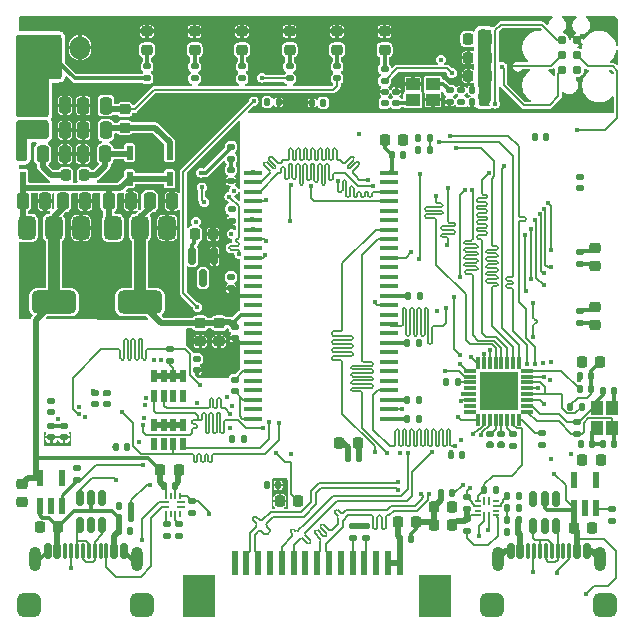
<source format=gbr>
%TF.GenerationSoftware,KiCad,Pcbnew,8.0.1*%
%TF.CreationDate,2024-04-17T21:00:07+02:00*%
%TF.ProjectId,STM32_Dev_Board,53544d33-325f-4446-9576-5f426f617264,rev?*%
%TF.SameCoordinates,Original*%
%TF.FileFunction,Copper,L1,Top*%
%TF.FilePolarity,Positive*%
%FSLAX46Y46*%
G04 Gerber Fmt 4.6, Leading zero omitted, Abs format (unit mm)*
G04 Created by KiCad (PCBNEW 8.0.1) date 2024-04-17 21:00:07*
%MOMM*%
%LPD*%
G01*
G04 APERTURE LIST*
G04 Aperture macros list*
%AMRoundRect*
0 Rectangle with rounded corners*
0 $1 Rounding radius*
0 $2 $3 $4 $5 $6 $7 $8 $9 X,Y pos of 4 corners*
0 Add a 4 corners polygon primitive as box body*
4,1,4,$2,$3,$4,$5,$6,$7,$8,$9,$2,$3,0*
0 Add four circle primitives for the rounded corners*
1,1,$1+$1,$2,$3*
1,1,$1+$1,$4,$5*
1,1,$1+$1,$6,$7*
1,1,$1+$1,$8,$9*
0 Add four rect primitives between the rounded corners*
20,1,$1+$1,$2,$3,$4,$5,0*
20,1,$1+$1,$4,$5,$6,$7,0*
20,1,$1+$1,$6,$7,$8,$9,0*
20,1,$1+$1,$8,$9,$2,$3,0*%
G04 Aperture macros list end*
%TA.AperFunction,ConnectorPad*%
%ADD10C,0.787400*%
%TD*%
%TA.AperFunction,SMDPad,CuDef*%
%ADD11RoundRect,0.218750X-0.256250X0.218750X-0.256250X-0.218750X0.256250X-0.218750X0.256250X0.218750X0*%
%TD*%
%TA.AperFunction,SMDPad,CuDef*%
%ADD12RoundRect,0.140000X0.140000X0.170000X-0.140000X0.170000X-0.140000X-0.170000X0.140000X-0.170000X0*%
%TD*%
%TA.AperFunction,SMDPad,CuDef*%
%ADD13R,1.510000X0.458000*%
%TD*%
%TA.AperFunction,SMDPad,CuDef*%
%ADD14RoundRect,0.140000X-0.170000X0.140000X-0.170000X-0.140000X0.170000X-0.140000X0.170000X0.140000X0*%
%TD*%
%TA.AperFunction,SMDPad,CuDef*%
%ADD15RoundRect,0.002600X-0.127400X0.427400X-0.127400X-0.427400X0.127400X-0.427400X0.127400X0.427400X0*%
%TD*%
%TA.AperFunction,SMDPad,CuDef*%
%ADD16RoundRect,0.002600X-0.427400X-0.127400X0.427400X-0.127400X0.427400X0.127400X-0.427400X0.127400X0*%
%TD*%
%TA.AperFunction,SMDPad,CuDef*%
%ADD17RoundRect,0.002600X0.127400X-0.427400X0.127400X0.427400X-0.127400X0.427400X-0.127400X-0.427400X0*%
%TD*%
%TA.AperFunction,SMDPad,CuDef*%
%ADD18RoundRect,0.002600X0.427400X0.127400X-0.427400X0.127400X-0.427400X-0.127400X0.427400X-0.127400X0*%
%TD*%
%TA.AperFunction,SMDPad,CuDef*%
%ADD19R,3.300000X3.300000*%
%TD*%
%TA.AperFunction,SMDPad,CuDef*%
%ADD20RoundRect,0.135000X-0.135000X-0.185000X0.135000X-0.185000X0.135000X0.185000X-0.135000X0.185000X0*%
%TD*%
%TA.AperFunction,SMDPad,CuDef*%
%ADD21RoundRect,0.135000X0.135000X0.185000X-0.135000X0.185000X-0.135000X-0.185000X0.135000X-0.185000X0*%
%TD*%
%TA.AperFunction,SMDPad,CuDef*%
%ADD22RoundRect,0.135000X0.185000X-0.135000X0.185000X0.135000X-0.185000X0.135000X-0.185000X-0.135000X0*%
%TD*%
%TA.AperFunction,SMDPad,CuDef*%
%ADD23R,0.600000X1.360000*%
%TD*%
%TA.AperFunction,ComponentPad*%
%ADD24RoundRect,0.250000X-0.600000X-0.750000X0.600000X-0.750000X0.600000X0.750000X-0.600000X0.750000X0*%
%TD*%
%TA.AperFunction,ComponentPad*%
%ADD25O,1.700000X2.000000*%
%TD*%
%TA.AperFunction,SMDPad,CuDef*%
%ADD26RoundRect,0.150000X-0.150000X-0.500000X0.150000X-0.500000X0.150000X0.500000X-0.150000X0.500000X0*%
%TD*%
%TA.AperFunction,SMDPad,CuDef*%
%ADD27RoundRect,0.075000X-0.075000X-0.575000X0.075000X-0.575000X0.075000X0.575000X-0.075000X0.575000X0*%
%TD*%
%TA.AperFunction,SMDPad,CuDef*%
%ADD28RoundRect,0.500000X-0.500000X-0.500000X0.500000X-0.500000X0.500000X0.500000X-0.500000X0.500000X0*%
%TD*%
%TA.AperFunction,ComponentPad*%
%ADD29O,1.000000X2.100000*%
%TD*%
%TA.AperFunction,SMDPad,CuDef*%
%ADD30R,0.610000X2.000000*%
%TD*%
%TA.AperFunction,SMDPad,CuDef*%
%ADD31R,2.680000X3.600000*%
%TD*%
%TA.AperFunction,SMDPad,CuDef*%
%ADD32RoundRect,0.030000X0.220000X-0.575000X0.220000X0.575000X-0.220000X0.575000X-0.220000X-0.575000X0*%
%TD*%
%TA.AperFunction,SMDPad,CuDef*%
%ADD33RoundRect,0.225000X-0.225000X-0.250000X0.225000X-0.250000X0.225000X0.250000X-0.225000X0.250000X0*%
%TD*%
%TA.AperFunction,SMDPad,CuDef*%
%ADD34RoundRect,0.041300X-0.253700X0.483700X-0.253700X-0.483700X0.253700X-0.483700X0.253700X0.483700X0*%
%TD*%
%TA.AperFunction,SMDPad,CuDef*%
%ADD35RoundRect,0.140000X-0.140000X-0.170000X0.140000X-0.170000X0.140000X0.170000X-0.140000X0.170000X0*%
%TD*%
%TA.AperFunction,SMDPad,CuDef*%
%ADD36RoundRect,0.135000X-0.185000X0.135000X-0.185000X-0.135000X0.185000X-0.135000X0.185000X0.135000X0*%
%TD*%
%TA.AperFunction,SMDPad,CuDef*%
%ADD37RoundRect,0.250000X0.250000X0.475000X-0.250000X0.475000X-0.250000X-0.475000X0.250000X-0.475000X0*%
%TD*%
%TA.AperFunction,SMDPad,CuDef*%
%ADD38RoundRect,0.140000X0.170000X-0.140000X0.170000X0.140000X-0.170000X0.140000X-0.170000X-0.140000X0*%
%TD*%
%TA.AperFunction,SMDPad,CuDef*%
%ADD39RoundRect,0.250000X-0.250000X-0.475000X0.250000X-0.475000X0.250000X0.475000X-0.250000X0.475000X0*%
%TD*%
%TA.AperFunction,SMDPad,CuDef*%
%ADD40RoundRect,0.150000X0.150000X-0.512500X0.150000X0.512500X-0.150000X0.512500X-0.150000X-0.512500X0*%
%TD*%
%TA.AperFunction,SMDPad,CuDef*%
%ADD41RoundRect,0.225000X0.225000X0.250000X-0.225000X0.250000X-0.225000X-0.250000X0.225000X-0.250000X0*%
%TD*%
%TA.AperFunction,SMDPad,CuDef*%
%ADD42R,1.200000X1.000000*%
%TD*%
%TA.AperFunction,SMDPad,CuDef*%
%ADD43R,0.200000X0.700001*%
%TD*%
%TA.AperFunction,SMDPad,CuDef*%
%ADD44R,0.499999X0.200000*%
%TD*%
%TA.AperFunction,SMDPad,CuDef*%
%ADD45RoundRect,0.225000X-0.250000X0.225000X-0.250000X-0.225000X0.250000X-0.225000X0.250000X0.225000X0*%
%TD*%
%TA.AperFunction,SMDPad,CuDef*%
%ADD46RoundRect,0.375000X-0.375000X0.625000X-0.375000X-0.625000X0.375000X-0.625000X0.375000X0.625000X0*%
%TD*%
%TA.AperFunction,SMDPad,CuDef*%
%ADD47RoundRect,0.500000X-1.400000X0.500000X-1.400000X-0.500000X1.400000X-0.500000X1.400000X0.500000X0*%
%TD*%
%TA.AperFunction,SMDPad,CuDef*%
%ADD48RoundRect,0.218750X-0.218750X-0.256250X0.218750X-0.256250X0.218750X0.256250X-0.218750X0.256250X0*%
%TD*%
%TA.AperFunction,SMDPad,CuDef*%
%ADD49RoundRect,0.225000X0.250000X-0.225000X0.250000X0.225000X-0.250000X0.225000X-0.250000X-0.225000X0*%
%TD*%
%TA.AperFunction,SMDPad,CuDef*%
%ADD50R,1.000000X1.200000*%
%TD*%
%TA.AperFunction,SMDPad,CuDef*%
%ADD51R,0.700001X0.200000*%
%TD*%
%TA.AperFunction,SMDPad,CuDef*%
%ADD52R,0.200000X0.499999*%
%TD*%
%TA.AperFunction,SMDPad,CuDef*%
%ADD53RoundRect,0.218750X0.218750X0.256250X-0.218750X0.256250X-0.218750X-0.256250X0.218750X-0.256250X0*%
%TD*%
%TA.AperFunction,SMDPad,CuDef*%
%ADD54RoundRect,0.150000X-0.150000X0.587500X-0.150000X-0.587500X0.150000X-0.587500X0.150000X0.587500X0*%
%TD*%
%TA.AperFunction,ViaPad*%
%ADD55C,0.400000*%
%TD*%
%TA.AperFunction,ViaPad*%
%ADD56C,0.450000*%
%TD*%
%TA.AperFunction,ViaPad*%
%ADD57C,0.500000*%
%TD*%
%TA.AperFunction,Conductor*%
%ADD58C,0.200000*%
%TD*%
%TA.AperFunction,Conductor*%
%ADD59C,0.160000*%
%TD*%
%TA.AperFunction,Conductor*%
%ADD60C,0.250000*%
%TD*%
%TA.AperFunction,Conductor*%
%ADD61C,0.300000*%
%TD*%
%TA.AperFunction,Conductor*%
%ADD62C,0.500000*%
%TD*%
%TA.AperFunction,Conductor*%
%ADD63C,1.000000*%
%TD*%
G04 APERTURE END LIST*
D10*
%TO.P,J2,1,VCC*%
%TO.N,VDDSDMMC_STM32*%
X227975000Y-59105000D03*
%TO.P,J2,2,SWDIO*%
%TO.N,SWDIO*%
X226705000Y-59105000D03*
%TO.P,J2,3,~{RESET}*%
%TO.N,NRST*%
X227975000Y-57835000D03*
%TO.P,J2,4,SWCLK*%
%TO.N,SWCLK*%
X226705000Y-57835000D03*
%TO.P,J2,5,GND*%
%TO.N,GND*%
X227975000Y-56565000D03*
%TO.P,J2,6,SWO*%
%TO.N,SWO*%
X226705000Y-56565000D03*
%TD*%
D11*
%TO.P,D9,1,K*%
%TO.N,GND*%
X211700000Y-55812500D03*
%TO.P,D9,2,A*%
%TO.N,Net-(D9-A)*%
X211700000Y-57387500D03*
%TD*%
%TO.P,D7,1,K*%
%TO.N,GND*%
X207680000Y-55812500D03*
%TO.P,D7,2,A*%
%TO.N,Net-(D7-A)*%
X207680000Y-57387500D03*
%TD*%
%TO.P,D5,1,K*%
%TO.N,GND*%
X203660000Y-55812500D03*
%TO.P,D5,2,A*%
%TO.N,Net-(D5-A)*%
X203660000Y-57387500D03*
%TD*%
%TO.P,D8,1,K*%
%TO.N,GND*%
X199640000Y-55812500D03*
%TO.P,D8,2,A*%
%TO.N,Net-(D8-A)*%
X199640000Y-57387500D03*
%TD*%
%TO.P,D6,1,K*%
%TO.N,GND*%
X195620000Y-55812500D03*
%TO.P,D6,2,A*%
%TO.N,Net-(D6-A)*%
X195620000Y-57387500D03*
%TD*%
%TO.P,D4,1,K*%
%TO.N,GND*%
X191600000Y-55812500D03*
%TO.P,D4,2,A*%
%TO.N,Net-(D4-A)*%
X191600000Y-57387500D03*
%TD*%
D12*
%TO.P,C41,1*%
%TO.N,NRST*%
X215530000Y-65850000D03*
%TO.P,C41,2*%
%TO.N,GND*%
X214570000Y-65850000D03*
%TD*%
D13*
%TO.P,U13,1,VDD*%
%TO.N,VDDSDMMC_STM32*%
X212100000Y-88600000D03*
%TO.P,U13,2,DQ0*%
%TO.N,FMC_D0*%
X212100000Y-87800000D03*
%TO.P,U13,3,VDDQ*%
%TO.N,VDDSDMMC_STM32*%
X212100000Y-87000000D03*
%TO.P,U13,4,DQ1*%
%TO.N,FMC_D1*%
X212100000Y-86200000D03*
%TO.P,U13,5,DQ2*%
%TO.N,FMC_D2*%
X212100000Y-85400000D03*
%TO.P,U13,6,GNDQ*%
%TO.N,GND*%
X212100000Y-84600000D03*
%TO.P,U13,7,DQ3*%
%TO.N,FMC_D3*%
X212100000Y-83800000D03*
%TO.P,U13,8,DQ4*%
%TO.N,FMC_D4*%
X212100000Y-83000000D03*
%TO.P,U13,9,VDDQ*%
%TO.N,VDDSDMMC_STM32*%
X212100000Y-82200000D03*
%TO.P,U13,10,DQ5*%
%TO.N,FMC_D5*%
X212100000Y-81400000D03*
%TO.P,U13,11,DQ6*%
%TO.N,FMC_D6*%
X212100000Y-80600000D03*
%TO.P,U13,12,GNDQ*%
%TO.N,GND*%
X212100000Y-79800000D03*
%TO.P,U13,13,DQ7*%
%TO.N,FMC_D7*%
X212100000Y-79000000D03*
%TO.P,U13,14,VDD*%
%TO.N,VDDSDMMC_STM32*%
X212100000Y-78200000D03*
%TO.P,U13,15,LDQM*%
%TO.N,FMC_NBL1*%
X212100000Y-77400000D03*
%TO.P,U13,16,~{WE}*%
%TO.N,FMC_SDNWE*%
X212100000Y-76600000D03*
%TO.P,U13,17,~{CAS}*%
%TO.N,FMC_SDNCAS*%
X212100000Y-75800000D03*
%TO.P,U13,18,~{RAS}*%
%TO.N,FMC_SDNRAS*%
X212100000Y-75000000D03*
%TO.P,U13,19,~{CS}*%
%TO.N,FMC_SDNE0*%
X212100000Y-74200000D03*
%TO.P,U13,20,BA0*%
%TO.N,FMC_BA0*%
X212100000Y-73400000D03*
%TO.P,U13,21,BA1*%
%TO.N,FMC_BA1*%
X212100000Y-72600000D03*
%TO.P,U13,22,A10*%
%TO.N,FMC_A10*%
X212100000Y-71800000D03*
%TO.P,U13,23,A0*%
%TO.N,FMC_A0*%
X212100000Y-71000000D03*
%TO.P,U13,24,A1*%
%TO.N,FMC_A1*%
X212100000Y-70200000D03*
%TO.P,U13,25,A2*%
%TO.N,FMC_A2*%
X212100000Y-69400000D03*
%TO.P,U13,26,A3*%
%TO.N,FMC_A3*%
X212100000Y-68600000D03*
%TO.P,U13,27,VDD*%
%TO.N,VDDSDMMC_STM32*%
X212100000Y-67800000D03*
%TO.P,U13,28,GND*%
%TO.N,GND*%
X200600000Y-67800000D03*
%TO.P,U13,29,A4*%
%TO.N,FMC_A4*%
X200600000Y-68600000D03*
%TO.P,U13,30,A5*%
%TO.N,FMC_A5*%
X200600000Y-69400000D03*
%TO.P,U13,31,A6*%
%TO.N,FMC_A6*%
X200600000Y-70200000D03*
%TO.P,U13,32,A7*%
%TO.N,FMC_A7*%
X200600000Y-71000000D03*
%TO.P,U13,33,A8*%
%TO.N,FMC_A8*%
X200600000Y-71800000D03*
%TO.P,U13,34,A9*%
%TO.N,FMC_A9*%
X200600000Y-72600000D03*
%TO.P,U13,35,A11*%
%TO.N,FMC_A11*%
X200600000Y-73400000D03*
%TO.P,U13,36,NC*%
%TO.N,unconnected-(U13-NC-Pad36)*%
X200600000Y-74200000D03*
%TO.P,U13,37,CKE*%
%TO.N,FMC_SDCKE0*%
X200600000Y-75000000D03*
%TO.P,U13,38,CLK*%
%TO.N,FMC_SDCLK*%
X200600000Y-75800000D03*
%TO.P,U13,39,UDQM*%
%TO.N,FMC_NBL0*%
X200600000Y-76600000D03*
%TO.P,U13,40,NC*%
%TO.N,unconnected-(U13-NC-Pad40)*%
X200600000Y-77400000D03*
%TO.P,U13,41,GND*%
%TO.N,GND*%
X200600000Y-78200000D03*
%TO.P,U13,42,DQ8*%
%TO.N,FMC_D8*%
X200600000Y-79000000D03*
%TO.P,U13,43,VDDQ*%
%TO.N,VDDSDMMC_STM32*%
X200600000Y-79800000D03*
%TO.P,U13,44,DQ9*%
%TO.N,FMC_D9*%
X200600000Y-80600000D03*
%TO.P,U13,45,DQ10*%
%TO.N,FMC_D10*%
X200600000Y-81400000D03*
%TO.P,U13,46,GNDQ*%
%TO.N,GND*%
X200600000Y-82200000D03*
%TO.P,U13,47,DQ11*%
%TO.N,FMC_D11*%
X200600000Y-83000000D03*
%TO.P,U13,48,DQ12*%
%TO.N,FMC_D12*%
X200600000Y-83800000D03*
%TO.P,U13,49,VDDQ*%
%TO.N,VDDSDMMC_STM32*%
X200600000Y-84600000D03*
%TO.P,U13,50,DQ13*%
%TO.N,FMC_D13*%
X200600000Y-85400000D03*
%TO.P,U13,51,DQ14*%
%TO.N,FMC_D14*%
X200600000Y-86200000D03*
%TO.P,U13,52,GNDQ*%
%TO.N,GND*%
X200600000Y-87000000D03*
%TO.P,U13,53,DQ15*%
%TO.N,FMC_D15*%
X200600000Y-87800000D03*
%TO.P,U13,54,GND*%
%TO.N,GND*%
X200600000Y-88600000D03*
%TD*%
D14*
%TO.P,C51,1*%
%TO.N,+5V*%
X221600000Y-89920000D03*
%TO.P,C51,2*%
%TO.N,GND*%
X221600000Y-90880000D03*
%TD*%
D15*
%TO.P,U9,1,CLKOUT*%
%TO.N,USB_OTG_HS_ULPI_CK*%
X223100000Y-83865000D03*
%TO.P,U9,2,NXT*%
%TO.N,USB_OTG_HS_ULPI_NXT*%
X222600000Y-83865000D03*
%TO.P,U9,3,DATA0*%
%TO.N,USB_OTG_HS_ULPI_D0*%
X222100000Y-83865000D03*
%TO.P,U9,4,DATA1*%
%TO.N,USB_OTG_HS_ULPI_D1*%
X221600000Y-83865000D03*
%TO.P,U9,5,DATA2*%
%TO.N,USB_OTG_HS_ULPI_D2*%
X221100000Y-83865000D03*
%TO.P,U9,6,DATA3*%
%TO.N,USB_OTG_HS_ULPI_D3*%
X220600000Y-83865000D03*
%TO.P,U9,7,DATA4*%
%TO.N,USB_OTG_HS_ULPI_D4*%
X220100000Y-83865000D03*
%TO.P,U9,8,REFSEL0*%
%TO.N,VDDSDMMC_STM32*%
X219600000Y-83865000D03*
D16*
%TO.P,U9,9,DATA5*%
%TO.N,USB_OTG_HS_ULPI_D5*%
X218915000Y-84550000D03*
%TO.P,U9,10,DATA6*%
%TO.N,USB_OTG_HS_ULPI_D6*%
X218915000Y-85050000D03*
%TO.P,U9,11,REFSEL1*%
%TO.N,VDDSDMMC_STM32*%
X218915000Y-85550000D03*
%TO.P,U9,12,NC*%
%TO.N,unconnected-(U9-NC-Pad12)*%
X218915000Y-86050000D03*
%TO.P,U9,13,DATA7*%
%TO.N,USB_OTG_HS_ULPI_D7*%
X218915000Y-86550000D03*
%TO.P,U9,14,REFSEL2*%
%TO.N,VDDSDMMC_STM32*%
X218915000Y-87050000D03*
%TO.P,U9,15,SPK_L*%
%TO.N,unconnected-(U9-SPK_L-Pad15)*%
X218915000Y-87550000D03*
%TO.P,U9,16,SPK_R*%
%TO.N,unconnected-(U9-SPK_R-Pad16)*%
X218915000Y-88050000D03*
D17*
%TO.P,U9,17,CPEN*%
%TO.N,Enable GPIO HS*%
X219600000Y-88735000D03*
%TO.P,U9,18,DP*%
%TO.N,/USB_OTG_HS/ESD_D+*%
X220100000Y-88735000D03*
%TO.P,U9,19,DM*%
%TO.N,/USB_OTG_HS/ESD_D-*%
X220600000Y-88735000D03*
%TO.P,U9,20,VDD33*%
%TO.N,Net-(U9-VDD33)*%
X221100000Y-88735000D03*
%TO.P,U9,21,VBAT*%
%TO.N,+5V*%
X221600000Y-88735000D03*
%TO.P,U9,22,VBUS*%
%TO.N,Net-(U9-VBUS)*%
X222100000Y-88735000D03*
%TO.P,U9,23,ID*%
%TO.N,Net-(U11-ID)*%
X222600000Y-88735000D03*
%TO.P,U9,24,RBIAS*%
%TO.N,Net-(U9-RBIAS)*%
X223100000Y-88735000D03*
D18*
%TO.P,U9,25,XO*%
%TO.N,Net-(U9-XO)*%
X223785000Y-88050000D03*
%TO.P,U9,26,REFCLK*%
%TO.N,Net-(U9-REFCLK)*%
X223785000Y-87550000D03*
%TO.P,U9,27,~{RESETB}*%
%TO.N,NRST*%
X223785000Y-87050000D03*
%TO.P,U9,28,VDD18*%
%TO.N,+1V8*%
X223785000Y-86550000D03*
%TO.P,U9,29,STP*%
%TO.N,USB_OTG_HS_ULPI_STP*%
X223785000Y-86050000D03*
%TO.P,U9,30,VDD18*%
%TO.N,+1V8*%
X223785000Y-85550000D03*
%TO.P,U9,31,DIR*%
%TO.N,USB_OTG_HS_ULPI_DIR*%
X223785000Y-85050000D03*
%TO.P,U9,32,VDDIO*%
%TO.N,VDDSDMMC_STM32*%
X223785000Y-84550000D03*
D19*
%TO.P,U9,33,EXP*%
%TO.N,unconnected-(U9-EXP-Pad33)*%
X221350000Y-86300000D03*
%TD*%
D20*
%TO.P,R18,1*%
%TO.N,USB_OTG_HS_DETECT*%
X222040000Y-96200000D03*
%TO.P,R18,2*%
%TO.N,GND*%
X223060000Y-96200000D03*
%TD*%
D21*
%TO.P,R17,1*%
%TO.N,USB_OTG_HS_VBUS*%
X223060000Y-97175000D03*
%TO.P,R17,2*%
%TO.N,USB_OTG_HS_DETECT*%
X222040000Y-97175000D03*
%TD*%
D20*
%TO.P,R11,1*%
%TO.N,USB_OTG_FS_VBUS*%
X189190000Y-97000000D03*
%TO.P,R11,2*%
%TO.N,USB_OTG_FS_DETECT*%
X190210000Y-97000000D03*
%TD*%
D22*
%TO.P,R13,1*%
%TO.N,+5V*%
X193280000Y-98510000D03*
%TO.P,R13,2*%
%TO.N,Net-(U7-CURRENT_MODE)*%
X193280000Y-97490000D03*
%TD*%
D23*
%TO.P,U8,1,OUT*%
%TO.N,USB_OTG_HS_VBUS*%
X227700000Y-96165000D03*
%TO.P,U8,2,GND*%
%TO.N,GND*%
X228650000Y-96165000D03*
%TO.P,U8,3,~{FAULT}*%
%TO.N,USB_OTG_HS_OverCurrent*%
X229600000Y-96165000D03*
%TO.P,U8,4,EN*%
%TO.N,Enable GPIO HS*%
X229600000Y-93815000D03*
%TO.P,U8,5,IN*%
%TO.N,+5V*%
X227700000Y-93815000D03*
%TD*%
D24*
%TO.P,J1,1,Pin_1*%
%TO.N,9V_DC_Jack*%
X183400000Y-57200000D03*
D25*
%TO.P,J1,2,Pin_2*%
%TO.N,GND*%
X185900000Y-57200000D03*
%TD*%
D26*
%TO.P,J3,A1,GND*%
%TO.N,GND*%
X183200000Y-99855000D03*
%TO.P,J3,A4,VBUS*%
%TO.N,USB_OTG_FS_VBUS*%
X184000000Y-99855000D03*
D27*
%TO.P,J3,A5,CC1*%
%TO.N,Net-(J3-CC1)*%
X185150000Y-99855000D03*
%TO.P,J3,A6,D+*%
%TO.N,Net-(J3-D+-PadA6)*%
X186150000Y-99855000D03*
%TO.P,J3,A7,D-*%
%TO.N,Net-(J3-D--PadA7)*%
X186650000Y-99855000D03*
%TO.P,J3,A8,SBU1*%
%TO.N,unconnected-(J3-SBU1-PadA8)*%
X187650000Y-99855000D03*
D26*
%TO.P,J3,A9,VBUS*%
%TO.N,USB_OTG_FS_VBUS*%
X188800000Y-99855000D03*
%TO.P,J3,A12,GND*%
%TO.N,GND*%
X189600000Y-99855000D03*
%TO.P,J3,B1,GND*%
X189600000Y-99855000D03*
%TO.P,J3,B4,VBUS*%
%TO.N,USB_OTG_FS_VBUS*%
X188800000Y-99855000D03*
D27*
%TO.P,J3,B5,CC2*%
%TO.N,Net-(J3-CC2)*%
X188150000Y-99855000D03*
%TO.P,J3,B6,D+*%
%TO.N,Net-(J3-D+-PadA6)*%
X187150000Y-99855000D03*
%TO.P,J3,B7,D-*%
%TO.N,Net-(J3-D--PadA7)*%
X185650000Y-99855000D03*
%TO.P,J3,B8,SBU2*%
%TO.N,unconnected-(J3-SBU2-PadB8)*%
X184650000Y-99855000D03*
D26*
%TO.P,J3,B9,VBUS*%
%TO.N,USB_OTG_FS_VBUS*%
X184000000Y-99855000D03*
%TO.P,J3,B12,GND*%
%TO.N,GND*%
X183200000Y-99855000D03*
D28*
%TO.P,J3,S1,SHIELD*%
X181600000Y-104400000D03*
D29*
X182080000Y-100495000D03*
X190720000Y-100495000D03*
D28*
X191200000Y-104400000D03*
%TD*%
D26*
%TO.P,J4,A1,GND*%
%TO.N,GND*%
X222400000Y-99855000D03*
%TO.P,J4,A4,VBUS*%
%TO.N,USB_OTG_HS_VBUS*%
X223200000Y-99855000D03*
D27*
%TO.P,J4,A5,CC1*%
%TO.N,Net-(J4-CC1)*%
X224350000Y-99855000D03*
%TO.P,J4,A6,D+*%
%TO.N,/USB_OTG_HS/D-*%
X225350000Y-99855000D03*
%TO.P,J4,A7,D-*%
%TO.N,/USB_OTG_HS/D+*%
X225850000Y-99855000D03*
%TO.P,J4,A8,SBU1*%
%TO.N,unconnected-(J4-SBU1-PadA8)*%
X226850000Y-99855000D03*
D26*
%TO.P,J4,A9,VBUS*%
%TO.N,USB_OTG_HS_VBUS*%
X228000000Y-99855000D03*
%TO.P,J4,A12,GND*%
%TO.N,GND*%
X228800000Y-99855000D03*
%TO.P,J4,B1,GND*%
X228800000Y-99855000D03*
%TO.P,J4,B4,VBUS*%
%TO.N,USB_OTG_HS_VBUS*%
X228000000Y-99855000D03*
D27*
%TO.P,J4,B5,CC2*%
%TO.N,Net-(J4-CC2)*%
X227350000Y-99855000D03*
%TO.P,J4,B6,D+*%
%TO.N,/USB_OTG_HS/D-*%
X226350000Y-99855000D03*
%TO.P,J4,B7,D-*%
%TO.N,/USB_OTG_HS/D+*%
X224850000Y-99855000D03*
%TO.P,J4,B8,SBU2*%
%TO.N,unconnected-(J4-SBU2-PadB8)*%
X223850000Y-99855000D03*
D26*
%TO.P,J4,B9,VBUS*%
%TO.N,USB_OTG_HS_VBUS*%
X223200000Y-99855000D03*
%TO.P,J4,B12,GND*%
%TO.N,GND*%
X222400000Y-99855000D03*
D28*
%TO.P,J4,S1,SHIELD*%
X220800000Y-104400000D03*
D29*
X221280000Y-100495000D03*
X229920000Y-100495000D03*
D28*
X230400000Y-104400000D03*
%TD*%
D23*
%TO.P,U5,1,OUT*%
%TO.N,USB_OTG_FS_VBUS*%
X182500000Y-95985000D03*
%TO.P,U5,2,GND*%
%TO.N,GND*%
X183450000Y-95985000D03*
%TO.P,U5,3,~{FAULT}*%
%TO.N,USB_OTG_FS_OverCurrent*%
X184400000Y-95985000D03*
%TO.P,U5,4,EN*%
%TO.N,Enable GPIO*%
X184400000Y-93635000D03*
%TO.P,U5,5,IN*%
%TO.N,+5V*%
X182500000Y-93635000D03*
%TD*%
D30*
%TO.P,J5,1,Pin_1*%
%TO.N,GND*%
X199000000Y-100800000D03*
%TO.P,J5,2,Pin_2*%
%TO.N,DSIHOST_D1N*%
X200000000Y-100800000D03*
%TO.P,J5,3,Pin_3*%
%TO.N,DSIHOST_D1P*%
X201000000Y-100800000D03*
%TO.P,J5,4,Pin_4*%
%TO.N,GND*%
X202000000Y-100800000D03*
%TO.P,J5,5,Pin_5*%
%TO.N,DSIHOST_CKN*%
X203000000Y-100800000D03*
%TO.P,J5,6,Pin_6*%
%TO.N,DSIHOST_CKP*%
X204000000Y-100800000D03*
%TO.P,J5,7,Pin_7*%
%TO.N,GND*%
X205000000Y-100800000D03*
%TO.P,J5,8,Pin_8*%
%TO.N,DSIHOST_D0N*%
X206000000Y-100800000D03*
%TO.P,J5,9,Pin_9*%
%TO.N,DSIHOST_D0P*%
X207000000Y-100800000D03*
%TO.P,J5,10,Pin_10*%
%TO.N,GND*%
X208000000Y-100800000D03*
%TO.P,J5,11,Pin_11*%
%TO.N,I2C_4_SCL*%
X209000000Y-100800000D03*
%TO.P,J5,12,Pin_12*%
%TO.N,I2C_4_SDA*%
X210000000Y-100800000D03*
%TO.P,J5,13,Pin_13*%
%TO.N,GND*%
X211000000Y-100800000D03*
%TO.P,J5,14,Pin_14*%
%TO.N,VDDSDMMC_STM32*%
X212000000Y-100800000D03*
%TO.P,J5,15,Pin_15*%
X213000000Y-100800000D03*
D31*
%TO.P,J5,MP,MP*%
%TO.N,unconnected-(J5-PadMP)*%
X196010000Y-103600000D03*
X215990000Y-103600000D03*
%TD*%
D32*
%TO.P,D1,1,1*%
%TO.N,Net-(U2-VI)*%
X181100000Y-68292500D03*
%TO.P,D1,2,2*%
%TO.N,9V_DC_Jack_FILT*%
X181100000Y-66082500D03*
%TD*%
D33*
%TO.P,C48,1*%
%TO.N,+5V*%
X192705000Y-93000000D03*
%TO.P,C48,2*%
%TO.N,GND*%
X194255000Y-93000000D03*
%TD*%
D34*
%TO.P,R26,1*%
%TO.N,VDDSDMMC_STM32*%
X194600000Y-85015000D03*
%TO.P,R26,2*%
X193800000Y-85015000D03*
%TO.P,R26,3*%
X193000000Y-85015000D03*
%TO.P,R26,4*%
X192200000Y-85015000D03*
%TO.P,R26,5*%
%TO.N,SDMMC1_D0*%
X192200000Y-86685000D03*
%TO.P,R26,6*%
%TO.N,SDMMC1_D1*%
X193000000Y-86685000D03*
%TO.P,R26,7*%
%TO.N,SDMMC1_D2*%
X193800000Y-86685000D03*
%TO.P,R26,8*%
%TO.N,SDMMC1_D3*%
X194600000Y-86685000D03*
%TD*%
D35*
%TO.P,C72,1*%
%TO.N,VDDSDMMC_STM32*%
X213620000Y-87000000D03*
%TO.P,C72,2*%
%TO.N,GND*%
X214580000Y-87000000D03*
%TD*%
D36*
%TO.P,R2,1*%
%TO.N,PDR_ON*%
X198700000Y-65590000D03*
%TO.P,R2,2*%
%TO.N,VDDSDMMC_STM32*%
X198700000Y-66610000D03*
%TD*%
%TO.P,R10,1*%
%TO.N,VDDSDMMC_STM32*%
X185700000Y-92790000D03*
%TO.P,R10,2*%
%TO.N,USB_OTG_FS_OverCurrent*%
X185700000Y-93810000D03*
%TD*%
D33*
%TO.P,C49,1*%
%TO.N,+5V*%
X228455000Y-92090000D03*
%TO.P,C49,2*%
%TO.N,GND*%
X230005000Y-92090000D03*
%TD*%
D37*
%TO.P,C7,1*%
%TO.N,USB_OTG_FS_VBUS*%
X188100000Y-62100000D03*
%TO.P,C7,2*%
%TO.N,GND*%
X186200000Y-62100000D03*
%TD*%
D38*
%TO.P,C64,1*%
%TO.N,VDDSDMMC_STM32*%
X188160000Y-87390000D03*
%TO.P,C64,2*%
%TO.N,GND*%
X188160000Y-86430000D03*
%TD*%
D39*
%TO.P,C6,1*%
%TO.N,+5V*%
X184450000Y-70200000D03*
%TO.P,C6,2*%
%TO.N,GND*%
X186350000Y-70200000D03*
%TD*%
D40*
%TO.P,U10,1,I/O1*%
%TO.N,/USB_OTG_HS/D+*%
X224300000Y-97675000D03*
%TO.P,U10,2,GND*%
%TO.N,GND*%
X225250000Y-97675000D03*
%TO.P,U10,3,I/O2*%
%TO.N,/USB_OTG_HS/D-*%
X226200000Y-97675000D03*
%TO.P,U10,4,I/O2*%
%TO.N,/USB_OTG_HS/ESD_D-*%
X226200000Y-95400000D03*
%TO.P,U10,5,VBUS*%
%TO.N,USB_OTG_HS_VBUS*%
X225250000Y-95400000D03*
%TO.P,U10,6,I/O1*%
%TO.N,/USB_OTG_HS/ESD_D+*%
X224300000Y-95400000D03*
%TD*%
D33*
%TO.P,C2,1*%
%TO.N,+1V8*%
X195625000Y-73000000D03*
%TO.P,C2,2*%
%TO.N,GND*%
X197175000Y-73000000D03*
%TD*%
D22*
%TO.P,R7,1*%
%TO.N,USB_OTG_FS_VBUS*%
X207680000Y-59810000D03*
%TO.P,R7,2*%
%TO.N,Net-(D7-A)*%
X207680000Y-58790000D03*
%TD*%
D41*
%TO.P,C38,1*%
%TO.N,VDD12DSI_STM32*%
X217450000Y-96100000D03*
%TO.P,C38,2*%
%TO.N,GND*%
X215900000Y-96100000D03*
%TD*%
D38*
%TO.P,C18,1*%
%TO.N,VDDSDMMC_STM32*%
X218200000Y-61780000D03*
%TO.P,C18,2*%
%TO.N,GND*%
X218200000Y-60820000D03*
%TD*%
D12*
%TO.P,C30,1*%
%TO.N,VDDA_STM32*%
X220080000Y-60800000D03*
%TO.P,C30,2*%
%TO.N,GND*%
X219120000Y-60800000D03*
%TD*%
D36*
%TO.P,R21,1*%
%TO.N,Net-(U9-RBIAS)*%
X225050000Y-89840000D03*
%TO.P,R21,2*%
%TO.N,GND*%
X225050000Y-90860000D03*
%TD*%
D21*
%TO.P,R12,1*%
%TO.N,USB_OTG_FS_DETECT*%
X190210000Y-96000000D03*
%TO.P,R12,2*%
%TO.N,GND*%
X189190000Y-96000000D03*
%TD*%
D12*
%TO.P,C31,1*%
%TO.N,VDDA_STM32*%
X220080000Y-61800000D03*
%TO.P,C31,2*%
%TO.N,GND*%
X219120000Y-61800000D03*
%TD*%
D32*
%TO.P,D3,1,1*%
%TO.N,Net-(U2-VI)*%
X190112500Y-68292500D03*
%TO.P,D3,2,2*%
%TO.N,Net-(C12-Pad1)*%
X190112500Y-66082500D03*
%TD*%
D35*
%TO.P,C46,1*%
%TO.N,USB_OTG_FS_VBUS*%
X189220000Y-98100000D03*
%TO.P,C46,2*%
%TO.N,GND*%
X190180000Y-98100000D03*
%TD*%
D36*
%TO.P,R28,1*%
%TO.N,VDDSDMMC_STM32*%
X209000000Y-97690000D03*
%TO.P,R28,2*%
%TO.N,I2C_4_SCL*%
X209000000Y-98710000D03*
%TD*%
D32*
%TO.P,D2,1,1*%
%TO.N,Net-(U2-VI)*%
X193500000Y-68305000D03*
%TO.P,D2,2,2*%
%TO.N,Net-(C8-Pad1)*%
X193500000Y-66095000D03*
%TD*%
D35*
%TO.P,C47,1*%
%TO.N,+5V*%
X193000000Y-94300000D03*
%TO.P,C47,2*%
%TO.N,GND*%
X193960000Y-94300000D03*
%TD*%
D38*
%TO.P,C40,1*%
%TO.N,RCC_OSC_IN*%
X212700000Y-61880000D03*
%TO.P,C40,2*%
%TO.N,GND*%
X212700000Y-60920000D03*
%TD*%
D14*
%TO.P,C52,1*%
%TO.N,Net-(U9-VDD33)*%
X220650000Y-89920000D03*
%TO.P,C52,2*%
%TO.N,GND*%
X220650000Y-90880000D03*
%TD*%
D38*
%TO.P,C59,1*%
%TO.N,+5V*%
X218700000Y-96230000D03*
%TO.P,C59,2*%
%TO.N,GND*%
X218700000Y-95270000D03*
%TD*%
D41*
%TO.P,C32,1*%
%TO.N,VDDA_STM32*%
X220350000Y-59600000D03*
%TO.P,C32,2*%
%TO.N,GND*%
X218800000Y-59600000D03*
%TD*%
D36*
%TO.P,R29,1*%
%TO.N,VDDSDMMC_STM32*%
X210100000Y-97690000D03*
%TO.P,R29,2*%
%TO.N,I2C_4_SDA*%
X210100000Y-98710000D03*
%TD*%
D37*
%TO.P,C8,1*%
%TO.N,Net-(C8-Pad1)*%
X188100000Y-64200000D03*
%TO.P,C8,2*%
%TO.N,GND*%
X186200000Y-64200000D03*
%TD*%
D42*
%TO.P,Y1,1,1*%
%TO.N,RCC_OSC_OUT*%
X215800000Y-60300000D03*
%TO.P,Y1,2,2*%
%TO.N,GND*%
X214100000Y-60300000D03*
%TO.P,Y1,3,3*%
%TO.N,RCC_OSC_IN*%
X214100000Y-61600000D03*
%TO.P,Y1,4,4*%
%TO.N,GND*%
X215800000Y-61600000D03*
%TD*%
D35*
%TO.P,C57,1*%
%TO.N,Net-(U9-REFCLK)*%
X230200000Y-86275000D03*
%TO.P,C57,2*%
%TO.N,GND*%
X231160000Y-86275000D03*
%TD*%
D12*
%TO.P,C66,1*%
%TO.N,Net-(U12A-VDDI)*%
X189880000Y-91000000D03*
%TO.P,C66,2*%
%TO.N,GND*%
X188920000Y-91000000D03*
%TD*%
%TO.P,C14,1*%
%TO.N,VDDSDMMC_STM32*%
X225380000Y-64750000D03*
%TO.P,C14,2*%
%TO.N,GND*%
X224420000Y-64750000D03*
%TD*%
D35*
%TO.P,C34,1*%
%TO.N,VDDSDMMC_STM32*%
X201770000Y-61800000D03*
%TO.P,C34,2*%
%TO.N,GND*%
X202730000Y-61800000D03*
%TD*%
D14*
%TO.P,C63,1*%
%TO.N,VDDSDMMC_STM32*%
X187160000Y-86430000D03*
%TO.P,C63,2*%
%TO.N,GND*%
X187160000Y-87390000D03*
%TD*%
D22*
%TO.P,R9,1*%
%TO.N,USB_OTG_HS_VBUS*%
X211700000Y-60010000D03*
%TO.P,R9,2*%
%TO.N,Net-(D9-A)*%
X211700000Y-58990000D03*
%TD*%
%TO.P,R19,1*%
%TO.N,USB_OTG_HS_VBUS*%
X222600000Y-90920000D03*
%TO.P,R19,2*%
%TO.N,Net-(U9-VBUS)*%
X222600000Y-89900000D03*
%TD*%
D38*
%TO.P,C61,1*%
%TO.N,VDDSDMMC_STM32*%
X183500000Y-88080000D03*
%TO.P,C61,2*%
%TO.N,GND*%
X183500000Y-87120000D03*
%TD*%
D39*
%TO.P,C5,1*%
%TO.N,Net-(U2-VI)*%
X181050000Y-70200000D03*
%TO.P,C5,2*%
%TO.N,GND*%
X182950000Y-70200000D03*
%TD*%
D43*
%TO.P,U11,1,CC1*%
%TO.N,Net-(J4-CC1)*%
X220150000Y-96850001D03*
%TO.P,U11,2,CC2*%
%TO.N,Net-(J4-CC2)*%
X220550000Y-96850001D03*
D44*
%TO.P,U11,3,CURRENT_MODE*%
%TO.N,Net-(U11-CURRENT_MODE)*%
X221100001Y-96799999D03*
%TO.P,U11,4,PORT*%
%TO.N,unconnected-(U11-PORT-Pad4)*%
X221100001Y-96400000D03*
%TO.P,U11,5,VBUS_DET*%
%TO.N,Net-(U11-VBUS_DET)*%
X221100001Y-96000000D03*
%TO.P,U11,6,VCONN_FAULT*%
%TO.N,unconnected-(U11-VCONN_FAULT-Pad6)*%
X221100001Y-95600001D03*
D43*
%TO.P,U11,7,OUT1*%
%TO.N,unconnected-(U11-OUT1-Pad7)*%
X220550000Y-95549999D03*
%TO.P,U11,8,OUT2*%
%TO.N,unconnected-(U11-OUT2-Pad8)*%
X220150000Y-95549999D03*
D44*
%TO.P,U11,9,ID*%
%TO.N,Net-(U11-ID)*%
X219599999Y-95600001D03*
%TO.P,U11,10,GND*%
%TO.N,GND*%
X219599999Y-96000000D03*
%TO.P,U11,11,DIR*%
%TO.N,unconnected-(U11-DIR-Pad11)*%
X219599999Y-96400000D03*
%TO.P,U11,12,VDD*%
%TO.N,+5V*%
X219599999Y-96799999D03*
%TD*%
D39*
%TO.P,C4,1*%
%TO.N,9V_DC_Jack_FILT*%
X182750000Y-64187500D03*
%TO.P,C4,2*%
%TO.N,GND*%
X184650000Y-64187500D03*
%TD*%
D22*
%TO.P,R16,1*%
%TO.N,VDDSDMMC_STM32*%
X230990000Y-97310000D03*
%TO.P,R16,2*%
%TO.N,USB_OTG_HS_OverCurrent*%
X230990000Y-96290000D03*
%TD*%
D35*
%TO.P,C22,1*%
%TO.N,VDDSDMMC_STM32*%
X198820000Y-90350000D03*
%TO.P,C22,2*%
%TO.N,GND*%
X199780000Y-90350000D03*
%TD*%
D45*
%TO.P,C44,1*%
%TO.N,+5V*%
X180990000Y-94125000D03*
%TO.P,C44,2*%
%TO.N,GND*%
X180990000Y-95675000D03*
%TD*%
D41*
%TO.P,C45,1*%
%TO.N,USB_OTG_FS_VBUS*%
X184075000Y-97800000D03*
%TO.P,C45,2*%
%TO.N,GND*%
X182525000Y-97800000D03*
%TD*%
D39*
%TO.P,C10,1*%
%TO.N,VDDSDMMC_STM32*%
X191800000Y-70200000D03*
%TO.P,C10,2*%
%TO.N,GND*%
X193700000Y-70200000D03*
%TD*%
D46*
%TO.P,U2,1,GND*%
%TO.N,GND*%
X186000000Y-72450000D03*
%TO.P,U2,2,VO*%
%TO.N,+5V*%
X183700000Y-72450000D03*
D47*
X183700000Y-78750000D03*
D46*
%TO.P,U2,3,VI*%
%TO.N,Net-(U2-VI)*%
X181400000Y-72450000D03*
%TD*%
D35*
%TO.P,C68,1*%
%TO.N,VDDSDMMC_STM32*%
X212995000Y-98800000D03*
%TO.P,C68,2*%
%TO.N,GND*%
X213955000Y-98800000D03*
%TD*%
%TO.P,C36,1*%
%TO.N,VDDSDMMC_STM32*%
X228220000Y-85000000D03*
%TO.P,C36,2*%
%TO.N,GND*%
X229180000Y-85000000D03*
%TD*%
D45*
%TO.P,C77,1*%
%TO.N,VDDSDMMC_STM32*%
X197700000Y-80525000D03*
%TO.P,C77,2*%
%TO.N,GND*%
X197700000Y-82075000D03*
%TD*%
D38*
%TO.P,C25,1*%
%TO.N,VDDSDMMC_STM32*%
X211700000Y-61880000D03*
%TO.P,C25,2*%
%TO.N,GND*%
X211700000Y-60920000D03*
%TD*%
D33*
%TO.P,C67,1*%
%TO.N,VDDSDMMC_STM32*%
X212800000Y-97400000D03*
%TO.P,C67,2*%
%TO.N,GND*%
X214350000Y-97400000D03*
%TD*%
D38*
%TO.P,C20,1*%
%TO.N,VDDSDMMC_STM32*%
X228250000Y-75480000D03*
%TO.P,C20,2*%
%TO.N,GND*%
X228250000Y-74520000D03*
%TD*%
D40*
%TO.P,U6,1,I/O1*%
%TO.N,Net-(J3-D--PadA7)*%
X185900000Y-97600000D03*
%TO.P,U6,2,GND*%
%TO.N,GND*%
X186850000Y-97600000D03*
%TO.P,U6,3,I/O2*%
%TO.N,Net-(J3-D+-PadA6)*%
X187800000Y-97600000D03*
%TO.P,U6,4,I/O2*%
%TO.N,USB_OTG_FS_P*%
X187800000Y-95325000D03*
%TO.P,U6,5,VBUS*%
%TO.N,USB_OTG_FS_VBUS*%
X186850000Y-95325000D03*
%TO.P,U6,6,I/O1*%
%TO.N,USB_OTG_FS_N*%
X185900000Y-95325000D03*
%TD*%
D22*
%TO.P,R6,1*%
%TO.N,+5V*%
X195620000Y-59810000D03*
%TO.P,R6,2*%
%TO.N,Net-(D6-A)*%
X195620000Y-58790000D03*
%TD*%
D35*
%TO.P,C24,1*%
%TO.N,VDDSDMMC_STM32*%
X208570000Y-91950000D03*
%TO.P,C24,2*%
%TO.N,GND*%
X209530000Y-91950000D03*
%TD*%
D33*
%TO.P,C35,1*%
%TO.N,VDDSDMMC_STM32*%
X207875000Y-90650000D03*
%TO.P,C35,2*%
%TO.N,GND*%
X209425000Y-90650000D03*
%TD*%
D35*
%TO.P,C16,1*%
%TO.N,VDDSDMMC_STM32*%
X201720000Y-94250000D03*
%TO.P,C16,2*%
%TO.N,GND*%
X202680000Y-94250000D03*
%TD*%
D39*
%TO.P,C9,1*%
%TO.N,Net-(U2-VI)*%
X188350000Y-70200000D03*
%TO.P,C9,2*%
%TO.N,GND*%
X190250000Y-70200000D03*
%TD*%
D48*
%TO.P,FB3,1*%
%TO.N,USB_OTG_HS_VBUS*%
X184712500Y-68000000D03*
%TO.P,FB3,2*%
%TO.N,Net-(C12-Pad1)*%
X186287500Y-68000000D03*
%TD*%
D14*
%TO.P,C39,1*%
%TO.N,RCC_OSC_OUT*%
X217200000Y-60820000D03*
%TO.P,C39,2*%
%TO.N,GND*%
X217200000Y-61780000D03*
%TD*%
D36*
%TO.P,R22,1*%
%TO.N,+5V*%
X218700000Y-97090000D03*
%TO.P,R22,2*%
%TO.N,Net-(U11-CURRENT_MODE)*%
X218700000Y-98110000D03*
%TD*%
D45*
%TO.P,C1,1*%
%TO.N,VDDSDMMC_STM32*%
X196100000Y-80525000D03*
%TO.P,C1,2*%
%TO.N,GND*%
X196100000Y-82075000D03*
%TD*%
D33*
%TO.P,C73,1*%
%TO.N,VDDSDMMC_STM32*%
X211725000Y-65000000D03*
%TO.P,C73,2*%
%TO.N,GND*%
X213275000Y-65000000D03*
%TD*%
D41*
%TO.P,C33,1*%
%TO.N,VDDA_STM32*%
X220350000Y-58050000D03*
%TO.P,C33,2*%
%TO.N,GND*%
X218800000Y-58050000D03*
%TD*%
D49*
%TO.P,C29,1*%
%TO.N,VDDSDMMC_STM32*%
X229500000Y-80675000D03*
%TO.P,C29,2*%
%TO.N,GND*%
X229500000Y-79125000D03*
%TD*%
%TO.P,C37,1*%
%TO.N,VDDSDMMC_STM32*%
X229500000Y-75675000D03*
%TO.P,C37,2*%
%TO.N,GND*%
X229500000Y-74125000D03*
%TD*%
D35*
%TO.P,C71,1*%
%TO.N,VDDSDMMC_STM32*%
X213620000Y-82200000D03*
%TO.P,C71,2*%
%TO.N,GND*%
X214580000Y-82200000D03*
%TD*%
D14*
%TO.P,C74,1*%
%TO.N,VDDSDMMC_STM32*%
X199000000Y-85320000D03*
%TO.P,C74,2*%
%TO.N,GND*%
X199000000Y-86280000D03*
%TD*%
D46*
%TO.P,U3,1,GND*%
%TO.N,GND*%
X193300000Y-72450000D03*
%TO.P,U3,2,VO*%
%TO.N,VDDSDMMC_STM32*%
X191000000Y-72450000D03*
D47*
X191000000Y-78750000D03*
D46*
%TO.P,U3,3,VI*%
%TO.N,Net-(U2-VI)*%
X188700000Y-72450000D03*
%TD*%
D33*
%TO.P,C55,1*%
%TO.N,USB_OTG_HS_VBUS*%
X227725000Y-97875000D03*
%TO.P,C55,2*%
%TO.N,GND*%
X229275000Y-97875000D03*
%TD*%
D21*
%TO.P,R24,1*%
%TO.N,VDDSDMMC_STM32*%
X221160000Y-94650000D03*
%TO.P,R24,2*%
%TO.N,Net-(U11-ID)*%
X220140000Y-94650000D03*
%TD*%
D50*
%TO.P,Y2,1,1*%
%TO.N,Net-(U9-XO)*%
X230950000Y-89400000D03*
%TO.P,Y2,2,2*%
%TO.N,GND*%
X230950000Y-87700000D03*
%TO.P,Y2,3,3*%
%TO.N,Net-(U9-REFCLK)*%
X229650000Y-87700000D03*
%TO.P,Y2,4,4*%
%TO.N,GND*%
X229650000Y-89400000D03*
%TD*%
D38*
%TO.P,C26,1*%
%TO.N,VDDSDMMC_STM32*%
X228250000Y-80480000D03*
%TO.P,C26,2*%
%TO.N,GND*%
X228250000Y-79520000D03*
%TD*%
D12*
%TO.P,C56,1*%
%TO.N,USB_OTG_HS_VBUS*%
X223030000Y-98175000D03*
%TO.P,C56,2*%
%TO.N,GND*%
X222070000Y-98175000D03*
%TD*%
D51*
%TO.P,U7,1,CC1*%
%TO.N,Net-(J3-CC1)*%
X193129999Y-95700000D03*
%TO.P,U7,2,CC2*%
%TO.N,Net-(J3-CC2)*%
X193129999Y-96100000D03*
D52*
%TO.P,U7,3,CURRENT_MODE*%
%TO.N,Net-(U7-CURRENT_MODE)*%
X193180001Y-96650001D03*
%TO.P,U7,4,PORT*%
%TO.N,unconnected-(U7-PORT-Pad4)*%
X193580000Y-96650001D03*
%TO.P,U7,5,VBUS_DET*%
%TO.N,Net-(U7-VBUS_DET)*%
X193980000Y-96650001D03*
%TO.P,U7,6,VCONN_FAULT*%
%TO.N,unconnected-(U7-VCONN_FAULT-Pad6)*%
X194379999Y-96650001D03*
D51*
%TO.P,U7,7,OUT1*%
%TO.N,unconnected-(U7-OUT1-Pad7)*%
X194430001Y-96100000D03*
%TO.P,U7,8,OUT2*%
%TO.N,unconnected-(U7-OUT2-Pad8)*%
X194430001Y-95700000D03*
D52*
%TO.P,U7,9,ID*%
%TO.N,USB_OTG_FS_ID*%
X194379999Y-95149999D03*
%TO.P,U7,10,GND*%
%TO.N,GND*%
X193980000Y-95149999D03*
%TO.P,U7,11,DIR*%
%TO.N,unconnected-(U7-DIR-Pad11)*%
X193580000Y-95149999D03*
%TO.P,U7,12,VDD*%
%TO.N,+5V*%
X193180001Y-95149999D03*
%TD*%
D39*
%TO.P,C3,1*%
%TO.N,9V_DC_Jack*%
X182750000Y-62087500D03*
%TO.P,C3,2*%
%TO.N,GND*%
X184650000Y-62087500D03*
%TD*%
D34*
%TO.P,R27,1*%
%TO.N,VDDSDMMC_STM32*%
X194600000Y-89115000D03*
%TO.P,R27,2*%
X193800000Y-89115000D03*
%TO.P,R27,3*%
X193000000Y-89115000D03*
%TO.P,R27,4*%
X192200000Y-89115000D03*
%TO.P,R27,5*%
%TO.N,SDMMC1_D4*%
X192200000Y-90785000D03*
%TO.P,R27,6*%
%TO.N,SDMMC1_D5*%
X193000000Y-90785000D03*
%TO.P,R27,7*%
%TO.N,SDMMC1_D6*%
X193800000Y-90785000D03*
%TO.P,R27,8*%
%TO.N,SDMMC1_D7*%
X194600000Y-90785000D03*
%TD*%
D14*
%TO.P,C17,1*%
%TO.N,VDDSDMMC_STM32*%
X198700000Y-76620000D03*
%TO.P,C17,2*%
%TO.N,GND*%
X198700000Y-77580000D03*
%TD*%
D21*
%TO.P,R23,1*%
%TO.N,USB_OTG_HS_VBUS*%
X223060000Y-95200000D03*
%TO.P,R23,2*%
%TO.N,Net-(U11-VBUS_DET)*%
X222040000Y-95200000D03*
%TD*%
D12*
%TO.P,C13,1*%
%TO.N,VDDSDMMC_STM32*%
X206530000Y-61850000D03*
%TO.P,C13,2*%
%TO.N,GND*%
X205570000Y-61850000D03*
%TD*%
D14*
%TO.P,C62,1*%
%TO.N,VDDSDMMC_STM32*%
X184570000Y-89220000D03*
%TO.P,C62,2*%
%TO.N,GND*%
X184570000Y-90180000D03*
%TD*%
D35*
%TO.P,C15,1*%
%TO.N,VDDSDMMC_STM32*%
X228320000Y-90800000D03*
%TO.P,C15,2*%
%TO.N,GND*%
X229280000Y-90800000D03*
%TD*%
%TO.P,C76,1*%
%TO.N,VDDSDMMC_STM32*%
X213620000Y-88600000D03*
%TO.P,C76,2*%
%TO.N,GND*%
X214580000Y-88600000D03*
%TD*%
D41*
%TO.P,C60,1*%
%TO.N,+5V*%
X217425000Y-97650000D03*
%TO.P,C60,2*%
%TO.N,GND*%
X215875000Y-97650000D03*
%TD*%
D39*
%TO.P,C11,1*%
%TO.N,USB_OTG_HS_VBUS*%
X182750000Y-66200000D03*
%TO.P,C11,2*%
%TO.N,GND*%
X184650000Y-66200000D03*
%TD*%
D53*
%TO.P,FB4,1*%
%TO.N,VDDA_STM32*%
X220337500Y-56450000D03*
%TO.P,FB4,2*%
%TO.N,VDDSDMMC_STM32*%
X218762500Y-56450000D03*
%TD*%
D35*
%TO.P,C69,1*%
%TO.N,VDDSDMMC_STM32*%
X212300000Y-66300000D03*
%TO.P,C69,2*%
%TO.N,GND*%
X213260000Y-66300000D03*
%TD*%
D22*
%TO.P,R15,1*%
%TO.N,VDDSDMMC_STM32*%
X195380000Y-96610000D03*
%TO.P,R15,2*%
%TO.N,USB_OTG_FS_ID*%
X195380000Y-95590000D03*
%TD*%
D11*
%TO.P,FB1,1*%
%TO.N,9V_DC_Jack*%
X181100000Y-62412500D03*
%TO.P,FB1,2*%
%TO.N,9V_DC_Jack_FILT*%
X181100000Y-63987500D03*
%TD*%
D41*
%TO.P,C43,1*%
%TO.N,Net-(U4-VCAP_2)*%
X204375000Y-95600000D03*
%TO.P,C43,2*%
%TO.N,GND*%
X202825000Y-95600000D03*
%TD*%
D54*
%TO.P,U1,1,GND*%
%TO.N,GND*%
X197300000Y-74825000D03*
%TO.P,U1,2,VO*%
%TO.N,+1V8*%
X195400000Y-74825000D03*
%TO.P,U1,3,VI*%
%TO.N,VDDSDMMC_STM32*%
X196350000Y-76700000D03*
%TD*%
D33*
%TO.P,C42,1*%
%TO.N,Net-(U4-VCAP_1)*%
X228425000Y-83800000D03*
%TO.P,C42,2*%
%TO.N,GND*%
X229975000Y-83800000D03*
%TD*%
D22*
%TO.P,R14,1*%
%TO.N,USB_OTG_FS_VBUS*%
X194280000Y-98510000D03*
%TO.P,R14,2*%
%TO.N,Net-(U7-VBUS_DET)*%
X194280000Y-97490000D03*
%TD*%
D12*
%TO.P,C58,1*%
%TO.N,Net-(U9-XO)*%
X231160000Y-90800000D03*
%TO.P,C58,2*%
%TO.N,GND*%
X230200000Y-90800000D03*
%TD*%
D22*
%TO.P,R8,1*%
%TO.N,VDDSDMMC_STM32*%
X199640000Y-59810000D03*
%TO.P,R8,2*%
%TO.N,Net-(D8-A)*%
X199640000Y-58790000D03*
%TD*%
D35*
%TO.P,C54,1*%
%TO.N,VDDSDMMC_STM32*%
X228220000Y-86100000D03*
%TO.P,C54,2*%
%TO.N,GND*%
X229180000Y-86100000D03*
%TD*%
D14*
%TO.P,C28,1*%
%TO.N,VDDSDMMC_STM32*%
X198700000Y-67520000D03*
%TO.P,C28,2*%
%TO.N,GND*%
X198700000Y-68480000D03*
%TD*%
%TO.P,C65,1*%
%TO.N,VDDSDMMC_STM32*%
X183500000Y-89220000D03*
%TO.P,C65,2*%
%TO.N,GND*%
X183500000Y-90180000D03*
%TD*%
D22*
%TO.P,R4,1*%
%TO.N,9V_DC_Jack*%
X191600000Y-59810000D03*
%TO.P,R4,2*%
%TO.N,Net-(D4-A)*%
X191600000Y-58790000D03*
%TD*%
%TO.P,R20,1*%
%TO.N,Net-(U9-XO)*%
X228000000Y-89910000D03*
%TO.P,R20,2*%
%TO.N,Net-(U9-REFCLK)*%
X228000000Y-88890000D03*
%TD*%
D14*
%TO.P,C75,1*%
%TO.N,VDDSDMMC_STM32*%
X199000000Y-80820000D03*
%TO.P,C75,2*%
%TO.N,GND*%
X199000000Y-81780000D03*
%TD*%
D22*
%TO.P,R5,1*%
%TO.N,STM32_LED*%
X203660000Y-59810000D03*
%TO.P,R5,2*%
%TO.N,Net-(D5-A)*%
X203660000Y-58790000D03*
%TD*%
D11*
%TO.P,FB2,1*%
%TO.N,USB_OTG_FS_VBUS*%
X189700000Y-62412500D03*
%TO.P,FB2,2*%
%TO.N,Net-(C8-Pad1)*%
X189700000Y-63987500D03*
%TD*%
D12*
%TO.P,C53,1*%
%TO.N,VDDSDMMC_STM32*%
X217880000Y-85550000D03*
%TO.P,C53,2*%
%TO.N,GND*%
X216920000Y-85550000D03*
%TD*%
D14*
%TO.P,C23,1*%
%TO.N,VDDSDMMC_STM32*%
X195800000Y-83570000D03*
%TO.P,C23,2*%
%TO.N,GND*%
X195800000Y-84530000D03*
%TD*%
D37*
%TO.P,C12,1*%
%TO.N,Net-(C12-Pad1)*%
X188050000Y-66200000D03*
%TO.P,C12,2*%
%TO.N,GND*%
X186150000Y-66200000D03*
%TD*%
D12*
%TO.P,C50,1*%
%TO.N,+1V8*%
X228380000Y-87600000D03*
%TO.P,C50,2*%
%TO.N,GND*%
X227420000Y-87600000D03*
%TD*%
%TO.P,C27,1*%
%TO.N,VDDSDMMC_STM32*%
X218280000Y-91694000D03*
%TO.P,C27,2*%
%TO.N,GND*%
X217320000Y-91694000D03*
%TD*%
D35*
%TO.P,C70,1*%
%TO.N,VDDSDMMC_STM32*%
X213720000Y-78200000D03*
%TO.P,C70,2*%
%TO.N,GND*%
X214680000Y-78200000D03*
%TD*%
D21*
%TO.P,R1,1*%
%TO.N,NRST*%
X215520000Y-64850000D03*
%TO.P,R1,2*%
%TO.N,VDDSDMMC_STM32*%
X214500000Y-64850000D03*
%TD*%
D14*
%TO.P,C19,1*%
%TO.N,VDDSDMMC_STM32*%
X228250000Y-68120000D03*
%TO.P,C19,2*%
%TO.N,GND*%
X228250000Y-69080000D03*
%TD*%
D12*
%TO.P,C21,1*%
%TO.N,VDDSDMMC_STM32*%
X217430000Y-94900000D03*
%TO.P,C21,2*%
%TO.N,GND*%
X216470000Y-94900000D03*
%TD*%
D22*
%TO.P,R25,1*%
%TO.N,VDDSDMMC_STM32*%
X193550000Y-83760000D03*
%TO.P,R25,2*%
%TO.N,SDMMC1_CMD*%
X193550000Y-82740000D03*
%TD*%
%TO.P,R3,1*%
%TO.N,GND*%
X198750000Y-71860000D03*
%TO.P,R3,2*%
%TO.N,BOOT0*%
X198750000Y-70840000D03*
%TD*%
D55*
%TO.N,GND*%
X191775000Y-66575000D03*
X182975000Y-70250000D03*
X182300000Y-68225000D03*
%TO.N,FMC_NBL0*%
X198540000Y-69806586D03*
X199390000Y-74676000D03*
%TO.N,FMC_D7*%
X216154000Y-79502000D03*
%TO.N,FMC_D1*%
X217678000Y-90932000D03*
D56*
%TO.N,FMC_D6*%
X216916000Y-79248000D03*
%TO.N,FMC_A3*%
X209550000Y-64516000D03*
X212090000Y-68580000D03*
%TO.N,FMC_D0*%
X213140000Y-87790000D03*
X218180000Y-90380000D03*
%TO.N,FMC_NBL0*%
X200600000Y-76600000D03*
%TO.N,+5V*%
X228500000Y-92160000D03*
%TO.N,GND*%
X230010000Y-92090000D03*
%TO.N,USB_OTG_HS_ULPI_D4*%
X225100000Y-83920000D03*
%TO.N,GND*%
X208000000Y-100800000D03*
X203700000Y-55800000D03*
D55*
X220650000Y-90700000D03*
D56*
X228250000Y-69100000D03*
X217300000Y-91440000D03*
X193300000Y-72450000D03*
X224450000Y-64750000D03*
X193700000Y-70200000D03*
X199650000Y-55850000D03*
X220750000Y-104400000D03*
X195800000Y-84500000D03*
X214350000Y-97400000D03*
X216950000Y-85550000D03*
X223100000Y-96200000D03*
X231160000Y-86275000D03*
D55*
X184050000Y-88650000D03*
X191400000Y-87450000D03*
X183500000Y-87120000D03*
D56*
X214600000Y-65850000D03*
X229500000Y-74150000D03*
X207700000Y-55800000D03*
X230400000Y-104400000D03*
D55*
X227930000Y-56365000D03*
D56*
X229180000Y-86100000D03*
X205600000Y-61850000D03*
X214700000Y-78200000D03*
X215900000Y-96100000D03*
X184700000Y-64200000D03*
X186200000Y-62150000D03*
X211700000Y-60900000D03*
X229500000Y-79100000D03*
X183450000Y-95985000D03*
X202000000Y-100800000D03*
X222050000Y-98150000D03*
X228250000Y-74500000D03*
X229300000Y-90780000D03*
X181550000Y-104400000D03*
X218200000Y-60800000D03*
X225050000Y-90860000D03*
X195650000Y-55800000D03*
X199000000Y-100800000D03*
X228700000Y-96200000D03*
X229650000Y-89400000D03*
X214050000Y-60300000D03*
X225300000Y-97700000D03*
X230200000Y-90800000D03*
D55*
X200550000Y-67750000D03*
D56*
X199000000Y-86300000D03*
X218950000Y-94500000D03*
X190250000Y-70250000D03*
X214600000Y-82200000D03*
X186050000Y-72500000D03*
X213300000Y-66300000D03*
X189200000Y-96000000D03*
D55*
X198650000Y-68500000D03*
D56*
X229300000Y-97850000D03*
X230950000Y-87700000D03*
X205000000Y-100800000D03*
X190200000Y-98100000D03*
D55*
X213000000Y-91550000D03*
D56*
X211000000Y-100800000D03*
X182500000Y-97850000D03*
X219150000Y-60800000D03*
X230000000Y-83800000D03*
X193950000Y-94300000D03*
X198750000Y-71850000D03*
X186850000Y-97600000D03*
X218800000Y-59600000D03*
X191200000Y-104400000D03*
X191600000Y-55800000D03*
X202750000Y-61800000D03*
X198700000Y-77550000D03*
X186200000Y-64250000D03*
X194250000Y-93000000D03*
X217200000Y-61800000D03*
D55*
X187250000Y-87250000D03*
D56*
X184650000Y-66250000D03*
X214550000Y-88600000D03*
D55*
X225734359Y-85321711D03*
X212100000Y-84600000D03*
D56*
X215800000Y-61600000D03*
X219150000Y-61800000D03*
D55*
X212100000Y-79800000D03*
X221600000Y-90700000D03*
D56*
X218750000Y-58050000D03*
X199000000Y-81800000D03*
D55*
X183500000Y-90180000D03*
D56*
X212700000Y-60900000D03*
X180990000Y-95675000D03*
X184650000Y-62150000D03*
X213300000Y-65000000D03*
D55*
X188050000Y-86550000D03*
D56*
X211700000Y-55800000D03*
X186400000Y-70200000D03*
X202680000Y-94250000D03*
X229200000Y-85000000D03*
D55*
X209530000Y-91600000D03*
D56*
X214600000Y-87000000D03*
D57*
X188900000Y-91000000D03*
D56*
X186150000Y-66250000D03*
X199800000Y-90350000D03*
X228250000Y-79500000D03*
%TO.N,+5V*%
X193000000Y-94300000D03*
X217425000Y-97650000D03*
X227750000Y-93850000D03*
X195620000Y-59810000D03*
X193300000Y-98500000D03*
X221600000Y-89950000D03*
X184550000Y-70250000D03*
%TO.N,+1V8*%
X195600000Y-73050000D03*
X228400000Y-87600000D03*
%TO.N,USB_OTG_FS_VBUS*%
X189250000Y-98100000D03*
X194280000Y-98510000D03*
X188100000Y-62100000D03*
X186850000Y-95350000D03*
%TO.N,VDDSDMMC_STM32*%
X211725000Y-65000000D03*
D55*
X201700000Y-94250000D03*
D56*
X185700000Y-92800000D03*
D55*
X218160110Y-87132456D03*
X193770000Y-85015000D03*
D56*
X213600000Y-87000000D03*
X206550000Y-61850000D03*
X191550000Y-78100000D03*
X189800000Y-78100000D03*
X213600000Y-82200000D03*
X190950000Y-78650000D03*
X198800000Y-90350000D03*
X192150000Y-79200000D03*
X189750000Y-79200000D03*
X192150000Y-78650000D03*
D55*
X218300000Y-94200000D03*
D56*
X191000000Y-73000000D03*
X210100000Y-97700000D03*
X190950000Y-78100000D03*
X221150000Y-94650000D03*
X213750000Y-78200000D03*
D55*
X219050000Y-83360000D03*
D56*
X228320000Y-90800000D03*
X199000000Y-85300000D03*
X190950000Y-79200000D03*
X228220000Y-86100000D03*
D55*
X208570000Y-91600000D03*
D56*
X189800000Y-78650000D03*
D55*
X217880000Y-85550000D03*
D56*
X191800000Y-70200000D03*
X213000000Y-100800000D03*
X201750000Y-61800000D03*
D55*
X187050000Y-86300000D03*
D56*
X199650000Y-59800000D03*
X198700000Y-76600000D03*
D55*
X183500000Y-88050000D03*
D56*
X199000000Y-80800000D03*
X228250000Y-80500000D03*
X218275000Y-91694000D03*
X209000000Y-97700000D03*
D55*
X193010000Y-85015000D03*
D56*
X191000000Y-72400000D03*
X218200000Y-61800000D03*
X190350000Y-78650000D03*
X192150000Y-78100000D03*
X228250000Y-75500000D03*
X229500000Y-80700000D03*
X195800000Y-83570000D03*
X212800000Y-97400000D03*
X190350000Y-79200000D03*
X229500000Y-75700000D03*
X211700000Y-61850000D03*
X231000000Y-97300000D03*
X218800000Y-56450000D03*
D55*
X183500000Y-89200000D03*
D56*
X190400000Y-78100000D03*
X213000000Y-98950000D03*
X214500000Y-64850000D03*
X191000000Y-71750000D03*
D55*
X194600000Y-89115000D03*
D56*
X195380000Y-96610000D03*
X228250000Y-68100000D03*
X191550000Y-79200000D03*
X228200000Y-85300000D03*
X225400000Y-64750000D03*
X212300000Y-66300000D03*
D55*
X198700000Y-67550000D03*
X228175000Y-58970000D03*
D56*
X212000000Y-100800000D03*
X213650000Y-88600000D03*
D55*
X188200000Y-87450000D03*
X196350000Y-76750000D03*
D56*
X191550000Y-78650000D03*
%TO.N,USB_OTG_HS_VBUS*%
X222600000Y-90900000D03*
X223100000Y-95200000D03*
X226050000Y-93300000D03*
X225250000Y-95400000D03*
X223050000Y-97150000D03*
X184750000Y-68000000D03*
X228756396Y-103481396D03*
X217390000Y-59360000D03*
D55*
%TO.N,VDDA_STM32*%
X220080000Y-61800000D03*
%TO.N,VDD12DSI_STM32*%
X217400000Y-96050000D03*
D56*
%TO.N,RCC_OSC_OUT*%
X215800000Y-60300000D03*
D55*
%TO.N,RCC_OSC_IN*%
X214100000Y-61600000D03*
D56*
%TO.N,NRST*%
X225200000Y-87400000D03*
D55*
X216480000Y-58220000D03*
X228030000Y-64200000D03*
X186325000Y-88500000D03*
D56*
X215530000Y-65850000D03*
X215500000Y-64850000D03*
%TO.N,Net-(U4-VCAP_1)*%
X228425000Y-83800000D03*
%TO.N,Net-(U4-VCAP_2)*%
X202550000Y-91550000D03*
%TO.N,USB_OTG_FS_OverCurrent*%
X191250000Y-92500000D03*
%TO.N,USB_OTG_HS_OverCurrent*%
X229650000Y-96200000D03*
D57*
%TO.N,Net-(U12A-VDDI)*%
X189880000Y-91000000D03*
D55*
%TO.N,SWO*%
X221090000Y-61960000D03*
X195730000Y-71920000D03*
D56*
%TO.N,SWDIO*%
X203750000Y-91600000D03*
X221650000Y-58810000D03*
%TO.N,SWCLK*%
X222400000Y-58875000D03*
X198600000Y-89400000D03*
%TO.N,Net-(J3-CC1)*%
X185150000Y-101225000D03*
X191200000Y-98900000D03*
D55*
%TO.N,DSIHOST_CKN*%
X213650000Y-91500000D03*
%TO.N,I2C_4_SDA*%
X210100000Y-98710000D03*
%TO.N,I2C_4_SCL*%
X209000000Y-98700000D03*
%TO.N,DSIHOST_D1P*%
X212800000Y-94625000D03*
%TO.N,DSIHOST_D1N*%
X212800000Y-93975000D03*
%TO.N,DSIHOST_D0N*%
X214825000Y-95000000D03*
%TO.N,DSIHOST_CKP*%
X215750000Y-91450000D03*
%TO.N,DSIHOST_D0P*%
X215475000Y-95000000D03*
%TO.N,PDR_ON*%
X196150000Y-67800000D03*
D56*
%TO.N,BOOT0*%
X198750000Y-70800000D03*
D55*
%TO.N,STM32_LED*%
X201330000Y-59760000D03*
X195860000Y-79180000D03*
X200620000Y-61730000D03*
D56*
%TO.N,Enable GPIO*%
X184400000Y-93635000D03*
%TO.N,USB_OTG_FS_DETECT*%
X191800000Y-94200000D03*
%TO.N,USB_OTG_FS_ID*%
X196850000Y-96700000D03*
%TO.N,Net-(J4-CC2)*%
X226300000Y-101700000D03*
X220450000Y-98000000D03*
%TO.N,USB_OTG_HS_DETECT*%
X222050000Y-96200000D03*
X225780000Y-92030000D03*
D55*
%TO.N,SDMMC1_CMD*%
X185800000Y-88200000D03*
D56*
X196100000Y-85800000D03*
%TO.N,SDMMC1_D3*%
X194600000Y-86685000D03*
D55*
X190920000Y-90570000D03*
%TO.N,SDMMC1_D1*%
X193000000Y-86685000D03*
X191340000Y-88530000D03*
D56*
X198650000Y-88200000D03*
%TO.N,SDMMC1_D2*%
X193800000Y-86700000D03*
%TO.N,SDMMC1_D0*%
X201375000Y-89425000D03*
D55*
X191230000Y-89150000D03*
D56*
%TO.N,SDMMC1_D5*%
X193000000Y-90750000D03*
D55*
X192773631Y-83681180D03*
D56*
%TO.N,SDMMC1_D7*%
X201950000Y-88900000D03*
D55*
X191500000Y-86840000D03*
X194600000Y-91110000D03*
D56*
%TO.N,SDMMC1_D6*%
X202750000Y-88950000D03*
D55*
X189480000Y-88070000D03*
D56*
%TO.N,SDMMC1_D4*%
X196220000Y-69040000D03*
D55*
X192170000Y-83660000D03*
D56*
X192200000Y-90750000D03*
X196430000Y-70300000D03*
D55*
%TO.N,FMC_A1*%
X205470000Y-68930000D03*
%TO.N,FMC_D5*%
X224290000Y-78810000D03*
X224310000Y-81740000D03*
X212100000Y-81400000D03*
D56*
%TO.N,USB_OTG_HS_ULPI_D3*%
X225750000Y-83790000D03*
D55*
X220600000Y-82790000D03*
%TO.N,FMC_A4*%
X210260000Y-68370000D03*
%TO.N,FMC_D11*%
X200600000Y-83000000D03*
%TO.N,FMC_A9*%
X200600000Y-72550000D03*
X224080000Y-76800000D03*
X224060000Y-72560000D03*
D56*
%TO.N,FMC_D3*%
X198400000Y-86800000D03*
X212100000Y-83800000D03*
D55*
%TO.N,FMC_SDNRAS*%
X213970000Y-74510000D03*
%TO.N,USB_OTG_HS_ULPI_STP*%
X216275000Y-65200000D03*
X224700000Y-86030000D03*
X223750000Y-84010000D03*
%TO.N,FMC_SDNWE*%
X218070000Y-76600000D03*
X218475000Y-69275000D03*
X212100000Y-76600000D03*
%TO.N,FMC_BA0*%
X211900000Y-91500000D03*
%TO.N,USB_OTG_HS_ULPI_NXT*%
X217775000Y-65680000D03*
%TO.N,FMC_D9*%
X200600000Y-80610000D03*
%TO.N,FMC_A0*%
X212150000Y-71000000D03*
X203750000Y-68820000D03*
X203730000Y-71870000D03*
%TO.N,FMC_D15*%
X200550000Y-87800000D03*
%TO.N,FMC_A2*%
X207775000Y-68480000D03*
%TO.N,USB_OTG_HS_ULPI_DIR*%
X225190000Y-85060000D03*
X217280000Y-64680000D03*
X224450000Y-83960000D03*
%TO.N,FMC_D12*%
X200600000Y-83800000D03*
%TO.N,FMC_D13*%
X200650000Y-85400000D03*
%TO.N,FMC_D8*%
X200610000Y-78990000D03*
%TO.N,USB_OTG_HS_ULPI_CK*%
X221830000Y-67260000D03*
D56*
%TO.N,USB_OTG_FS_N*%
X189000000Y-93800000D03*
D55*
%TO.N,FMC_SDCKE0*%
X214680000Y-67920000D03*
X201600000Y-74780000D03*
X214620000Y-75110000D03*
%TO.N,FMC_D4*%
X212100000Y-83000000D03*
X217540000Y-78320000D03*
X218080000Y-83250000D03*
%TO.N,FMC_A11*%
X223570000Y-73060000D03*
X201650000Y-73560000D03*
X223710000Y-77800000D03*
%TO.N,FMC_A7*%
X225215951Y-70855938D03*
X225800000Y-75800000D03*
X200600000Y-71000000D03*
%TO.N,USB_OTG_HS_ULPI_D0*%
X220520000Y-67830000D03*
%TO.N,FMC_SDNCAS*%
X212100000Y-75800000D03*
%TO.N,FMC_NBL1*%
X212100000Y-77400000D03*
X198940000Y-69300000D03*
%TO.N,USB_OTG_HS_ULPI_D4*%
X220100000Y-83160000D03*
%TO.N,USB_OTG_HS_ULPI_D2*%
X216050000Y-69760000D03*
%TO.N,FMC_A5*%
X210700000Y-68900000D03*
D56*
%TO.N,FMC_D2*%
X198750000Y-87550000D03*
D55*
X212100000Y-85400000D03*
%TO.N,FMC_D7*%
X210850000Y-78760000D03*
%TO.N,FMC_SDCLK*%
X200600000Y-75800000D03*
%TO.N,USB_OTG_HS_ULPI_D5*%
X218070000Y-83970000D03*
%TO.N,FMC_SDNE0*%
X212100000Y-74200000D03*
X217080000Y-69090000D03*
X217010000Y-73870000D03*
%TO.N,USB_OTG_HS_ULPI_D1*%
X219078978Y-69269655D03*
%TO.N,FMC_D10*%
X200590000Y-81370000D03*
%TO.N,FMC_A8*%
X224824771Y-71316152D03*
X200500000Y-71750000D03*
X225170000Y-76310000D03*
D56*
%TO.N,USB_OTG_HS_ULPI_D6*%
X216800000Y-84550000D03*
X227448676Y-91621324D03*
D55*
%TO.N,FMC_D14*%
X200600000Y-86200000D03*
%TO.N,FMC_BA1*%
X210900000Y-91450000D03*
%TO.N,FMC_A6*%
X225800000Y-74300000D03*
X225530000Y-70340000D03*
X201700000Y-70080000D03*
%TO.N,SDMMC1_CK*%
X195850000Y-87250000D03*
X185800000Y-87595997D03*
D56*
%TO.N,USB_OTG_FS_P*%
X187800000Y-95300000D03*
%TO.N,Enable GPIO HS*%
X217950000Y-88500000D03*
X229650000Y-93850000D03*
D55*
%TO.N,USB_OTG_HS_ULPI_D7*%
X218320000Y-86550000D03*
X198740000Y-72960000D03*
%TO.N,FMC_A10*%
X225170000Y-77300000D03*
X212100000Y-71800000D03*
X224474264Y-71808050D03*
D56*
%TO.N,/USB_OTG_HS/ESD_D-*%
X219850000Y-90000000D03*
X226250000Y-95400000D03*
%TO.N,/USB_OTG_HS/ESD_D+*%
X219224119Y-89937411D03*
X224300000Y-95200000D03*
%TO.N,Net-(J4-CC1)*%
X219700000Y-98550000D03*
X224300000Y-101600000D03*
%TD*%
D58*
%TO.N,USB_OTG_HS_VBUS*%
X231300000Y-99800000D02*
X230300000Y-98800000D01*
X230600000Y-102800000D02*
X231300000Y-102100000D01*
X229437792Y-102800000D02*
X230600000Y-102800000D01*
X228756396Y-103481396D02*
X229437792Y-102800000D01*
X231300000Y-102100000D02*
X231300000Y-99800000D01*
X230300000Y-98800000D02*
X228000000Y-98800000D01*
%TO.N,Net-(J3-CC1)*%
X185150000Y-101225000D02*
X185150000Y-99855000D01*
D59*
%TO.N,SWCLK*%
X225818550Y-58721450D02*
X226705000Y-57835000D01*
X222553550Y-58721450D02*
X225818550Y-58721450D01*
X222400000Y-58875000D02*
X222553550Y-58721450D01*
%TO.N,SWO*%
X226340000Y-56565000D02*
X226705000Y-56565000D01*
X225025000Y-55250000D02*
X226340000Y-56565000D01*
X221090000Y-55710000D02*
X221550000Y-55250000D01*
X221550000Y-55250000D02*
X225025000Y-55250000D01*
X221090000Y-61960000D02*
X221090000Y-55710000D01*
%TO.N,SWDIO*%
X226425000Y-59385000D02*
X226705000Y-59105000D01*
X223475000Y-62075000D02*
X225675000Y-62075000D01*
X221775000Y-60375000D02*
X223475000Y-62075000D01*
X221775000Y-58935000D02*
X221775000Y-60375000D01*
X225675000Y-62075000D02*
X226425000Y-61325000D01*
X221650000Y-58810000D02*
X221775000Y-58935000D01*
X226425000Y-61325000D02*
X226425000Y-59385000D01*
%TO.N,NRST*%
X230350000Y-64200000D02*
X228030000Y-64200000D01*
X231410000Y-63140000D02*
X230350000Y-64200000D01*
X231410000Y-59160000D02*
X231410000Y-63140000D01*
X231025000Y-58775000D02*
X231410000Y-59160000D01*
X228915000Y-58775000D02*
X231025000Y-58775000D01*
X227975000Y-57835000D02*
X228915000Y-58775000D01*
%TO.N,STM32_LED*%
X201330000Y-59760000D02*
X201380000Y-59810000D01*
X201380000Y-59810000D02*
X203660000Y-59810000D01*
D58*
%TO.N,USB_OTG_HS_VBUS*%
X212760000Y-58950000D02*
X211700000Y-60010000D01*
X217390000Y-59360000D02*
X216980000Y-58950000D01*
X216980000Y-58950000D02*
X212760000Y-58950000D01*
%TO.N,DSIHOST_CKP*%
X205172081Y-99165048D02*
X204752513Y-98745480D01*
X205000000Y-98497990D02*
X205419569Y-98917559D01*
X205419569Y-99115549D02*
X205370071Y-99165048D01*
X214050000Y-95150000D02*
X213600000Y-95600000D01*
X207700000Y-95600000D02*
X205000000Y-98300000D01*
X204000000Y-99300000D02*
X204000000Y-100800000D01*
X214050000Y-93150000D02*
X214050000Y-95150000D01*
X204554523Y-98745480D02*
X204505025Y-98794976D01*
X204505025Y-98794976D02*
X204503560Y-98796440D01*
X215750000Y-91450000D02*
X214050000Y-93150000D01*
X213600000Y-95600000D02*
X207700000Y-95600000D01*
X204503560Y-98796440D02*
X204000000Y-99300000D01*
X204752513Y-98745480D02*
G75*
G03*
X204554523Y-98745480I-98995J-98995D01*
G01*
X205370071Y-99165048D02*
G75*
G02*
X205172081Y-99165048I-98995J98995D01*
G01*
X205419569Y-98917559D02*
G75*
G02*
X205419615Y-99115595I-98969J-99041D01*
G01*
X205000000Y-98300000D02*
G75*
G03*
X204999995Y-98497995I99000J-99000D01*
G01*
D59*
%TO.N,FMC_NBL0*%
X199220404Y-73368000D02*
X199266000Y-73368000D01*
X199096404Y-73554000D02*
X199096404Y-73492000D01*
X199266000Y-73678000D02*
X199220404Y-73678000D01*
X198670397Y-73988000D02*
X199266000Y-73988000D01*
X199390000Y-74676000D02*
X199390000Y-74422000D01*
X199266000Y-74298000D02*
X198670397Y-74298000D01*
X199390000Y-73864000D02*
X199390000Y-73802000D01*
X198546397Y-74174000D02*
X198546397Y-74112000D01*
X199390000Y-73182000D02*
X199390000Y-73152000D01*
X198556516Y-69806586D02*
X198540000Y-69806586D01*
X199390000Y-73152000D02*
X199390000Y-70640070D01*
X199390000Y-70640070D02*
X198556516Y-69806586D01*
X199390000Y-73244000D02*
X199390000Y-73182000D01*
X199096404Y-73492000D02*
G75*
G02*
X199220404Y-73368004I123996J0D01*
G01*
X199390000Y-73802000D02*
G75*
G03*
X199266000Y-73678000I-124000J0D01*
G01*
X199220404Y-73678000D02*
G75*
G02*
X199096400Y-73554000I-4J124000D01*
G01*
X199266000Y-73988000D02*
G75*
G03*
X199390000Y-73864000I0J124000D01*
G01*
X198670397Y-74298000D02*
G75*
G02*
X198546400Y-74174000I3J124000D01*
G01*
X198546397Y-74112000D02*
G75*
G02*
X198670397Y-73987997I124003J0D01*
G01*
X199266000Y-73368000D02*
G75*
G03*
X199390000Y-73244000I0J124000D01*
G01*
X199390000Y-74422000D02*
G75*
G03*
X199266000Y-74298000I-124000J0D01*
G01*
D58*
%TO.N,FMC_BA1*%
X207224951Y-82070000D02*
G75*
G02*
X207364951Y-81929951I140049J0D01*
G01*
X209035050Y-82420000D02*
G75*
G03*
X208895050Y-82280050I-139950J0D01*
G01*
X207364951Y-82980000D02*
G75*
G02*
X207225000Y-82840000I49J140000D01*
G01*
X207990000Y-81230000D02*
G75*
G03*
X208130000Y-81090000I0J140000D01*
G01*
X207224954Y-81370000D02*
G75*
G02*
X207364954Y-81229954I140046J0D01*
G01*
X207364954Y-81580000D02*
G75*
G02*
X207225000Y-81440000I46J140000D01*
G01*
X209035052Y-81720000D02*
G75*
G03*
X208895052Y-81580048I-139952J0D01*
G01*
X208895052Y-81930000D02*
G75*
G03*
X209035100Y-81790000I48J140000D01*
G01*
X207364951Y-82280000D02*
G75*
G02*
X207225000Y-82140000I49J140000D01*
G01*
X207224951Y-82770000D02*
G75*
G02*
X207364951Y-82629951I140049J0D01*
G01*
X209035049Y-83120000D02*
G75*
G03*
X208895049Y-82979951I-140049J0D01*
G01*
X208895049Y-83330000D02*
G75*
G03*
X209035000Y-83190000I-49J140000D01*
G01*
X207224951Y-83470000D02*
G75*
G02*
X207364951Y-83329951I140049J0D01*
G01*
X207364951Y-83680000D02*
G75*
G02*
X207225000Y-83540000I49J140000D01*
G01*
X208895050Y-82630000D02*
G75*
G03*
X209035100Y-82490000I50J140000D01*
G01*
X208130000Y-83820000D02*
G75*
G03*
X207990000Y-83680000I-140000J0D01*
G01*
X207224951Y-83540000D02*
X207224951Y-83470000D01*
X207990000Y-83680000D02*
X207364951Y-83680000D01*
X210900000Y-91450000D02*
X210900000Y-90966690D01*
X208130000Y-75420000D02*
X210950000Y-72600000D01*
X207364954Y-81230000D02*
X207990000Y-81230000D01*
X210900000Y-90966690D02*
X208130000Y-88196690D01*
X208130000Y-88196690D02*
X208130000Y-83820000D01*
X207364951Y-82630000D02*
X208130000Y-82630000D01*
X207224951Y-82840000D02*
X207224951Y-82770000D01*
X207224951Y-82140000D02*
X207224951Y-82070000D01*
X209035052Y-81790000D02*
X209035052Y-81720000D01*
X208130000Y-82630000D02*
X208895050Y-82630000D01*
X208130000Y-82980000D02*
X207364951Y-82980000D01*
X208130000Y-81020000D02*
X208130000Y-80264000D01*
X210950000Y-72600000D02*
X212100000Y-72600000D01*
X207364951Y-81930000D02*
X208130000Y-81930000D01*
X208130000Y-81090000D02*
X208130000Y-81020000D01*
X208895052Y-81580000D02*
X208130000Y-81580000D01*
X209035049Y-83190000D02*
X209035049Y-83120000D01*
X208130000Y-81580000D02*
X207364954Y-81580000D01*
X208130000Y-81930000D02*
X208895052Y-81930000D01*
X207364951Y-83330000D02*
X207990000Y-83330000D01*
X209035050Y-82490000D02*
X209035050Y-82420000D01*
X208895049Y-82980000D02*
X208130000Y-82980000D01*
X208130000Y-80264000D02*
X208130000Y-75420000D01*
X208895050Y-82280000D02*
X208130000Y-82280000D01*
X207990000Y-83330000D02*
X208895049Y-83330000D01*
X208130000Y-82280000D02*
X207364951Y-82280000D01*
X207224954Y-81440000D02*
X207224954Y-81370000D01*
D59*
%TO.N,FMC_SDNE0*%
X216483447Y-73122000D02*
G75*
G03*
X216607447Y-73245953I123953J0D01*
G01*
X217666564Y-72192000D02*
G75*
G02*
X217542564Y-72315964I-123964J0D01*
G01*
X217542564Y-72626000D02*
G75*
G02*
X217666600Y-72750000I36J-124000D01*
G01*
X217542564Y-72006000D02*
G75*
G02*
X217666600Y-72130000I36J-124000D01*
G01*
X217050000Y-71882000D02*
G75*
G03*
X217174000Y-72006000I124000J0D01*
G01*
X216926000Y-73246000D02*
G75*
G02*
X217050000Y-73370000I0J-124000D01*
G01*
X216607443Y-72316000D02*
G75*
G03*
X216483400Y-72440000I-43J-124000D01*
G01*
X216607447Y-72936000D02*
G75*
G03*
X216483400Y-73060000I-47J-124000D01*
G01*
X217666564Y-72812000D02*
G75*
G02*
X217542564Y-72935964I-123964J0D01*
G01*
X216483443Y-72502000D02*
G75*
G03*
X216607443Y-72625957I123957J0D01*
G01*
X217542564Y-72316000D02*
X217174000Y-72316000D01*
X217050000Y-72936000D02*
X216607447Y-72936000D01*
X216607447Y-73246000D02*
X216926000Y-73246000D01*
X216483447Y-73060000D02*
X216483447Y-73122000D01*
X216483443Y-72440000D02*
X216483443Y-72502000D01*
X217050000Y-73569271D02*
X217050000Y-73830000D01*
X217050000Y-69120000D02*
X217050000Y-71882000D01*
X217050000Y-73830000D02*
X217010000Y-73870000D01*
X217050000Y-73432000D02*
X217050000Y-73569271D01*
X217666564Y-72130000D02*
X217666564Y-72192000D01*
X217174000Y-72006000D02*
X217542564Y-72006000D01*
X217050000Y-73370000D02*
X217050000Y-73432000D01*
X217542564Y-72936000D02*
X217050000Y-72936000D01*
X217666564Y-72750000D02*
X217666564Y-72812000D01*
X217174000Y-72316000D02*
X216607443Y-72316000D01*
X217050000Y-72626000D02*
X217542564Y-72626000D01*
X216607443Y-72626000D02*
X217050000Y-72626000D01*
X217080000Y-69090000D02*
X217050000Y-69120000D01*
%TO.N,FMC_D1*%
X215286465Y-89520674D02*
G75*
G02*
X215410526Y-89644674I35J-124026D01*
G01*
X212496465Y-90932000D02*
G75*
G03*
X212620500Y-90808000I35J124000D01*
G01*
X213550465Y-90808000D02*
G75*
G03*
X213674465Y-90932035I124035J0D01*
G01*
X213240465Y-89644674D02*
G75*
G02*
X213364465Y-89520665I124035J-26D01*
G01*
X217146465Y-89520694D02*
G75*
G02*
X217270506Y-89644694I35J-124006D01*
G01*
X217270465Y-90808000D02*
G75*
G03*
X217394465Y-90932035I124035J0D01*
G01*
X213860465Y-89644674D02*
G75*
G02*
X213984465Y-89520665I124035J-26D01*
G01*
X215596465Y-90932000D02*
G75*
G03*
X215720500Y-90808000I35J124000D01*
G01*
X215410465Y-90808000D02*
G75*
G03*
X215534465Y-90932035I124035J0D01*
G01*
X214356465Y-90932000D02*
G75*
G03*
X214480500Y-90808000I35J124000D01*
G01*
X216650465Y-90808000D02*
G75*
G03*
X216774465Y-90932035I124035J0D01*
G01*
X216960465Y-89644694D02*
G75*
G02*
X217084465Y-89520665I124035J-6D01*
G01*
X216340465Y-89644674D02*
G75*
G02*
X216464465Y-89520665I124035J-26D01*
G01*
X215906465Y-89520674D02*
G75*
G02*
X216030526Y-89644674I35J-124026D01*
G01*
X216030465Y-90808000D02*
G75*
G03*
X216154465Y-90932035I124035J0D01*
G01*
X214976465Y-90932000D02*
G75*
G03*
X215100500Y-90808000I35J124000D01*
G01*
X215100465Y-89644674D02*
G75*
G02*
X215224465Y-89520665I124035J-26D01*
G01*
X213426465Y-89520674D02*
G75*
G02*
X213550526Y-89644674I35J-124026D01*
G01*
X215720465Y-89644674D02*
G75*
G02*
X215844465Y-89520665I124035J-26D01*
G01*
X214170465Y-90808000D02*
G75*
G03*
X214294465Y-90932035I124035J0D01*
G01*
X214790465Y-90808000D02*
G75*
G03*
X214914465Y-90932035I124035J0D01*
G01*
X212620465Y-89644674D02*
G75*
G02*
X212744465Y-89520665I124035J-26D01*
G01*
X216216465Y-90932000D02*
G75*
G03*
X216340500Y-90808000I35J124000D01*
G01*
X212806465Y-89520674D02*
G75*
G02*
X212930526Y-89644674I35J-124026D01*
G01*
X216526465Y-89520674D02*
G75*
G02*
X216650526Y-89644674I35J-124026D01*
G01*
X212930465Y-90808000D02*
G75*
G03*
X213054465Y-90932035I124035J0D01*
G01*
X213116465Y-90932000D02*
G75*
G03*
X213240500Y-90808000I35J124000D01*
G01*
X213736465Y-90932000D02*
G75*
G03*
X213860500Y-90808000I35J124000D01*
G01*
X214480465Y-89644674D02*
G75*
G02*
X214604465Y-89520665I124035J-26D01*
G01*
X214046465Y-89520674D02*
G75*
G02*
X214170526Y-89644674I35J-124026D01*
G01*
X216836465Y-90932000D02*
G75*
G03*
X216960500Y-90808000I35J124000D01*
G01*
X214666465Y-89520674D02*
G75*
G02*
X214790526Y-89644674I35J-124026D01*
G01*
X217084465Y-89520694D02*
X217146465Y-89520694D01*
X215720465Y-90808000D02*
X215720465Y-89644674D01*
X212132000Y-90932000D02*
X212496465Y-90932000D01*
X216340465Y-90808000D02*
X216340465Y-89644674D01*
X215844465Y-89520674D02*
X215906465Y-89520674D01*
X215100465Y-90808000D02*
X215100465Y-89644674D01*
X213240465Y-90808000D02*
X213240465Y-89644674D01*
X214914465Y-90932000D02*
X214976465Y-90932000D01*
X215410465Y-89644674D02*
X215410465Y-90808000D01*
X210740000Y-89540000D02*
X212132000Y-90932000D01*
X213054465Y-90932000D02*
X213116465Y-90932000D01*
X212930465Y-89644674D02*
X212930465Y-90808000D01*
X213984465Y-89520674D02*
X214046465Y-89520674D01*
X214480465Y-90808000D02*
X214480465Y-89644674D01*
X216464465Y-89520674D02*
X216526465Y-89520674D01*
X212744465Y-89520674D02*
X212806465Y-89520674D01*
X211150000Y-86200000D02*
X210740000Y-86610000D01*
X213860465Y-90808000D02*
X213860465Y-89644674D01*
X214294465Y-90932000D02*
X214356465Y-90932000D01*
X216960465Y-90808000D02*
X216960465Y-89644694D01*
X214170465Y-89644674D02*
X214170465Y-90808000D01*
X213674465Y-90932000D02*
X213736465Y-90932000D01*
X217456465Y-90932000D02*
X217678000Y-90932000D01*
X216030465Y-89644674D02*
X216030465Y-90808000D01*
X217270465Y-89644694D02*
X217270465Y-90808000D01*
X216650465Y-89644674D02*
X216650465Y-90808000D01*
X215224465Y-89520674D02*
X215286465Y-89520674D01*
X213364465Y-89520674D02*
X213426465Y-89520674D01*
X213550465Y-89644674D02*
X213550465Y-90808000D01*
X212100000Y-86200000D02*
X211150000Y-86200000D01*
X216774465Y-90932000D02*
X216836465Y-90932000D01*
X215534465Y-90932000D02*
X215596465Y-90932000D01*
X210740000Y-86610000D02*
X210740000Y-89540000D01*
X214604465Y-89520674D02*
X214666465Y-89520674D01*
X214790465Y-89644674D02*
X214790465Y-90808000D01*
X212620465Y-90808000D02*
X212620465Y-89644674D01*
X216154465Y-90932000D02*
X216216465Y-90932000D01*
X217394465Y-90932000D02*
X217456465Y-90932000D01*
%TO.N,FMC_A5*%
X205938963Y-68563374D02*
G75*
G03*
X206062974Y-68439374I37J123974D01*
G01*
X205752963Y-68439374D02*
G75*
G03*
X205876963Y-68563437I124037J-26D01*
G01*
X206372963Y-68689365D02*
G75*
G03*
X206496963Y-68813437I124037J-35D01*
G01*
X205318963Y-68413378D02*
G75*
G03*
X205442978Y-68289378I37J123978D01*
G01*
X205442963Y-67160640D02*
G75*
G02*
X205566963Y-67036563I124037J40D01*
G01*
X205008963Y-67036640D02*
G75*
G02*
X205132960Y-67160640I37J-123960D01*
G01*
X205132963Y-68289378D02*
G75*
G03*
X205256963Y-68413437I124037J-22D01*
G01*
X206558963Y-68813365D02*
G75*
G03*
X206682965Y-68689365I37J123965D01*
G01*
X207302963Y-67974000D02*
G75*
G02*
X207426963Y-67849963I124037J0D01*
G01*
X206062963Y-67160640D02*
G75*
G02*
X206186963Y-67036563I124037J40D01*
G01*
X206868963Y-67036640D02*
G75*
G02*
X206992960Y-67160640I37J-123960D01*
G01*
X206248963Y-67036640D02*
G75*
G02*
X206372960Y-67160640I37J-123960D01*
G01*
X205628963Y-67036640D02*
G75*
G02*
X205752960Y-67160640I37J-123960D01*
G01*
X206682963Y-67160640D02*
G75*
G02*
X206806963Y-67036563I124037J40D01*
G01*
X203582963Y-67160620D02*
G75*
G02*
X203706963Y-67036563I124037J20D01*
G01*
X202962963Y-67410622D02*
G75*
G02*
X203086963Y-67286563I124037J22D01*
G01*
X202838963Y-67850000D02*
G75*
G03*
X202963000Y-67726000I37J124000D01*
G01*
X203458963Y-68363361D02*
G75*
G03*
X203582961Y-68239361I37J123961D01*
G01*
X203272963Y-68239361D02*
G75*
G03*
X203396963Y-68363437I124037J-39D01*
G01*
X204078963Y-68313378D02*
G75*
G03*
X204202978Y-68189378I37J123978D01*
G01*
X203768963Y-67036620D02*
G75*
G02*
X203892980Y-67160620I37J-123980D01*
G01*
X203148963Y-67286622D02*
G75*
G02*
X203272978Y-67410622I37J-123978D01*
G01*
X203892963Y-68189378D02*
G75*
G03*
X204016963Y-68313437I124037J-22D01*
G01*
X204822963Y-67160640D02*
G75*
G02*
X204946963Y-67036563I124037J40D01*
G01*
X204698963Y-68813378D02*
G75*
G03*
X204822978Y-68689378I37J123978D01*
G01*
X207178963Y-68413378D02*
G75*
G03*
X207302978Y-68289378I37J123978D01*
G01*
X206992963Y-68289378D02*
G75*
G03*
X207116963Y-68413437I124037J-22D01*
G01*
X204202963Y-67160640D02*
G75*
G02*
X204326963Y-67036563I124037J40D01*
G01*
X204512963Y-68689378D02*
G75*
G03*
X204636963Y-68813437I124037J-22D01*
G01*
X204388963Y-67036640D02*
G75*
G02*
X204512960Y-67160640I37J-123960D01*
G01*
X204822963Y-68689378D02*
X204822963Y-67850000D01*
X203272963Y-67726000D02*
X203272963Y-68239361D01*
X204512963Y-67160640D02*
X204512963Y-67850000D01*
X206496963Y-68813365D02*
X206558963Y-68813365D01*
X204326963Y-67036640D02*
X204388963Y-67036640D01*
X201126000Y-69400000D02*
X202676000Y-67850000D01*
X203086963Y-67286622D02*
X203148963Y-67286622D01*
X200600000Y-69400000D02*
X201126000Y-69400000D01*
X205256963Y-68413378D02*
X205318963Y-68413378D01*
X203272963Y-67410622D02*
X203272963Y-67726000D01*
X207302963Y-68289378D02*
X207302963Y-67974000D01*
X206372963Y-67850000D02*
X206372963Y-68689365D01*
X205876963Y-68563374D02*
X205938963Y-68563374D01*
X206992963Y-67850000D02*
X206992963Y-68289378D01*
X207772000Y-67850000D02*
X208360000Y-67850000D01*
X209410000Y-68900000D02*
X210700000Y-68900000D01*
X207426963Y-67850000D02*
X207488963Y-67850000D01*
X205442963Y-68289378D02*
X205442963Y-67850000D01*
X204946963Y-67036640D02*
X205008963Y-67036640D01*
X205132963Y-67160640D02*
X205132963Y-67850000D01*
X203892963Y-67160620D02*
X203892963Y-67850000D01*
X204202963Y-67850000D02*
X204202963Y-67160640D01*
X204512963Y-67850000D02*
X204512963Y-68689378D01*
X205132963Y-67850000D02*
X205132963Y-68289378D01*
X206992963Y-67160640D02*
X206992963Y-67850000D01*
X206682963Y-67850000D02*
X206682963Y-67160640D01*
X204636963Y-68813378D02*
X204698963Y-68813378D01*
X206372963Y-67160640D02*
X206372963Y-67850000D01*
X205752963Y-67160640D02*
X205752963Y-67850000D01*
X203706963Y-67036620D02*
X203768963Y-67036620D01*
X208360000Y-67850000D02*
X209410000Y-68900000D01*
X205752963Y-67850000D02*
X205752963Y-68439374D01*
X207488963Y-67850000D02*
X207772000Y-67850000D01*
X207116963Y-68413378D02*
X207178963Y-68413378D01*
X206062963Y-68439374D02*
X206062963Y-67850000D01*
X204016963Y-68313378D02*
X204078963Y-68313378D01*
X202676000Y-67850000D02*
X202838963Y-67850000D01*
X203892963Y-67850000D02*
X203892963Y-68189378D01*
X205442963Y-67850000D02*
X205442963Y-67160640D01*
X203582963Y-67850000D02*
X203582963Y-67160620D01*
X206806963Y-67036640D02*
X206868963Y-67036640D01*
X206682963Y-68689365D02*
X206682963Y-67850000D01*
X206062963Y-67850000D02*
X206062963Y-67160640D01*
X204202963Y-68189378D02*
X204202963Y-67850000D01*
X206186963Y-67036640D02*
X206248963Y-67036640D01*
X205566963Y-67036640D02*
X205628963Y-67036640D01*
X204822963Y-67850000D02*
X204822963Y-67160640D01*
X202962963Y-67726000D02*
X202962963Y-67410622D01*
X203396963Y-68363361D02*
X203458963Y-68363361D01*
X203582963Y-68239361D02*
X203582963Y-67850000D01*
%TO.N,FMC_D6*%
X215276000Y-79234705D02*
G75*
G02*
X215399995Y-79358705I0J-123995D01*
G01*
X215586000Y-82309316D02*
G75*
G03*
X215710016Y-82185316I0J124016D01*
G01*
X215090000Y-79358705D02*
G75*
G02*
X215214000Y-79234700I124000J5D01*
G01*
X215400000Y-82185316D02*
G75*
G03*
X215524000Y-82309300I124000J16D01*
G01*
X214966000Y-81609312D02*
G75*
G03*
X215090012Y-81485312I0J124012D01*
G01*
X214470000Y-79358684D02*
G75*
G02*
X214594000Y-79234700I124000J-16D01*
G01*
X214780000Y-81485312D02*
G75*
G03*
X214904000Y-81609300I124000J12D01*
G01*
X214160000Y-81485312D02*
G75*
G03*
X214284000Y-81609300I124000J12D01*
G01*
X214656000Y-79234684D02*
G75*
G02*
X214780016Y-79358684I0J-124016D01*
G01*
X213726000Y-81609312D02*
G75*
G03*
X213850012Y-81485312I0J124012D01*
G01*
X214346000Y-81609312D02*
G75*
G03*
X214470012Y-81485312I0J124012D01*
G01*
X213850000Y-79358705D02*
G75*
G02*
X213974000Y-79234700I124000J5D01*
G01*
X213540000Y-81485312D02*
G75*
G03*
X213664000Y-81609300I124000J12D01*
G01*
X215710000Y-80896000D02*
G75*
G02*
X215834000Y-80772000I124000J0D01*
G01*
X213416000Y-79234684D02*
G75*
G02*
X213540016Y-79358684I0J-124016D01*
G01*
X213230000Y-79358684D02*
G75*
G02*
X213354000Y-79234700I124000J-16D01*
G01*
X213106000Y-80772000D02*
G75*
G03*
X213230000Y-80648000I0J124000D01*
G01*
X214036000Y-79234705D02*
G75*
G02*
X214159995Y-79358705I0J-123995D01*
G01*
X216916000Y-80518000D02*
X216916000Y-79248000D01*
X215090000Y-81485312D02*
X215090000Y-80772000D01*
X213850000Y-80772000D02*
X213850000Y-79358705D01*
X214780000Y-80772000D02*
X214780000Y-81485312D01*
X215834000Y-80772000D02*
X215896000Y-80772000D01*
X214594000Y-79234684D02*
X214656000Y-79234684D01*
X212100000Y-80600000D02*
X212272000Y-80772000D01*
X214284000Y-81609312D02*
X214346000Y-81609312D01*
X213664000Y-81609312D02*
X213726000Y-81609312D01*
X213850000Y-81485312D02*
X213850000Y-80772000D01*
X213540000Y-80648000D02*
X213540000Y-81485312D01*
X214904000Y-81609312D02*
X214966000Y-81609312D01*
X214160000Y-79358705D02*
X214160000Y-80772000D01*
X214470000Y-81485312D02*
X214470000Y-80772000D01*
X215524000Y-82309316D02*
X215586000Y-82309316D01*
X213540000Y-79358684D02*
X213540000Y-80648000D01*
X215896000Y-80772000D02*
X216408000Y-80772000D01*
X215400000Y-79358705D02*
X215400000Y-80772000D01*
X216408000Y-80772000D02*
X216662000Y-80772000D01*
X214160000Y-80772000D02*
X214160000Y-81485312D01*
X215214000Y-79234705D02*
X215276000Y-79234705D01*
X213230000Y-80648000D02*
X213230000Y-79358684D01*
X216662000Y-80772000D02*
X216916000Y-80518000D01*
X214470000Y-80772000D02*
X214470000Y-79358684D01*
X214780000Y-79358684D02*
X214780000Y-80772000D01*
X215710000Y-82185316D02*
X215710000Y-80896000D01*
X215090000Y-80772000D02*
X215090000Y-79358705D01*
X213354000Y-79234684D02*
X213416000Y-79234684D01*
X213974000Y-79234705D02*
X214036000Y-79234705D01*
X215400000Y-80772000D02*
X215400000Y-82185316D01*
X212272000Y-80772000D02*
X213106000Y-80772000D01*
%TO.N,FMC_A3*%
X212100000Y-68590000D02*
X212090000Y-68580000D01*
X212100000Y-68600000D02*
X212100000Y-68590000D01*
%TO.N,FMC_A2*%
X207830000Y-69400000D02*
X208026000Y-69400000D01*
X210134000Y-69400000D02*
X210196000Y-69400000D01*
X209204000Y-69850000D02*
X209266000Y-69850000D01*
X208274000Y-68400000D02*
X208336000Y-68400000D01*
X210630000Y-69726000D02*
X210630000Y-69524000D01*
X208894000Y-68950000D02*
X208956000Y-68950000D01*
X208770000Y-69400000D02*
X208770000Y-69074000D01*
X210444000Y-69850000D02*
X210506000Y-69850000D01*
X209390000Y-69726000D02*
X209390000Y-69524000D01*
X207775000Y-69345000D02*
X207830000Y-69400000D01*
X209514000Y-69400000D02*
X209576000Y-69400000D01*
X208584000Y-69850000D02*
X208646000Y-69850000D01*
X210320000Y-69524000D02*
X210320000Y-69726000D01*
X209824000Y-69850000D02*
X209886000Y-69850000D01*
X209700000Y-69524000D02*
X209700000Y-69726000D01*
X208460000Y-69276000D02*
X208460000Y-69726000D01*
X208460000Y-68524000D02*
X208460000Y-69276000D01*
X210754000Y-69400000D02*
X210816000Y-69400000D01*
X211320000Y-69400000D02*
X212100000Y-69400000D01*
X210010000Y-69726000D02*
X210010000Y-69524000D01*
X208770000Y-69726000D02*
X208770000Y-69400000D01*
X210816000Y-69400000D02*
X211320000Y-69400000D01*
X209080000Y-69074000D02*
X209080000Y-69400000D01*
X209080000Y-69400000D02*
X209080000Y-69726000D01*
X208150000Y-69276000D02*
X208150000Y-68524000D01*
X207775000Y-68480000D02*
X207775000Y-69345000D01*
X210320000Y-69726000D02*
G75*
G03*
X210444000Y-69850000I124000J0D01*
G01*
X210630000Y-69524000D02*
G75*
G02*
X210754000Y-69400000I124000J0D01*
G01*
X209576000Y-69400000D02*
G75*
G02*
X209700000Y-69524000I0J-124000D01*
G01*
X209390000Y-69524000D02*
G75*
G02*
X209514000Y-69400000I124000J0D01*
G01*
X208956000Y-68950000D02*
G75*
G02*
X209080000Y-69074000I0J-124000D01*
G01*
X210196000Y-69400000D02*
G75*
G02*
X210320000Y-69524000I0J-124000D01*
G01*
X208646000Y-69850000D02*
G75*
G03*
X208770000Y-69726000I0J124000D01*
G01*
X210010000Y-69524000D02*
G75*
G02*
X210134000Y-69400000I124000J0D01*
G01*
X209886000Y-69850000D02*
G75*
G03*
X210010000Y-69726000I0J124000D01*
G01*
X209266000Y-69850000D02*
G75*
G03*
X209390000Y-69726000I0J124000D01*
G01*
X208026000Y-69400000D02*
G75*
G03*
X208150000Y-69276000I0J124000D01*
G01*
X208150000Y-68524000D02*
G75*
G02*
X208274000Y-68400000I124000J0D01*
G01*
X208336000Y-68400000D02*
G75*
G02*
X208460000Y-68524000I0J-124000D01*
G01*
X209080000Y-69726000D02*
G75*
G03*
X209204000Y-69850000I124000J0D01*
G01*
X208460000Y-69726000D02*
G75*
G03*
X208584000Y-69850000I124000J0D01*
G01*
X210506000Y-69850000D02*
G75*
G03*
X210630000Y-69726000I0J124000D01*
G01*
X208770000Y-69074000D02*
G75*
G02*
X208894000Y-68950000I124000J0D01*
G01*
X209700000Y-69726000D02*
G75*
G03*
X209824000Y-69850000I124000J0D01*
G01*
%TO.N,FMC_BA0*%
X209017570Y-85374000D02*
G75*
G03*
X208893600Y-85498000I30J-124000D01*
G01*
X210726406Y-85250000D02*
G75*
G02*
X210602406Y-85374006I-124006J0D01*
G01*
X210602406Y-85064000D02*
G75*
G02*
X210726400Y-85188000I-6J-124000D01*
G01*
X208893570Y-86180000D02*
G75*
G03*
X209017570Y-86304030I124030J0D01*
G01*
X208893570Y-85560000D02*
G75*
G03*
X209017570Y-85684030I124030J0D01*
G01*
X209017594Y-84754000D02*
G75*
G03*
X208893600Y-84878000I6J-124000D01*
G01*
X210602406Y-85684000D02*
G75*
G02*
X210726400Y-85808000I-6J-124000D01*
G01*
X209017570Y-85994000D02*
G75*
G03*
X208893600Y-86118000I30J-124000D01*
G01*
X208893594Y-84940000D02*
G75*
G03*
X209017594Y-85064006I124006J0D01*
G01*
X209686000Y-86304000D02*
G75*
G02*
X209810000Y-86428000I0J-124000D01*
G01*
X210602406Y-83824000D02*
G75*
G02*
X210726400Y-83948000I-6J-124000D01*
G01*
X210726406Y-84630000D02*
G75*
G02*
X210602406Y-84754006I-124006J0D01*
G01*
X210602406Y-84444000D02*
G75*
G02*
X210726400Y-84568000I-6J-124000D01*
G01*
X209017594Y-84134000D02*
G75*
G03*
X208893600Y-84258000I6J-124000D01*
G01*
X210726406Y-84010000D02*
G75*
G02*
X210602406Y-84134006I-124006J0D01*
G01*
X209810000Y-83700000D02*
G75*
G03*
X209934000Y-83824000I124000J0D01*
G01*
X208893594Y-84320000D02*
G75*
G03*
X209017594Y-84444006I124006J0D01*
G01*
X210726406Y-85870000D02*
G75*
G02*
X210602406Y-85994006I-124006J0D01*
G01*
X209810000Y-88036807D02*
X209810000Y-89410000D01*
X208893570Y-85498000D02*
X208893570Y-85560000D01*
X210602406Y-85374000D02*
X209810000Y-85374000D01*
X209810000Y-86490000D02*
X209810000Y-88036807D01*
X209810000Y-84444000D02*
X210602406Y-84444000D01*
X209017594Y-84444000D02*
X209810000Y-84444000D01*
X210726406Y-84568000D02*
X210726406Y-84630000D01*
X209810000Y-85994000D02*
X209017570Y-85994000D01*
X209810000Y-85684000D02*
X210602406Y-85684000D01*
X209810000Y-86428000D02*
X209810000Y-86490000D01*
X208893570Y-86118000D02*
X208893570Y-86180000D01*
X209934000Y-83824000D02*
X210602406Y-83824000D01*
X210602406Y-84754000D02*
X209810000Y-84754000D01*
X210726406Y-83948000D02*
X210726406Y-84010000D01*
X208893594Y-84258000D02*
X208893594Y-84320000D01*
X209810000Y-89410000D02*
X211900000Y-91500000D01*
X210602406Y-84134000D02*
X209934000Y-84134000D01*
X210726406Y-85188000D02*
X210726406Y-85250000D01*
X211145000Y-73400000D02*
X209810000Y-74735000D01*
X210726406Y-85808000D02*
X210726406Y-85870000D01*
X209810000Y-85064000D02*
X210602406Y-85064000D01*
X209810000Y-74735000D02*
X209810000Y-83700000D01*
X212100000Y-73400000D02*
X211145000Y-73400000D01*
X208893594Y-84878000D02*
X208893594Y-84940000D01*
X209810000Y-85374000D02*
X209017570Y-85374000D01*
X210602406Y-85994000D02*
X209810000Y-85994000D01*
X209017570Y-86304000D02*
X209686000Y-86304000D01*
X209017570Y-85684000D02*
X209810000Y-85684000D01*
X209017594Y-85064000D02*
X209810000Y-85064000D01*
X209934000Y-84134000D02*
X209017594Y-84134000D01*
X209810000Y-84754000D02*
X209017594Y-84754000D01*
D58*
%TO.N,FMC_D0*%
X213130000Y-87800000D02*
X213140000Y-87790000D01*
X212100000Y-87800000D02*
X213130000Y-87800000D01*
D59*
%TO.N,FMC_A4*%
X209087099Y-66671306D02*
X208564642Y-67193760D01*
X203608000Y-66596000D02*
X203608000Y-65857136D01*
X201499510Y-66948786D02*
X201543353Y-66904944D01*
X202157123Y-66466536D02*
X202679614Y-66989027D01*
X204042000Y-66720000D02*
X204104000Y-66720000D01*
X204538000Y-65857136D02*
X204538000Y-66596000D01*
X204228000Y-66596000D02*
X204228000Y-65857136D01*
X209525505Y-67109712D02*
X209003048Y-67632166D01*
X209046890Y-67851370D02*
X209297760Y-68102240D01*
X200600000Y-68600000D02*
X201244000Y-68600000D01*
X203918000Y-65857136D02*
X203918000Y-66596000D01*
X209297760Y-68102240D02*
X209565520Y-68370000D01*
X207328000Y-66596000D02*
X207328000Y-65857112D01*
X207638000Y-65857112D02*
X207638000Y-66596000D01*
X206832000Y-65733136D02*
X206894000Y-65733136D01*
X202460408Y-67383593D02*
X202460408Y-67383592D01*
X202416568Y-67427435D02*
X202460408Y-67383593D01*
X209565520Y-68370000D02*
X210260000Y-68370000D01*
X206522000Y-66720000D02*
X206584000Y-66720000D01*
X209003049Y-67807530D02*
X209046890Y-67851370D01*
X208783846Y-67412964D02*
X209306302Y-66890509D01*
X202460408Y-67208230D02*
X201937918Y-66685740D01*
X209043258Y-66452102D02*
X209087098Y-66495942D01*
X205902000Y-66720000D02*
X205964000Y-66720000D01*
X207915520Y-66720000D02*
X208170078Y-66974558D01*
X208345440Y-66974558D02*
X208867896Y-66452103D01*
X207824000Y-66720000D02*
X207915520Y-66720000D01*
X207762000Y-66720000D02*
X207824000Y-66720000D01*
X205592000Y-65733136D02*
X205654000Y-65733136D01*
X203124000Y-66720000D02*
X203484000Y-66720000D01*
X204972000Y-65733112D02*
X205034000Y-65733112D01*
X205282000Y-66720000D02*
X205344000Y-66720000D01*
X206708000Y-66596000D02*
X206708000Y-65857136D01*
X206088000Y-66596000D02*
X206088000Y-65857112D01*
X205778000Y-65857136D02*
X205778000Y-66596000D01*
X204848000Y-66596000D02*
X204848000Y-65857112D01*
X205158000Y-65857112D02*
X205158000Y-66596000D01*
X202854976Y-66989027D02*
X202898816Y-66945185D01*
X205468000Y-66596000D02*
X205468000Y-65857136D01*
X201937918Y-66510378D02*
X201981761Y-66466536D01*
X201718715Y-66904944D02*
X202241206Y-67427435D01*
X206212000Y-65733112D02*
X206274000Y-65733112D01*
X209481664Y-66890508D02*
X209525504Y-66934348D01*
X208564643Y-67369124D02*
X208608484Y-67412964D01*
X207452000Y-65733112D02*
X207514000Y-65733112D01*
X201244000Y-68600000D02*
X202022000Y-67822000D01*
X207018000Y-65857136D02*
X207018000Y-66596000D01*
X202898816Y-66945185D02*
X203124000Y-66720000D01*
X202022000Y-67646638D02*
X201499510Y-67124148D01*
X204352000Y-65733136D02*
X204414000Y-65733136D01*
X203732000Y-65733136D02*
X203794000Y-65733136D01*
X206398000Y-65857112D02*
X206398000Y-66596000D01*
X204662000Y-66720000D02*
X204724000Y-66720000D01*
X207142000Y-66720000D02*
X207204000Y-66720000D01*
X209003049Y-67632167D02*
G75*
G03*
X209003097Y-67807482I87651J-87633D01*
G01*
X208608485Y-67412963D02*
G75*
G03*
X208783845Y-67412963I87680J87679D01*
G01*
X209087098Y-66495942D02*
G75*
G02*
X209087074Y-66671281I-87698J-87658D01*
G01*
X204104000Y-66720000D02*
G75*
G03*
X204228000Y-66596000I0J124000D01*
G01*
X206088000Y-65857112D02*
G75*
G02*
X206212000Y-65733100I124000J12D01*
G01*
X203794000Y-65733136D02*
G75*
G02*
X203917964Y-65857136I0J-123964D01*
G01*
X204228000Y-65857136D02*
G75*
G02*
X204352000Y-65733100I124000J36D01*
G01*
X203918000Y-66596000D02*
G75*
G03*
X204042000Y-66720000I124000J0D01*
G01*
X203608000Y-65857136D02*
G75*
G02*
X203732000Y-65733100I124000J36D01*
G01*
X203484000Y-66720000D02*
G75*
G03*
X203608000Y-66596000I0J124000D01*
G01*
X201981762Y-66466537D02*
G75*
G02*
X202157122Y-66466537I87680J-87679D01*
G01*
X202022000Y-67822000D02*
G75*
G03*
X202022019Y-67646619I-87700J87700D01*
G01*
X208564642Y-67193760D02*
G75*
G03*
X208564685Y-67369082I87658J-87640D01*
G01*
X201499510Y-67124148D02*
G75*
G02*
X201499543Y-66948819I87690J87648D01*
G01*
X205964000Y-66720000D02*
G75*
G03*
X206088000Y-66596000I0J124000D01*
G01*
X201937918Y-66685740D02*
G75*
G02*
X201937959Y-66510419I87682J87640D01*
G01*
X202460408Y-67383592D02*
G75*
G03*
X202460419Y-67208219I-87708J87692D01*
G01*
X201543354Y-66904945D02*
G75*
G02*
X201718714Y-66904945I87680J-87679D01*
G01*
X202241207Y-67427434D02*
G75*
G03*
X202416567Y-67427434I87680J87679D01*
G01*
X202679615Y-66989026D02*
G75*
G03*
X202854975Y-66989026I87680J87679D01*
G01*
X206584000Y-66720000D02*
G75*
G03*
X206708000Y-66596000I0J124000D01*
G01*
X207018000Y-66596000D02*
G75*
G03*
X207142000Y-66720000I124000J0D01*
G01*
X206274000Y-65733112D02*
G75*
G02*
X206397988Y-65857112I0J-123988D01*
G01*
X206894000Y-65733136D02*
G75*
G02*
X207017964Y-65857136I0J-123964D01*
G01*
X206708000Y-65857136D02*
G75*
G02*
X206832000Y-65733100I124000J36D01*
G01*
X208170079Y-66974557D02*
G75*
G03*
X208345439Y-66974557I87680J87679D01*
G01*
X208867896Y-66452103D02*
G75*
G02*
X209043280Y-66452080I87704J-87697D01*
G01*
X207638000Y-66596000D02*
G75*
G03*
X207762000Y-66720000I124000J0D01*
G01*
X207514000Y-65733112D02*
G75*
G02*
X207637988Y-65857112I0J-123988D01*
G01*
X209306303Y-66890510D02*
G75*
G02*
X209481680Y-66890492I87697J-87690D01*
G01*
X207204000Y-66720000D02*
G75*
G03*
X207328000Y-66596000I0J124000D01*
G01*
X205654000Y-65733136D02*
G75*
G02*
X205777964Y-65857136I0J-123964D01*
G01*
X205344000Y-66720000D02*
G75*
G03*
X205468000Y-66596000I0J124000D01*
G01*
X205468000Y-65857136D02*
G75*
G02*
X205592000Y-65733100I124000J36D01*
G01*
X206398000Y-66596000D02*
G75*
G03*
X206522000Y-66720000I124000J0D01*
G01*
X205158000Y-66596000D02*
G75*
G03*
X205282000Y-66720000I124000J0D01*
G01*
X205778000Y-66596000D02*
G75*
G03*
X205902000Y-66720000I124000J0D01*
G01*
X205034000Y-65733112D02*
G75*
G02*
X205157988Y-65857112I0J-123988D01*
G01*
X207328000Y-65857112D02*
G75*
G02*
X207452000Y-65733100I124000J12D01*
G01*
X209525504Y-66934348D02*
G75*
G02*
X209525474Y-67109681I-87704J-87652D01*
G01*
X204848000Y-65857112D02*
G75*
G02*
X204972000Y-65733100I124000J12D01*
G01*
X204724000Y-66720000D02*
G75*
G03*
X204848000Y-66596000I0J124000D01*
G01*
X204538000Y-66596000D02*
G75*
G03*
X204662000Y-66720000I124000J0D01*
G01*
X204414000Y-65733136D02*
G75*
G02*
X204537964Y-65857136I0J-123964D01*
G01*
%TO.N,FMC_D5*%
X224310000Y-80110000D02*
G75*
G03*
X224434000Y-80234000I124000J0D01*
G01*
X224637538Y-80420000D02*
G75*
G02*
X224513538Y-80544038I-124038J0D01*
G01*
X224513538Y-80234000D02*
G75*
G02*
X224637500Y-80358000I-38J-124000D01*
G01*
X224434000Y-80544000D02*
G75*
G03*
X224310000Y-80668000I0J-124000D01*
G01*
X224310000Y-78830000D02*
X224310000Y-80110000D01*
X224434000Y-80234000D02*
X224513538Y-80234000D01*
X224310000Y-80668000D02*
X224310000Y-80730000D01*
X224310000Y-81043042D02*
X224310000Y-81740000D01*
X224513538Y-80544000D02*
X224434000Y-80544000D01*
X224637538Y-80358000D02*
X224637538Y-80420000D01*
X224290000Y-78810000D02*
X224310000Y-78830000D01*
X224310000Y-80730000D02*
X224310000Y-81043042D01*
%TO.N,FMC_A1*%
X205470000Y-69920000D02*
X205750000Y-70200000D01*
X205750000Y-70200000D02*
X212100000Y-70200000D01*
X205470000Y-68930000D02*
X205470000Y-69920000D01*
%TO.N,FMC_A0*%
X203750000Y-68820000D02*
X203730000Y-68840000D01*
X203730000Y-68840000D02*
X203730000Y-71870000D01*
D60*
%TO.N,+5V*%
X228455000Y-92115000D02*
X228500000Y-92160000D01*
X228455000Y-92090000D02*
X228455000Y-92115000D01*
%TO.N,GND*%
X230005000Y-92090000D02*
X230010000Y-92090000D01*
D59*
%TO.N,USB_OTG_HS_ULPI_D2*%
X216050000Y-70686000D02*
X216502033Y-70686000D01*
X220800480Y-82306000D02*
X218896000Y-82306000D01*
X215926000Y-71616000D02*
X215247952Y-71616000D01*
X216050000Y-75585520D02*
X216050000Y-71740000D01*
X216626033Y-71182000D02*
X216626033Y-71120000D01*
X215247952Y-70686000D02*
X216050000Y-70686000D01*
X216626033Y-70562000D02*
X216626033Y-70500000D01*
X215123952Y-71492000D02*
X215123952Y-71430000D01*
X218896000Y-82306000D02*
X218564000Y-81974000D01*
X216502033Y-70996000D02*
X216050000Y-70996000D01*
X221100000Y-82605520D02*
X220800480Y-82306000D01*
X221100000Y-83865000D02*
X221100000Y-82605520D01*
X216050000Y-70996000D02*
X215247952Y-70996000D01*
X218564000Y-78099520D02*
X216050000Y-75585520D01*
X215123952Y-70872000D02*
X215123952Y-70810000D01*
X216050000Y-70252000D02*
X216050000Y-70190000D01*
X215926000Y-71306000D02*
X216502033Y-71306000D01*
X215247952Y-71306000D02*
X215926000Y-71306000D01*
X216050000Y-70190000D02*
X216050000Y-69760000D01*
X218564000Y-81974000D02*
X218564000Y-78099520D01*
X216502033Y-70376000D02*
X216174000Y-70376000D01*
X215247952Y-70996000D02*
G75*
G02*
X215124000Y-70872000I48J124000D01*
G01*
X216502033Y-71306000D02*
G75*
G03*
X216626000Y-71182000I-33J124000D01*
G01*
X215123952Y-71430000D02*
G75*
G02*
X215247952Y-71305952I124048J0D01*
G01*
X216502033Y-70686000D02*
G75*
G03*
X216626000Y-70562000I-33J124000D01*
G01*
X216626033Y-70500000D02*
G75*
G03*
X216502033Y-70375967I-124033J0D01*
G01*
X215247952Y-71616000D02*
G75*
G02*
X215124000Y-71492000I48J124000D01*
G01*
X216626033Y-71120000D02*
G75*
G03*
X216502033Y-70995967I-124033J0D01*
G01*
X216174000Y-70376000D02*
G75*
G02*
X216050000Y-70252000I0J124000D01*
G01*
X216050000Y-71740000D02*
G75*
G03*
X215926000Y-71616000I-124000J0D01*
G01*
X215123952Y-70810000D02*
G75*
G02*
X215247952Y-70685952I124048J0D01*
G01*
%TO.N,USB_OTG_HS_ULPI_D1*%
X218618319Y-76024000D02*
G75*
G03*
X218494300Y-76148000I-19J-124000D01*
G01*
X219575681Y-75900000D02*
G75*
G02*
X219451681Y-76023981I-123981J0D01*
G01*
X219036000Y-76334000D02*
G75*
G02*
X219160000Y-76458000I0J-124000D01*
G01*
X218568308Y-75404000D02*
G75*
G03*
X218444300Y-75528000I-8J-124000D01*
G01*
X219575681Y-75280000D02*
G75*
G02*
X219451681Y-75403981I-123981J0D01*
G01*
X218444308Y-75590000D02*
G75*
G03*
X218568308Y-75713992I123992J0D01*
G01*
X218444308Y-74350000D02*
G75*
G03*
X218568308Y-74473992I123992J0D01*
G01*
X218568308Y-74164000D02*
G75*
G03*
X218444300Y-74288000I-8J-124000D01*
G01*
X219451697Y-73854000D02*
G75*
G02*
X219575700Y-73978000I3J-124000D01*
G01*
X219575697Y-74040000D02*
G75*
G02*
X219451697Y-74163997I-123997J0D01*
G01*
X219451681Y-75714000D02*
G75*
G02*
X219575700Y-75838000I19J-124000D01*
G01*
X218444308Y-73730000D02*
G75*
G03*
X218568308Y-73853992I123992J0D01*
G01*
X219160000Y-73420000D02*
G75*
G02*
X219036000Y-73544000I-124000J0D01*
G01*
X218568308Y-73544000D02*
G75*
G03*
X218444300Y-73668000I-8J-124000D01*
G01*
X219451681Y-75404000D02*
X219160000Y-75404000D01*
X219160000Y-75404000D02*
X218568308Y-75404000D01*
X219160000Y-75094000D02*
X219451681Y-75094000D01*
X219575681Y-75838000D02*
X219575681Y-75900000D01*
X219160000Y-76024000D02*
X218618319Y-76024000D01*
X219160000Y-74784000D02*
X218568308Y-74784000D01*
X219575681Y-75218000D02*
X219575681Y-75280000D01*
X219451697Y-74164000D02*
X219160000Y-74164000D01*
X218568308Y-73854000D02*
X219036000Y-73854000D01*
X219078978Y-69269655D02*
X219078978Y-69355502D01*
X218444308Y-74908000D02*
X218444308Y-74970000D01*
X219575697Y-73978000D02*
X219575697Y-74040000D01*
X219078978Y-69355502D02*
X219160000Y-69436524D01*
X218568308Y-74474000D02*
X219160000Y-74474000D01*
X218444308Y-73668000D02*
X218444308Y-73730000D01*
X219451697Y-74784000D02*
X219160000Y-74784000D01*
X218444308Y-74288000D02*
X218444308Y-74350000D01*
X218444308Y-75528000D02*
X218444308Y-75590000D01*
X218568308Y-75094000D02*
X219160000Y-75094000D01*
X219036000Y-73854000D02*
X219451697Y-73854000D01*
X219036000Y-73544000D02*
X218568308Y-73544000D01*
X219160000Y-74474000D02*
X219451697Y-74474000D01*
X219160000Y-77894202D02*
X219160000Y-81530000D01*
X218618319Y-76334000D02*
X219036000Y-76334000D01*
X219160000Y-81530000D02*
X219626000Y-81996000D01*
X219160000Y-75714000D02*
X219451681Y-75714000D01*
X218568308Y-75714000D02*
X219160000Y-75714000D01*
X219575697Y-74598000D02*
X219575697Y-74660000D01*
X219626000Y-81996000D02*
X220928886Y-81996000D01*
X220928886Y-81996000D02*
X221600000Y-82667114D01*
X221600000Y-82667114D02*
X221600000Y-83865000D01*
X219160000Y-76458000D02*
X219160000Y-76520000D01*
X219160000Y-74164000D02*
X218568308Y-74164000D01*
X219160000Y-76520000D02*
X219160000Y-77894202D01*
X219451681Y-76024000D02*
X219160000Y-76024000D01*
X218494319Y-76148000D02*
X218494319Y-76210000D01*
X219160000Y-69436524D02*
X219160000Y-73420000D01*
X218494319Y-76210000D02*
G75*
G03*
X218618319Y-76333981I123981J0D01*
G01*
X219451697Y-74474000D02*
G75*
G02*
X219575700Y-74598000I3J-124000D01*
G01*
X218568308Y-74784000D02*
G75*
G03*
X218444300Y-74908000I-8J-124000D01*
G01*
X219451681Y-75094000D02*
G75*
G02*
X219575700Y-75218000I19J-124000D01*
G01*
X218444308Y-74970000D02*
G75*
G03*
X218568308Y-75093992I123992J0D01*
G01*
X219575697Y-74660000D02*
G75*
G02*
X219451697Y-74783997I-123997J0D01*
G01*
%TO.N,USB_OTG_HS_ULPI_D0*%
X219630049Y-70266000D02*
G75*
G02*
X219506000Y-70142000I-49J124000D01*
G01*
X219630056Y-71506000D02*
G75*
G02*
X219506100Y-71382000I44J124000D01*
G01*
X220279947Y-71196000D02*
G75*
G03*
X220403900Y-71072000I-47J124000D01*
G01*
X220403943Y-71630000D02*
G75*
G03*
X220279943Y-71505957I-124043J0D01*
G01*
X220403943Y-69770000D02*
G75*
G03*
X220279943Y-69645957I-124043J0D01*
G01*
X219506056Y-71320000D02*
G75*
G02*
X219630056Y-71195956I124044J0D01*
G01*
X219506049Y-70080000D02*
G75*
G02*
X219630049Y-69956049I123951J0D01*
G01*
X219506052Y-70700000D02*
G75*
G02*
X219630052Y-70575952I124048J0D01*
G01*
X219630052Y-70886000D02*
G75*
G02*
X219506100Y-70762000I48J124000D01*
G01*
X220403950Y-70390000D02*
G75*
G03*
X220279950Y-70265950I-124050J0D01*
G01*
X220279943Y-71816000D02*
G75*
G03*
X220403900Y-71692000I-43J124000D01*
G01*
X220279943Y-69956000D02*
G75*
G03*
X220403900Y-69832000I-43J124000D01*
G01*
X220403947Y-71010000D02*
G75*
G03*
X220279947Y-70885953I-124047J0D01*
G01*
X219506063Y-73180000D02*
G75*
G02*
X219630063Y-73055963I124037J0D01*
G01*
X219630063Y-73366000D02*
G75*
G02*
X219506100Y-73242000I37J124000D01*
G01*
X220403943Y-72870000D02*
G75*
G03*
X220279943Y-72745957I-124043J0D01*
G01*
X220279943Y-73056000D02*
G75*
G03*
X220403900Y-72932000I-43J124000D01*
G01*
X220403943Y-72250000D02*
G75*
G03*
X220279943Y-72125957I-124043J0D01*
G01*
X219930000Y-73490000D02*
G75*
G03*
X219806000Y-73366000I-124000J0D01*
G01*
X220054000Y-69646000D02*
G75*
G02*
X219930000Y-69522000I0J124000D01*
G01*
X219506056Y-71940000D02*
G75*
G02*
X219630056Y-71815956I124044J0D01*
G01*
X219630056Y-72746000D02*
G75*
G02*
X219506100Y-72622000I44J124000D01*
G01*
X220279943Y-72436000D02*
G75*
G03*
X220403900Y-72312000I-43J124000D01*
G01*
X219630056Y-72126000D02*
G75*
G02*
X219506100Y-72002000I44J124000D01*
G01*
X219506056Y-72560000D02*
G75*
G02*
X219630056Y-72435956I124044J0D01*
G01*
X220279950Y-70576000D02*
G75*
G03*
X220403900Y-70452000I-50J124000D01*
G01*
X219930000Y-72746000D02*
X219630056Y-72746000D01*
X219930000Y-70576000D02*
X220279950Y-70576000D01*
X219930000Y-70886000D02*
X219630052Y-70886000D01*
X220279943Y-72746000D02*
X219930000Y-72746000D01*
X220403943Y-69832000D02*
X220403943Y-69770000D01*
X219806000Y-73056000D02*
X220279943Y-73056000D01*
X219930000Y-68420000D02*
X220520000Y-67830000D01*
X220403947Y-71072000D02*
X220403947Y-71010000D01*
X219630063Y-73056000D02*
X219806000Y-73056000D01*
X220279943Y-69646000D02*
X220054000Y-69646000D01*
X219930000Y-81350000D02*
X219930000Y-73490000D01*
X220279943Y-71506000D02*
X219930000Y-71506000D01*
X221176000Y-81686000D02*
X220266000Y-81686000D01*
X222100000Y-82610000D02*
X221176000Y-81686000D01*
X219930000Y-69130000D02*
X219930000Y-68420000D01*
X219930000Y-69956000D02*
X220279943Y-69956000D01*
X222100000Y-83865000D02*
X222100000Y-82610000D01*
X219930000Y-72436000D02*
X220279943Y-72436000D01*
X219506063Y-73242000D02*
X219506063Y-73180000D01*
X219930000Y-71196000D02*
X220279947Y-71196000D01*
X220403950Y-70452000D02*
X220403950Y-70390000D01*
X220403943Y-72932000D02*
X220403943Y-72870000D01*
X220403943Y-72312000D02*
X220403943Y-72250000D01*
X220266000Y-81686000D02*
X219930000Y-81350000D01*
X220279947Y-70886000D02*
X219930000Y-70886000D01*
X219630056Y-71196000D02*
X219930000Y-71196000D01*
X219506056Y-72002000D02*
X219506056Y-71940000D01*
X220279950Y-70266000D02*
X219930000Y-70266000D01*
X219930000Y-69460000D02*
X219930000Y-69130000D01*
X219930000Y-70266000D02*
X219630049Y-70266000D01*
X219930000Y-72126000D02*
X219630056Y-72126000D01*
X219930000Y-69522000D02*
X219930000Y-69460000D01*
X219506052Y-70762000D02*
X219506052Y-70700000D01*
X219506056Y-71382000D02*
X219506056Y-71320000D01*
X220279943Y-72126000D02*
X219930000Y-72126000D01*
X219506049Y-70142000D02*
X219506049Y-70080000D01*
X219806000Y-73366000D02*
X219630063Y-73366000D01*
X219630052Y-70576000D02*
X219930000Y-70576000D01*
X220403943Y-71692000D02*
X220403943Y-71630000D01*
X219630056Y-71816000D02*
X219930000Y-71816000D01*
X219930000Y-71506000D02*
X219630056Y-71506000D01*
X219930000Y-71816000D02*
X220279943Y-71816000D01*
X219506056Y-72622000D02*
X219506056Y-72560000D01*
X219630056Y-72436000D02*
X219930000Y-72436000D01*
X219630049Y-69956000D02*
X219930000Y-69956000D01*
%TO.N,USB_OTG_HS_ULPI_NXT*%
X221161198Y-74316000D02*
G75*
G03*
X221285200Y-74192000I2J124000D01*
G01*
X221285198Y-74130000D02*
G75*
G03*
X221161198Y-74006002I-123998J0D01*
G01*
X221285198Y-76610000D02*
G75*
G03*
X221161198Y-76486002I-123998J0D01*
G01*
X220304810Y-74440000D02*
G75*
G02*
X220428810Y-74316010I123990J0D01*
G01*
X220428810Y-75246000D02*
G75*
G02*
X220304800Y-75122000I-10J124000D01*
G01*
X220428810Y-74626000D02*
G75*
G02*
X220304800Y-74502000I-10J124000D01*
G01*
X221161198Y-74936000D02*
G75*
G03*
X221285200Y-74812000I2J124000D01*
G01*
X220894000Y-74006000D02*
G75*
G02*
X220770000Y-73882000I0J124000D01*
G01*
X220304791Y-75680000D02*
G75*
G02*
X220428791Y-75555991I124009J0D01*
G01*
X221161198Y-75556000D02*
G75*
G03*
X221285200Y-75432000I2J124000D01*
G01*
X221285198Y-75990000D02*
G75*
G03*
X221161198Y-75866002I-123998J0D01*
G01*
X221161198Y-76176000D02*
G75*
G03*
X221285200Y-76052000I2J124000D01*
G01*
X220304791Y-76300000D02*
G75*
G02*
X220428791Y-76175991I124009J0D01*
G01*
X220304791Y-76920000D02*
G75*
G02*
X220428791Y-76795991I124009J0D01*
G01*
X220770000Y-77540000D02*
G75*
G02*
X220894000Y-77416000I124000J0D01*
G01*
X221285198Y-77230000D02*
G75*
G03*
X221161198Y-77106002I-123998J0D01*
G01*
X221161198Y-77416000D02*
G75*
G03*
X221285200Y-77292000I2J124000D01*
G01*
X221161198Y-76796000D02*
G75*
G03*
X221285200Y-76672000I2J124000D01*
G01*
X221285198Y-74750000D02*
G75*
G03*
X221161198Y-74626002I-123998J0D01*
G01*
X220304810Y-75060000D02*
G75*
G02*
X220428810Y-74936010I123990J0D01*
G01*
X220428791Y-75866000D02*
G75*
G02*
X220304800Y-75742000I9J124000D01*
G01*
X221285198Y-75370000D02*
G75*
G03*
X221161198Y-75246002I-123998J0D01*
G01*
X220428791Y-76486000D02*
G75*
G02*
X220304800Y-76362000I9J124000D01*
G01*
X220428791Y-77106000D02*
G75*
G02*
X220304800Y-76982000I9J124000D01*
G01*
X221161198Y-75246000D02*
X220770000Y-75246000D01*
X221161198Y-74626000D02*
X220770000Y-74626000D01*
X220770000Y-74316000D02*
X221161198Y-74316000D01*
X220304810Y-74502000D02*
X220304810Y-74440000D01*
X220770000Y-73820000D02*
X220770000Y-71890000D01*
X219850000Y-65680000D02*
X217775000Y-65680000D01*
X220428810Y-74936000D02*
X220770000Y-74936000D01*
X221285198Y-74192000D02*
X221285198Y-74130000D01*
X221161198Y-75866000D02*
X220770000Y-75866000D01*
X221004000Y-68080000D02*
X221004000Y-66834000D01*
X220428810Y-74316000D02*
X220770000Y-74316000D01*
X221285198Y-76052000D02*
X221285198Y-75990000D01*
X220770000Y-73882000D02*
X220770000Y-73820000D01*
X220770000Y-75556000D02*
X221161198Y-75556000D01*
X221161198Y-74006000D02*
X220894000Y-74006000D01*
X221004000Y-66834000D02*
X219850000Y-65680000D01*
X220770000Y-75246000D02*
X220428810Y-75246000D01*
X220770000Y-68314000D02*
X221004000Y-68080000D01*
X221285198Y-74812000D02*
X221285198Y-74750000D01*
X220304791Y-76982000D02*
X220304791Y-76920000D01*
X220428791Y-75556000D02*
X220770000Y-75556000D01*
X222600000Y-82580000D02*
X220770000Y-80750000D01*
X220770000Y-75866000D02*
X220428791Y-75866000D01*
X220304791Y-76362000D02*
X220304791Y-76300000D01*
X221285198Y-76672000D02*
X221285198Y-76610000D01*
X220770000Y-80750000D02*
X220770000Y-77540000D01*
X220428791Y-76796000D02*
X220770000Y-76796000D01*
X221161198Y-77106000D02*
X220894000Y-77106000D01*
X221285198Y-77292000D02*
X221285198Y-77230000D01*
X220894000Y-77416000D02*
X221161198Y-77416000D01*
X220770000Y-76176000D02*
X221161198Y-76176000D01*
X220894000Y-77106000D02*
X220428791Y-77106000D01*
X220304791Y-75742000D02*
X220304791Y-75680000D01*
X220304810Y-75122000D02*
X220304810Y-75060000D01*
X222600000Y-83865000D02*
X222600000Y-82580000D01*
X220770000Y-74936000D02*
X221161198Y-74936000D01*
X220770000Y-76796000D02*
X221161198Y-76796000D01*
X220428791Y-76176000D02*
X220770000Y-76176000D01*
X220770000Y-71890000D02*
X220770000Y-68314000D01*
X220770000Y-76486000D02*
X220428791Y-76486000D01*
X221285198Y-75432000D02*
X221285198Y-75370000D01*
X220770000Y-74626000D02*
X220428810Y-74626000D01*
X221161198Y-76486000D02*
X220770000Y-76486000D01*
%TO.N,USB_OTG_HS_ULPI_DIR*%
X223050000Y-65541594D02*
X222188406Y-64680000D01*
X223174000Y-71554011D02*
G75*
G02*
X223049989Y-71430011I0J124011D01*
G01*
X223714962Y-71678011D02*
G75*
G03*
X223590962Y-71554038I-123962J11D01*
G01*
X223590962Y-71864011D02*
G75*
G03*
X223715011Y-71740011I38J124011D01*
G01*
X223050000Y-71988011D02*
G75*
G02*
X223174000Y-71864000I124000J11D01*
G01*
X222188406Y-64680000D02*
X217280000Y-64680000D01*
X223050000Y-71430011D02*
X223050000Y-71368011D01*
X223714962Y-71740011D02*
X223714962Y-71678011D01*
X223590962Y-71554011D02*
X223174000Y-71554011D01*
X223050000Y-71368011D02*
X223050000Y-69473132D01*
X223050000Y-69473132D02*
X223050000Y-65541594D01*
X224450000Y-82564480D02*
X223700000Y-81814480D01*
X224450000Y-83960000D02*
X224450000Y-82564480D01*
X223700000Y-81814480D02*
X223700000Y-79350000D01*
X223174000Y-71864011D02*
X223590962Y-71864011D01*
X223050000Y-78700000D02*
X223050000Y-71988011D01*
X223700000Y-79350000D02*
X223050000Y-78700000D01*
%TO.N,USB_OTG_HS_ULPI_STP*%
X222580000Y-77670000D02*
G75*
G03*
X222456000Y-77546000I-124000J0D01*
G01*
X222456000Y-77236000D02*
G75*
G03*
X222580000Y-77112000I0J124000D01*
G01*
X222118788Y-76926000D02*
G75*
G02*
X221994800Y-76802000I12J124000D01*
G01*
X222118813Y-77546000D02*
G75*
G02*
X221994800Y-77422000I-13J124000D01*
G01*
X221994788Y-76740000D02*
G75*
G02*
X222118788Y-76615988I124012J0D01*
G01*
X221994813Y-77360000D02*
G75*
G02*
X222118813Y-77236013I123987J0D01*
G01*
X222580000Y-77050000D02*
G75*
G03*
X222456000Y-76926000I-124000J0D01*
G01*
X222456000Y-76616000D02*
G75*
G03*
X222580000Y-76492000I0J124000D01*
G01*
X221420000Y-65180000D02*
X216295000Y-65180000D01*
X221994813Y-77422000D02*
X221994813Y-77360000D01*
X222580000Y-66340000D02*
X221420000Y-65180000D01*
X222456000Y-77546000D02*
X222118813Y-77546000D01*
X222456000Y-76926000D02*
X222118788Y-76926000D01*
X222118813Y-77236000D02*
X222456000Y-77236000D01*
X222580000Y-77112000D02*
X222580000Y-77050000D01*
X222580000Y-76492000D02*
X222580000Y-76430000D01*
X216295000Y-65180000D02*
X216275000Y-65200000D01*
X221994788Y-76802000D02*
X221994788Y-76740000D01*
X222580000Y-74618644D02*
X222580000Y-66340000D01*
X222118788Y-76616000D02*
X222456000Y-76616000D01*
X223750000Y-84010000D02*
X223750000Y-82370000D01*
X223750000Y-82370000D02*
X222580000Y-81200000D01*
X222580000Y-81200000D02*
X222580000Y-77670000D01*
X222580000Y-76430000D02*
X222580000Y-74618644D01*
D61*
%TO.N,GND*%
X228250000Y-74500000D02*
X228350000Y-74400000D01*
D59*
X229180000Y-86520000D02*
X229180000Y-86100000D01*
D61*
X228250000Y-79500000D02*
X228250000Y-79520000D01*
D62*
X209450000Y-90650000D02*
X209450000Y-90625000D01*
D58*
X199720000Y-87000000D02*
X200550000Y-87000000D01*
D62*
X209425000Y-90650000D02*
X209450000Y-90650000D01*
D58*
X205570000Y-61850000D02*
X205600000Y-61850000D01*
X200600000Y-67800000D02*
X200550000Y-67750000D01*
D62*
X215875000Y-97650000D02*
X215625000Y-97400000D01*
D61*
X229300000Y-89750000D02*
X229300000Y-90780000D01*
X231160000Y-87490000D02*
X231160000Y-86275000D01*
D58*
X209530000Y-91950000D02*
X209530000Y-91600000D01*
D61*
X213955000Y-98345000D02*
X214350000Y-97950000D01*
D59*
X228080001Y-86830000D02*
X228870000Y-86830000D01*
X227420000Y-87490001D02*
X228080001Y-86830000D01*
D62*
X209530000Y-90755000D02*
X209425000Y-90650000D01*
D61*
X197300000Y-73125000D02*
X197175000Y-73000000D01*
X197175000Y-73000000D02*
X197610000Y-73000000D01*
D58*
X193980000Y-94330000D02*
X193950000Y-94300000D01*
X193980000Y-95149999D02*
X193980000Y-94330000D01*
D61*
X214350000Y-97950000D02*
X214350000Y-97400000D01*
X228370000Y-79400000D02*
X229200000Y-79400000D01*
X230200000Y-90800000D02*
X229280000Y-90800000D01*
D62*
X215900000Y-96100000D02*
X216470000Y-95530000D01*
D58*
X218700000Y-94750000D02*
X218700000Y-95270000D01*
D61*
X228350000Y-74400000D02*
X229225000Y-74400000D01*
D58*
X199645000Y-88600000D02*
X199450000Y-88405000D01*
D61*
X229200000Y-85000000D02*
X229200000Y-84575000D01*
X229280000Y-90800000D02*
X229300000Y-90780000D01*
D58*
X198700000Y-68480000D02*
X198670000Y-68480000D01*
D61*
X190240000Y-100495000D02*
X189600000Y-99855000D01*
D59*
X228870000Y-86830000D02*
X229180000Y-86520000D01*
D62*
X209450000Y-90625000D02*
X209425000Y-90650000D01*
D59*
X219300000Y-96000000D02*
X219599999Y-96000000D01*
D61*
X228250000Y-79520000D02*
X228370000Y-79400000D01*
D62*
X194250000Y-93000000D02*
X194250000Y-94010000D01*
D59*
X219080000Y-95772860D02*
X219240000Y-95932860D01*
D61*
X229180000Y-85020000D02*
X229200000Y-85000000D01*
X199350000Y-78200000D02*
X198700000Y-77550000D01*
D62*
X209530000Y-91950000D02*
X209530000Y-90755000D01*
D59*
X219080000Y-95650000D02*
X219080000Y-95772860D01*
D61*
X197300000Y-74825000D02*
X197300000Y-73125000D01*
D59*
X220650000Y-90880000D02*
X220650000Y-90700000D01*
D58*
X218950000Y-94500000D02*
X218700000Y-94750000D01*
D62*
X216470000Y-95530000D02*
X216470000Y-94900000D01*
D59*
X188160000Y-86440000D02*
X188160000Y-86430000D01*
D62*
X215900000Y-97625000D02*
X215875000Y-97650000D01*
D58*
X219080000Y-95650000D02*
X218700000Y-95270000D01*
D61*
X182560000Y-100495000D02*
X183200000Y-99855000D01*
D59*
X219240000Y-95932860D02*
X219240000Y-95940000D01*
X227975000Y-56565000D02*
X227975000Y-56410000D01*
D61*
X213300000Y-66260000D02*
X213260000Y-66300000D01*
D58*
X200550000Y-87000000D02*
X200600000Y-87000000D01*
D61*
X229225000Y-74400000D02*
X229500000Y-74125000D01*
D59*
X187160000Y-87340000D02*
X187250000Y-87250000D01*
D58*
X198670000Y-68480000D02*
X198650000Y-68500000D01*
D61*
X229200000Y-79400000D02*
X229500000Y-79100000D01*
X182080000Y-100495000D02*
X182560000Y-100495000D01*
D62*
X194250000Y-94010000D02*
X193960000Y-94300000D01*
D61*
X200600000Y-78200000D02*
X199350000Y-78200000D01*
X197610000Y-73000000D02*
X198750000Y-71860000D01*
X199400000Y-82200000D02*
X199000000Y-81800000D01*
D62*
X222400000Y-99855000D02*
X221920000Y-99855000D01*
D58*
X200600000Y-88600000D02*
X199645000Y-88600000D01*
D59*
X227975000Y-56410000D02*
X227930000Y-56365000D01*
D62*
X215625000Y-97400000D02*
X214350000Y-97400000D01*
D61*
X229180000Y-86100000D02*
X229180000Y-85020000D01*
D62*
X215900000Y-96100000D02*
X215900000Y-97625000D01*
D61*
X213955000Y-98700000D02*
X213955000Y-98345000D01*
D62*
X228800000Y-99855000D02*
X229280000Y-99855000D01*
D59*
X221600000Y-90880000D02*
X221600000Y-90700000D01*
D61*
X230950000Y-87700000D02*
X231160000Y-87490000D01*
X190720000Y-100495000D02*
X190240000Y-100495000D01*
D59*
X187160000Y-87390000D02*
X187160000Y-87340000D01*
D61*
X188920000Y-91000000D02*
X188900000Y-91000000D01*
D59*
X219240000Y-95940000D02*
X219300000Y-96000000D01*
D58*
X199450000Y-88405000D02*
X199450000Y-86750000D01*
D59*
X227420000Y-87600000D02*
X227420000Y-87490001D01*
D62*
X221920000Y-99855000D02*
X221280000Y-100495000D01*
D61*
X229200000Y-84575000D02*
X229975000Y-83800000D01*
D62*
X229280000Y-99855000D02*
X229920000Y-100495000D01*
D61*
X229650000Y-89400000D02*
X229300000Y-89750000D01*
D59*
X188050000Y-86550000D02*
X188160000Y-86440000D01*
D61*
X200600000Y-82200000D02*
X199400000Y-82200000D01*
D58*
X199000000Y-86280000D02*
X199720000Y-87000000D01*
D62*
%TO.N,+5V*%
X182500000Y-93635000D02*
X182150000Y-93285000D01*
X218700000Y-97090000D02*
X218540000Y-97250000D01*
X217825000Y-97250000D02*
X217425000Y-97650000D01*
D58*
X218990001Y-96799999D02*
X218700000Y-97090000D01*
D62*
X192705000Y-94005000D02*
X193000000Y-94300000D01*
X184450000Y-70750000D02*
X183700000Y-71500000D01*
X184550000Y-70250000D02*
X184450000Y-70750000D01*
X182150000Y-80300000D02*
X183700000Y-78750000D01*
D61*
X182250000Y-91950000D02*
X191016525Y-91950000D01*
D59*
X221600000Y-88735000D02*
X221600000Y-89950000D01*
D58*
X193180001Y-94480001D02*
X193000000Y-94300000D01*
D62*
X192705000Y-93000000D02*
X192705000Y-94005000D01*
X181480000Y-93635000D02*
X180990000Y-94125000D01*
D61*
X182150000Y-91850000D02*
X182250000Y-91950000D01*
D62*
X218540000Y-97250000D02*
X217825000Y-97250000D01*
X184450000Y-70200000D02*
X184550000Y-70250000D01*
D61*
X191016525Y-91950000D02*
X191020525Y-91946000D01*
X191020525Y-91946000D02*
X191651000Y-91946000D01*
D58*
X227750000Y-93850000D02*
X227715000Y-93815000D01*
D62*
X183700000Y-71500000D02*
X183700000Y-72450000D01*
X182150000Y-93285000D02*
X182150000Y-91850000D01*
D59*
X221600000Y-89950000D02*
X221600000Y-89920000D01*
D62*
X182150000Y-91850000D02*
X182150000Y-80300000D01*
D58*
X227715000Y-93815000D02*
X227700000Y-93815000D01*
D62*
X218700000Y-96230000D02*
X218700000Y-97090000D01*
D63*
X183700000Y-72450000D02*
X183700000Y-78750000D01*
D61*
X191651000Y-91946000D02*
X192705000Y-93000000D01*
D58*
X219599999Y-96799999D02*
X218990001Y-96799999D01*
D62*
X182500000Y-93635000D02*
X181480000Y-93635000D01*
D58*
X193180001Y-95149999D02*
X193180001Y-94480001D01*
D59*
%TO.N,+1V8*%
X223789000Y-85546000D02*
X223785000Y-85550000D01*
X225280000Y-86550000D02*
X225280000Y-85925520D01*
D58*
X226700000Y-87745424D02*
X226700000Y-86650000D01*
X227114576Y-88160000D02*
X226700000Y-87745424D01*
X226700000Y-86650000D02*
X226600000Y-86550000D01*
X226600000Y-86550000D02*
X225280000Y-86550000D01*
X228400000Y-87600000D02*
X227840000Y-88160000D01*
X227840000Y-88160000D02*
X227114576Y-88160000D01*
D59*
X225280000Y-85925520D02*
X224900480Y-85546000D01*
D58*
X225280000Y-86550000D02*
X223785000Y-86550000D01*
D61*
X195600000Y-73050000D02*
X195600000Y-73750000D01*
X195400000Y-73950000D02*
X195400000Y-74825000D01*
X195600000Y-73750000D02*
X195400000Y-73950000D01*
D59*
X224900480Y-85546000D02*
X223789000Y-85546000D01*
D62*
%TO.N,9V_DC_Jack*%
X181162500Y-62350000D02*
X181100000Y-62412500D01*
D61*
X185460000Y-59810000D02*
X191600000Y-59810000D01*
X183400000Y-57750000D02*
X185460000Y-59810000D01*
X183400000Y-57200000D02*
X183400000Y-57750000D01*
D62*
X182750000Y-62087500D02*
X182487500Y-62350000D01*
%TO.N,9V_DC_Jack_FILT*%
X181100000Y-63987500D02*
X181100000Y-66082500D01*
X181100000Y-63987500D02*
X182550000Y-63987500D01*
X182550000Y-63987500D02*
X182750000Y-64187500D01*
%TO.N,Net-(U2-VI)*%
X189330000Y-69075000D02*
X187225000Y-69075000D01*
X188350000Y-72100000D02*
X188700000Y-72450000D01*
X181100000Y-69100000D02*
X181125000Y-69075000D01*
X188350000Y-69075000D02*
X188350000Y-70200000D01*
X190112500Y-68292500D02*
X193487500Y-68292500D01*
X181100000Y-68292500D02*
X181100000Y-69100000D01*
X188350000Y-70200000D02*
X188350000Y-72100000D01*
X181100000Y-70150000D02*
X181050000Y-70200000D01*
X181100000Y-69100000D02*
X181100000Y-70150000D01*
X181125000Y-69075000D02*
X187225000Y-69075000D01*
X181050000Y-70200000D02*
X181050000Y-72100000D01*
X193487500Y-68292500D02*
X193500000Y-68305000D01*
X190112500Y-68292500D02*
X189330000Y-69075000D01*
X181050000Y-72100000D02*
X181400000Y-72450000D01*
%TO.N,USB_OTG_FS_VBUS*%
X189250000Y-98100000D02*
X189250000Y-97060000D01*
D61*
X182500000Y-95985000D02*
X182500000Y-96770000D01*
D62*
X189700000Y-62412500D02*
X188412500Y-62412500D01*
D61*
X183275000Y-97000000D02*
X184075000Y-97800000D01*
D62*
X188800000Y-99855000D02*
X188800000Y-98520000D01*
X184000000Y-97875000D02*
X184075000Y-97800000D01*
D58*
X189700000Y-62412500D02*
X190537500Y-62412500D01*
X190537500Y-62412500D02*
X192200000Y-60750000D01*
D61*
X186850000Y-96450000D02*
X188640000Y-96450000D01*
D58*
X207680000Y-60420000D02*
X207680000Y-59810000D01*
D61*
X182500000Y-96770000D02*
X182730000Y-97000000D01*
D58*
X207350000Y-60750000D02*
X207680000Y-60420000D01*
D62*
X184000000Y-99855000D02*
X184000000Y-97875000D01*
D61*
X188640000Y-96450000D02*
X189190000Y-97000000D01*
X186850000Y-96450000D02*
X186850000Y-95325000D01*
D58*
X189190000Y-98070000D02*
X189220000Y-98100000D01*
D61*
X185425000Y-96450000D02*
X186850000Y-96450000D01*
D58*
X189250000Y-98130000D02*
X189220000Y-98100000D01*
D62*
X189250000Y-97060000D02*
X189190000Y-97000000D01*
D58*
X192200000Y-60750000D02*
X207350000Y-60750000D01*
D62*
X188800000Y-98520000D02*
X189220000Y-98100000D01*
X188412500Y-62412500D02*
X188100000Y-62100000D01*
D58*
X189220000Y-98100000D02*
X189250000Y-98100000D01*
D61*
X182730000Y-97000000D02*
X183275000Y-97000000D01*
X184075000Y-97800000D02*
X185425000Y-96450000D01*
D58*
X189250000Y-98100000D02*
X189250000Y-98130000D01*
D61*
X186850000Y-95350000D02*
X186850000Y-95325000D01*
D62*
%TO.N,Net-(C8-Pad1)*%
X188300000Y-64000000D02*
X189687500Y-64000000D01*
X189687500Y-64000000D02*
X189700000Y-63987500D01*
X188100000Y-64200000D02*
X188300000Y-64000000D01*
X192287500Y-63987500D02*
X193500000Y-65200000D01*
X189700000Y-63987500D02*
X192287500Y-63987500D01*
X193500000Y-65200000D02*
X193500000Y-66095000D01*
%TO.N,VDDSDMMC_STM32*%
X191000000Y-72400000D02*
X191000000Y-71750000D01*
D59*
X201720000Y-94250000D02*
X201700000Y-94250000D01*
D61*
X213650000Y-88600000D02*
X212100000Y-88600000D01*
D62*
X212000000Y-100800000D02*
X213000000Y-100800000D01*
X210090000Y-97700000D02*
X210100000Y-97690000D01*
X199000000Y-80820000D02*
X198630000Y-80450000D01*
X208275000Y-90700000D02*
X208275000Y-90700000D01*
D61*
X228250000Y-80500000D02*
X229325000Y-80500000D01*
D58*
X217430000Y-94900000D02*
X217600000Y-94900000D01*
D59*
X196350000Y-76700000D02*
X196350000Y-76750000D01*
D62*
X193010000Y-85015000D02*
X192200000Y-85015000D01*
D59*
X183500000Y-89200000D02*
X183500000Y-89220000D01*
D63*
X190950000Y-78650000D02*
X191000000Y-78700000D01*
D61*
X212100000Y-78200000D02*
X213750000Y-78200000D01*
D62*
X191800000Y-70750000D02*
X191800000Y-70200000D01*
D61*
X199000000Y-80800000D02*
X199000000Y-80820000D01*
X229325000Y-80500000D02*
X229500000Y-80675000D01*
D59*
X187050000Y-86320000D02*
X187160000Y-86430000D01*
D61*
X183500000Y-89220000D02*
X184570000Y-89220000D01*
X213620000Y-82200000D02*
X213600000Y-82200000D01*
D63*
X191000000Y-78700000D02*
X191000000Y-78750000D01*
X191000000Y-72450000D02*
X191000000Y-73000000D01*
D58*
X218915000Y-85550000D02*
X217880000Y-85550000D01*
X183500000Y-88050000D02*
X183500000Y-88080000D01*
D62*
X190950000Y-79200000D02*
X191000000Y-78750000D01*
X192775000Y-80525000D02*
X191550000Y-79300000D01*
X193000000Y-85015000D02*
X193010000Y-85015000D01*
X212800000Y-97400000D02*
X212800000Y-98505000D01*
D58*
X226670000Y-84550000D02*
X223785000Y-84550000D01*
X200600000Y-84600000D02*
X199700000Y-84600000D01*
D59*
X227975000Y-59105000D02*
X228040000Y-59105000D01*
D62*
X191000000Y-72450000D02*
X191000000Y-72400000D01*
X207950000Y-90725000D02*
X207875000Y-90650000D01*
D59*
X218242566Y-87050000D02*
X218160110Y-87132456D01*
D58*
X193550000Y-83760000D02*
X193550000Y-84060000D01*
D62*
X190900000Y-78650000D02*
X190950000Y-79200000D01*
D58*
X193550000Y-84060000D02*
X193800000Y-84310000D01*
D61*
X212100000Y-67800000D02*
X212300000Y-67600000D01*
D58*
X208570000Y-91950000D02*
X208570000Y-91600000D01*
D62*
X212800000Y-98505000D02*
X212995000Y-98700000D01*
D61*
X228250000Y-75500000D02*
X229325000Y-75500000D01*
D62*
X208570000Y-90995000D02*
X208300000Y-90725000D01*
X212995000Y-98700000D02*
X212995000Y-98945000D01*
D61*
X200600000Y-79800000D02*
X199545000Y-79800000D01*
D59*
X219600000Y-83865000D02*
X219555000Y-83865000D01*
D62*
X212995000Y-98700000D02*
X212995000Y-100795000D01*
D63*
X190350000Y-78650000D02*
X189800000Y-78650000D01*
D62*
X191550000Y-78650000D02*
X190900000Y-78650000D01*
D58*
X199700000Y-84600000D02*
X199000000Y-85300000D01*
D62*
X212995000Y-98945000D02*
X213000000Y-98950000D01*
D63*
X191000000Y-78600000D02*
X190350000Y-78650000D01*
D62*
X208570000Y-91950000D02*
X208570000Y-90995000D01*
D59*
X219555000Y-83865000D02*
X219050000Y-83360000D01*
D62*
X191000000Y-71550000D02*
X191800000Y-70750000D01*
X197775000Y-80450000D02*
X197700000Y-80525000D01*
X197700000Y-80525000D02*
X196100000Y-80525000D01*
D59*
X228040000Y-59105000D02*
X228175000Y-58970000D01*
D61*
X211725000Y-65000000D02*
X211725000Y-65725000D01*
X212100000Y-87000000D02*
X213600000Y-87000000D01*
D62*
X191000000Y-71750000D02*
X191000000Y-71550000D01*
D58*
X198700000Y-67520000D02*
X198700000Y-67550000D01*
D62*
X212995000Y-100795000D02*
X213000000Y-100800000D01*
X196100000Y-80525000D02*
X192775000Y-80525000D01*
D61*
X199545000Y-79800000D02*
X199000000Y-80345000D01*
D58*
X228200000Y-85020000D02*
X228220000Y-85000000D01*
D62*
X193800000Y-85015000D02*
X193770000Y-85015000D01*
X194600000Y-85015000D02*
X193010000Y-85015000D01*
D58*
X228220000Y-86100000D02*
X226670000Y-84550000D01*
X206530000Y-61850000D02*
X206550000Y-61850000D01*
D62*
X191550000Y-79300000D02*
X191550000Y-79200000D01*
X208300000Y-90725000D02*
X207950000Y-90725000D01*
D59*
X188160000Y-87410000D02*
X188160000Y-87390000D01*
D62*
X198630000Y-80450000D02*
X197775000Y-80450000D01*
D58*
X217600000Y-94900000D02*
X218300000Y-94200000D01*
D59*
X187050000Y-86300000D02*
X187050000Y-86320000D01*
D62*
X209000000Y-97700000D02*
X210090000Y-97700000D01*
X191550000Y-79200000D02*
X191550000Y-78650000D01*
D61*
X213600000Y-82200000D02*
X212100000Y-82200000D01*
X212300000Y-67600000D02*
X212300000Y-66300000D01*
X198700000Y-67520000D02*
X198700000Y-66610000D01*
D62*
X192200000Y-89115000D02*
X194600000Y-89115000D01*
D61*
X229325000Y-75500000D02*
X229500000Y-75675000D01*
D63*
X191000000Y-73000000D02*
X191000000Y-78750000D01*
D61*
X199000000Y-80345000D02*
X199000000Y-80800000D01*
D59*
X218915000Y-87050000D02*
X218242566Y-87050000D01*
X188200000Y-87450000D02*
X188160000Y-87410000D01*
D58*
X193800000Y-84310000D02*
X193800000Y-85015000D01*
D61*
X211725000Y-65725000D02*
X212300000Y-66300000D01*
D58*
X228200000Y-85300000D02*
X228200000Y-85020000D01*
D59*
%TO.N,USB_OTG_HS_VBUS*%
X227700000Y-96165000D02*
X227020000Y-95485000D01*
D62*
X182750000Y-67300000D02*
X183450000Y-68000000D01*
X223200000Y-99855000D02*
X223200000Y-98345000D01*
X228000000Y-99855000D02*
X228000000Y-98800000D01*
D61*
X227700000Y-96165000D02*
X227502500Y-96362500D01*
D62*
X223030000Y-97205000D02*
X223050000Y-97185000D01*
X223050000Y-97185000D02*
X223050000Y-97150000D01*
X184750000Y-68000000D02*
X184712500Y-68000000D01*
X228000000Y-98150000D02*
X227725000Y-97875000D01*
X182750000Y-66200000D02*
X182750000Y-67300000D01*
X183450000Y-68000000D02*
X184750000Y-68000000D01*
X223085000Y-97150000D02*
X223060000Y-97175000D01*
D61*
X225250000Y-96150000D02*
X225250000Y-95400000D01*
D62*
X223050000Y-97150000D02*
X223085000Y-97150000D01*
X223200000Y-98345000D02*
X223030000Y-98175000D01*
X227725000Y-96190000D02*
X227700000Y-96165000D01*
D59*
X227020000Y-95485000D02*
X227020000Y-94270000D01*
X227020000Y-94270000D02*
X226050000Y-93300000D01*
D61*
X225462500Y-96362500D02*
X225250000Y-96150000D01*
D62*
X228000000Y-98800000D02*
X228000000Y-98150000D01*
D61*
X227502500Y-96362500D02*
X225462500Y-96362500D01*
D62*
X223030000Y-98175000D02*
X223030000Y-97205000D01*
X227725000Y-97875000D02*
X227725000Y-96190000D01*
%TO.N,Net-(C12-Pad1)*%
X187250000Y-68000000D02*
X188050000Y-67200000D01*
X186287500Y-68000000D02*
X187250000Y-68000000D01*
X188050000Y-67200000D02*
X188050000Y-66200000D01*
X188050000Y-66200000D02*
X189995000Y-66200000D01*
X189995000Y-66200000D02*
X190112500Y-66082500D01*
%TO.N,VDDA_STM32*%
X220337500Y-56450000D02*
X220337500Y-58037500D01*
D61*
X220080000Y-60800000D02*
X220150000Y-60730000D01*
X220150000Y-59800000D02*
X220350000Y-59600000D01*
D62*
X220350000Y-59600000D02*
X220350000Y-58050000D01*
D61*
X220080000Y-61800000D02*
X220080000Y-60800000D01*
D62*
X220337500Y-58037500D02*
X220350000Y-58050000D01*
D61*
X220150000Y-60730000D02*
X220150000Y-59800000D01*
D58*
%TO.N,VDD12DSI_STM32*%
X217450000Y-96100000D02*
X217400000Y-96050000D01*
D61*
%TO.N,RCC_OSC_OUT*%
X215800000Y-60300000D02*
X216680000Y-60300000D01*
X216680000Y-60300000D02*
X217200000Y-60820000D01*
%TO.N,RCC_OSC_IN*%
X214100000Y-61600000D02*
X213820000Y-61880000D01*
X213820000Y-61880000D02*
X212700000Y-61880000D01*
D58*
%TO.N,NRST*%
X223785000Y-87050000D02*
X224850000Y-87050000D01*
X224850000Y-87050000D02*
X225200000Y-87400000D01*
D59*
X215500000Y-64850000D02*
X215500000Y-64830000D01*
X215520000Y-64850000D02*
X215500000Y-64850000D01*
X215500000Y-64830000D02*
X215520000Y-64850000D01*
X215530000Y-65850000D02*
X215530000Y-64860000D01*
X215530000Y-64860000D02*
X215520000Y-64850000D01*
%TO.N,Net-(U4-VCAP_2)*%
X203750000Y-92250000D02*
X203750000Y-94975000D01*
X202550000Y-91550000D02*
X203250000Y-92250000D01*
X203750000Y-94975000D02*
X204375000Y-95600000D01*
X203250000Y-92250000D02*
X203750000Y-92250000D01*
D58*
%TO.N,USB_OTG_FS_OverCurrent*%
X191250000Y-92500000D02*
X187300000Y-92500000D01*
X185990000Y-93810000D02*
X185700000Y-93810000D01*
X185700000Y-93810000D02*
X185490000Y-93810000D01*
X187300000Y-92500000D02*
X185990000Y-93810000D01*
X184250000Y-95835000D02*
X184400000Y-95985000D01*
D60*
X184400000Y-95110000D02*
X184400000Y-95985000D01*
X185700000Y-93810000D02*
X184400000Y-95110000D01*
D58*
%TO.N,USB_OTG_HS_OverCurrent*%
X229670000Y-96200000D02*
X229650000Y-96200000D01*
X229650000Y-96200000D02*
X229615000Y-96165000D01*
X229760000Y-96290000D02*
X229670000Y-96200000D01*
X230990000Y-96290000D02*
X229760000Y-96290000D01*
X229615000Y-96165000D02*
X229600000Y-96165000D01*
D59*
%TO.N,Net-(U9-VDD33)*%
X220650000Y-89920000D02*
X221100000Y-89470000D01*
X221100000Y-89470000D02*
X221100000Y-88735000D01*
%TO.N,Net-(U9-REFCLK)*%
X228161594Y-88890000D02*
X229351594Y-87700000D01*
D58*
X228000000Y-88890000D02*
X227140000Y-88890000D01*
D61*
X230200000Y-86584999D02*
X230200000Y-86275000D01*
D58*
X227140000Y-88890000D02*
X226500000Y-88250000D01*
D61*
X229650000Y-87700000D02*
X229650000Y-87134999D01*
D59*
X229351594Y-87700000D02*
X229650000Y-87700000D01*
D58*
X226500000Y-88250000D02*
X224897104Y-88250000D01*
D61*
X229650000Y-87134999D02*
X230200000Y-86584999D01*
D58*
X224197104Y-87550000D02*
X223785000Y-87550000D01*
D59*
X228000000Y-88890000D02*
X228161594Y-88890000D01*
D58*
X224897104Y-88250000D02*
X224197104Y-87550000D01*
D61*
%TO.N,Net-(U9-XO)*%
X231160000Y-89610000D02*
X230950000Y-89400000D01*
X231160000Y-90800000D02*
X231160000Y-89610000D01*
D59*
X228920000Y-88570000D02*
X228550000Y-88940000D01*
D58*
X224585000Y-88850000D02*
X223785000Y-88050000D01*
D59*
X230950000Y-89400000D02*
X230950000Y-88640000D01*
D58*
X227510000Y-89910000D02*
X226450000Y-88850000D01*
D59*
X230950000Y-88640000D02*
X230880000Y-88570000D01*
X230880000Y-88570000D02*
X228920000Y-88570000D01*
D58*
X226450000Y-88850000D02*
X224585000Y-88850000D01*
D59*
X228550000Y-88940000D02*
X228550000Y-89750000D01*
D58*
X228000000Y-89910000D02*
X227510000Y-89910000D01*
D59*
X228550000Y-89750000D02*
X228390000Y-89910000D01*
X228390000Y-89910000D02*
X228000000Y-89910000D01*
D61*
%TO.N,Net-(D4-A)*%
X191600000Y-58790000D02*
X191600000Y-57387500D01*
%TO.N,Net-(D5-A)*%
X203660000Y-58790000D02*
X203660000Y-57387500D01*
%TO.N,Net-(D6-A)*%
X195620000Y-58790000D02*
X195620000Y-57387500D01*
%TO.N,Net-(D7-A)*%
X207680000Y-58790000D02*
X207680000Y-57387500D01*
%TO.N,Net-(D8-A)*%
X199640000Y-58790000D02*
X199640000Y-57387500D01*
%TO.N,Net-(D9-A)*%
X211700000Y-58990000D02*
X211700000Y-57387500D01*
D58*
%TO.N,Net-(J3-CC2)*%
X188986852Y-102000000D02*
X188150000Y-101163148D01*
X188150000Y-101163148D02*
X188150000Y-99855000D01*
X192879999Y-96100000D02*
X191950000Y-97029999D01*
X191950000Y-97029999D02*
X191950000Y-101087792D01*
X191950000Y-101087792D02*
X191037792Y-102000000D01*
X193129999Y-96100000D02*
X192879999Y-96100000D01*
X191037792Y-102000000D02*
X188986852Y-102000000D01*
D59*
%TO.N,Net-(J3-D--PadA7)*%
X185650000Y-97850000D02*
X185650000Y-98950000D01*
X185900000Y-97600000D02*
X185650000Y-97850000D01*
X186650000Y-99205001D02*
X186394999Y-98950000D01*
X185650000Y-98950000D02*
X185650000Y-99855000D01*
X186650000Y-99855000D02*
X186650000Y-99205001D01*
X186394999Y-98950000D02*
X185650000Y-98950000D01*
%TO.N,Net-(J3-D+-PadA6)*%
X186150000Y-100504999D02*
X186380001Y-100735000D01*
X187800000Y-97600000D02*
X187800000Y-98400000D01*
X187150000Y-100600000D02*
X187150000Y-99855000D01*
X186150000Y-99855000D02*
X186150000Y-100504999D01*
X187150000Y-99050000D02*
X187150000Y-99855000D01*
X187015000Y-100735000D02*
X187150000Y-100600000D01*
X187800000Y-98400000D02*
X187150000Y-99050000D01*
X186380001Y-100735000D02*
X187015000Y-100735000D01*
D58*
%TO.N,Net-(J3-CC1)*%
X191200000Y-97079999D02*
X192579999Y-95700000D01*
X191200000Y-98900000D02*
X191200000Y-97079999D01*
X192579999Y-95700000D02*
X193129999Y-95700000D01*
%TO.N,DSIHOST_CKN*%
X204020223Y-97977259D02*
X204147489Y-98104525D01*
X213100000Y-95150000D02*
X213650000Y-94600000D01*
X213650000Y-94600000D02*
X213650000Y-91500000D01*
X203900001Y-98352010D02*
X203772736Y-98224745D01*
X207300000Y-95150000D02*
X213100000Y-95150000D01*
X204950000Y-97500000D02*
X207300000Y-95150000D01*
X203772736Y-98026755D02*
X203822233Y-97977259D01*
X203000000Y-99450000D02*
X203900000Y-98550000D01*
X204345479Y-98104525D02*
X204394976Y-98055025D01*
X203000000Y-100800000D02*
X203000000Y-99450000D01*
X204394976Y-98055025D02*
X204950000Y-97500000D01*
X203772737Y-98224744D02*
G75*
G02*
X203772787Y-98026806I98963J98944D01*
G01*
X204147489Y-98104525D02*
G75*
G03*
X204345479Y-98104525I98995J98995D01*
G01*
X203900000Y-98550000D02*
G75*
G03*
X203900005Y-98352006I-99000J99000D01*
G01*
X203822233Y-97977259D02*
G75*
G02*
X204020223Y-97977259I98995J-98995D01*
G01*
D59*
%TO.N,I2C_4_SDA*%
X210100000Y-98710000D02*
X210100000Y-100700000D01*
X210100000Y-100700000D02*
X210000000Y-100800000D01*
%TO.N,I2C_4_SCL*%
X209000000Y-98710000D02*
X209000000Y-100800000D01*
D58*
%TO.N,DSIHOST_D1P*%
X200725000Y-99830000D02*
X200725000Y-98443200D01*
X201846969Y-97321230D02*
X201909100Y-97259100D01*
X201000000Y-100800000D02*
X201000000Y-100105000D01*
X205925000Y-94926442D02*
X206326441Y-94525001D01*
X201000000Y-100105000D02*
X200725000Y-99830000D01*
X201849752Y-98342247D02*
X201934604Y-98257394D01*
X201762115Y-97406081D02*
X201846969Y-97321230D01*
X206326441Y-94525001D02*
X212700001Y-94525001D01*
X205925000Y-95843200D02*
X205925000Y-94926442D01*
X204843200Y-96925000D02*
X205925000Y-95843200D01*
X200725000Y-98443200D02*
X200998441Y-98169759D01*
X201934604Y-97917982D02*
X201762115Y-97745493D01*
X201337852Y-98169759D02*
X201510340Y-98342247D01*
X212700001Y-94525001D02*
X212800000Y-94625000D01*
X201909100Y-97259100D02*
X202243200Y-96925000D01*
X202243200Y-96925000D02*
X204843200Y-96925000D01*
X201510340Y-98342247D02*
G75*
G03*
X201849752Y-98342247I169706J169704D01*
G01*
X201762115Y-97745493D02*
G75*
G02*
X201762128Y-97406094I169685J169693D01*
G01*
X201934604Y-98257394D02*
G75*
G03*
X201934592Y-97917994I-169704J169694D01*
G01*
X200998441Y-98169759D02*
G75*
G02*
X201337851Y-98169760I169705J-169707D01*
G01*
%TO.N,DSIHOST_D1N*%
X212800000Y-93975000D02*
X212700001Y-94074999D01*
X200275000Y-99280000D02*
X200275000Y-99830000D01*
X200617946Y-96910496D02*
X200561377Y-96967064D01*
X206140043Y-94074999D02*
X205475000Y-94740042D01*
X200780214Y-97751585D02*
X200275000Y-98256800D01*
X202056800Y-96475000D02*
X201345900Y-97185900D01*
X200836780Y-97695016D02*
X200780214Y-97751585D01*
X200561377Y-97193338D02*
X200836780Y-97468741D01*
X204656800Y-96475000D02*
X202056800Y-96475000D01*
X205475000Y-95656800D02*
X204656800Y-96475000D01*
X200275000Y-99830000D02*
X200000000Y-100105000D01*
X200275000Y-98256800D02*
X200275000Y-99280000D01*
X201119625Y-97185900D02*
X200844221Y-96910496D01*
X212700001Y-94074999D02*
X206140043Y-94074999D01*
X200000000Y-100105000D02*
X200000000Y-100800000D01*
X205475000Y-94740042D02*
X205475000Y-95656800D01*
X200561377Y-96967064D02*
G75*
G03*
X200561378Y-97193337I113123J-113136D01*
G01*
X200844220Y-96910497D02*
G75*
G03*
X200617947Y-96910497I-113136J-113133D01*
G01*
X201345900Y-97185900D02*
G75*
G02*
X201119626Y-97185899I-113137J113138D01*
G01*
X200836779Y-97468742D02*
G75*
G02*
X200836801Y-97695037I-113179J-113158D01*
G01*
%TO.N,DSIHOST_D0N*%
X207737847Y-96376682D02*
X207972490Y-96611325D01*
X206275000Y-99420000D02*
X206275000Y-99006800D01*
X206000000Y-100800000D02*
X206000000Y-100105000D01*
X208219976Y-96561825D02*
X208390900Y-96390900D01*
X212274021Y-95975000D02*
X214256800Y-95975000D01*
X208456800Y-96325000D02*
X211924021Y-96325000D01*
X206275001Y-98808810D02*
X205792860Y-98326669D01*
X207490358Y-96426180D02*
X207539857Y-96376682D01*
X206535349Y-97584232D02*
X207017466Y-98066349D01*
X207264952Y-98016849D02*
X207725000Y-97556800D01*
X214750020Y-95460626D02*
X214924999Y-95285647D01*
X206040347Y-98079183D02*
X206522489Y-98561325D01*
X214924999Y-95099999D02*
X214825000Y-95000000D01*
X206769976Y-98511825D02*
X206769976Y-98511824D01*
X207215454Y-98066350D02*
X207264952Y-98016849D01*
X211924021Y-96325000D02*
X212274021Y-95975000D01*
X205792860Y-98128679D02*
X205842357Y-98079183D01*
X208390900Y-96390900D02*
X208456800Y-96325000D01*
X206769977Y-98313834D02*
X206287861Y-97831718D01*
X206720479Y-98561325D02*
X206769976Y-98511825D01*
X214750020Y-95481780D02*
X214750020Y-95460626D01*
X206287860Y-97633730D02*
X206337359Y-97584232D01*
X207725001Y-96858810D02*
X207490359Y-96624168D01*
X207725000Y-97556800D02*
X207725000Y-97056800D01*
X214256800Y-95975000D02*
X214750020Y-95481780D01*
X206275000Y-99830000D02*
X206275000Y-99420000D01*
X214924999Y-95285647D02*
X214924999Y-95099999D01*
X208170478Y-96611326D02*
X208219976Y-96561825D01*
X206000000Y-100105000D02*
X206275000Y-99830000D01*
X206522489Y-98561325D02*
G75*
G03*
X206720479Y-98561325I98995J98995D01*
G01*
X207972491Y-96611324D02*
G75*
G03*
X208170493Y-96611341I99009J99024D01*
G01*
X207490359Y-96624168D02*
G75*
G02*
X207490385Y-96426207I99041J98968D01*
G01*
X206275000Y-99006800D02*
G75*
G03*
X206275005Y-98808806I-99000J99000D01*
G01*
X205842357Y-98079183D02*
G75*
G02*
X206040347Y-98079183I98995J-98995D01*
G01*
X207725000Y-97056800D02*
G75*
G03*
X207725005Y-96858806I-99000J99000D01*
G01*
X206337359Y-97584232D02*
G75*
G02*
X206535349Y-97584232I98995J-98995D01*
G01*
X207017466Y-98066349D02*
G75*
G03*
X207215493Y-98066389I99034J98949D01*
G01*
X205792860Y-98326669D02*
G75*
G02*
X205792886Y-98128705I99040J98969D01*
G01*
X206769976Y-98511824D02*
G75*
G03*
X206770005Y-98313806I-98976J99024D01*
G01*
X206287861Y-97831718D02*
G75*
G02*
X206287837Y-97633707I99039J99018D01*
G01*
X207539857Y-96376682D02*
G75*
G02*
X207737847Y-96376682I98995J-98995D01*
G01*
%TO.N,DSIHOST_D0P*%
X211800000Y-97836255D02*
X211800000Y-96915000D01*
X207000000Y-100105000D02*
X206725000Y-99830000D01*
X212110421Y-96775000D02*
X212460421Y-96425000D01*
X208175000Y-97743200D02*
X208175000Y-97243200D01*
X211590000Y-97976255D02*
X211660000Y-97976255D01*
X207000000Y-100800000D02*
X207000000Y-100105000D01*
X211100000Y-97836255D02*
X211100000Y-96915000D01*
X210750000Y-96915000D02*
X210750000Y-97836255D01*
X215375001Y-95099999D02*
X215475000Y-95000000D01*
X215375001Y-95472013D02*
X215375001Y-95099999D01*
X206725000Y-99193200D02*
X208175000Y-97743200D01*
X211940000Y-96775000D02*
X212010000Y-96775000D01*
X212020000Y-96775000D02*
X212110421Y-96775000D01*
X211450000Y-96915000D02*
X211450000Y-97836255D01*
X215200000Y-95668200D02*
X215200000Y-95647014D01*
X211240000Y-96775000D02*
X211310000Y-96775000D01*
X212460421Y-96425000D02*
X214443200Y-96425000D01*
X208643200Y-96775000D02*
X210610000Y-96775000D01*
X212010000Y-96775000D02*
X212020000Y-96775000D01*
X210890000Y-97976255D02*
X210960000Y-97976255D01*
X208175000Y-97243200D02*
X208643200Y-96775000D01*
X214443200Y-96425000D02*
X215200000Y-95668200D01*
X215200000Y-95647014D02*
X215375001Y-95472013D01*
X206725000Y-99830000D02*
X206725000Y-99193200D01*
X210750000Y-97836255D02*
G75*
G03*
X210890000Y-97976300I140000J-45D01*
G01*
X211310000Y-96775000D02*
G75*
G02*
X211450000Y-96915000I0J-140000D01*
G01*
X211660000Y-97976255D02*
G75*
G03*
X211799955Y-97836255I0J139955D01*
G01*
X211100000Y-96915000D02*
G75*
G02*
X211240000Y-96775000I140000J0D01*
G01*
X210610000Y-96775000D02*
G75*
G02*
X210750000Y-96915000I0J-140000D01*
G01*
X210960000Y-97976255D02*
G75*
G03*
X211099955Y-97836255I0J139955D01*
G01*
X211800000Y-96915000D02*
G75*
G02*
X211940000Y-96775000I140000J0D01*
G01*
X211450000Y-97836255D02*
G75*
G03*
X211590000Y-97976300I140000J-45D01*
G01*
D61*
%TO.N,PDR_ON*%
X196571076Y-67800000D02*
X196150000Y-67800000D01*
X198700000Y-65590000D02*
X198700000Y-65671076D01*
X198700000Y-65671076D02*
X196571076Y-67800000D01*
D59*
%TO.N,STM32_LED*%
X200620000Y-61730000D02*
X194660000Y-67690000D01*
X194660000Y-67690000D02*
X194660000Y-77980000D01*
X194660000Y-77980000D02*
X195860000Y-79180000D01*
%TO.N,USB_OTG_FS_DETECT*%
X191550000Y-94200000D02*
X190210000Y-95540000D01*
X190210000Y-95540000D02*
X190210000Y-96000000D01*
D62*
X190210000Y-97000000D02*
X190210000Y-96000000D01*
D59*
X191800000Y-94200000D02*
X191550000Y-94200000D01*
D58*
%TO.N,Net-(U7-CURRENT_MODE)*%
X193180001Y-96650001D02*
X193180001Y-97390001D01*
X193180001Y-97390001D02*
X193280000Y-97490000D01*
%TO.N,Net-(U7-VBUS_DET)*%
X193980000Y-96650001D02*
X193980000Y-97190000D01*
X193980000Y-97190000D02*
X194280000Y-97490000D01*
D59*
%TO.N,USB_OTG_FS_ID*%
X196850000Y-96550000D02*
X195890000Y-95590000D01*
X195890000Y-95590000D02*
X195380000Y-95590000D01*
X194939999Y-95149999D02*
X194379999Y-95149999D01*
X195380000Y-95590000D02*
X194939999Y-95149999D01*
X196850000Y-96700000D02*
X196850000Y-96550000D01*
D58*
%TO.N,Net-(J4-CC2)*%
X226300000Y-101700000D02*
X226300000Y-101550000D01*
X226300000Y-101550000D02*
X227350000Y-100500000D01*
X220450000Y-98000000D02*
X220550000Y-97900000D01*
X227350000Y-100500000D02*
X227350000Y-99855000D01*
X220550000Y-97900000D02*
X220550000Y-96850001D01*
%TO.N,USB_OTG_HS_DETECT*%
X222050000Y-96200000D02*
X222040000Y-96200000D01*
X222040000Y-97175000D02*
X222050000Y-96200000D01*
D59*
%TO.N,Net-(U9-VBUS)*%
X222100000Y-88735000D02*
X222100000Y-89400000D01*
X222100000Y-89400000D02*
X222600000Y-89900000D01*
%TO.N,Net-(U9-RBIAS)*%
X224440000Y-89840000D02*
X225050000Y-89840000D01*
X223100000Y-88735000D02*
X223335000Y-88735000D01*
X223335000Y-88735000D02*
X224440000Y-89840000D01*
D58*
%TO.N,Net-(U11-CURRENT_MODE)*%
X221300000Y-96999998D02*
X221300000Y-98550000D01*
X219300000Y-99350000D02*
X218700000Y-98750000D01*
X220500000Y-99350000D02*
X219300000Y-99350000D01*
X218700000Y-98750000D02*
X218700000Y-98110000D01*
X221300000Y-98550000D02*
X220500000Y-99350000D01*
X221100001Y-96799999D02*
X221300000Y-96999998D01*
D59*
%TO.N,Net-(U11-VBUS_DET)*%
X221721786Y-95650000D02*
X221721786Y-95518214D01*
X221540000Y-95831786D02*
X221540000Y-96010000D01*
X221110001Y-96010000D02*
X221100001Y-96000000D01*
X221721786Y-95518214D02*
X222040000Y-95200000D01*
D58*
X222040000Y-95331786D02*
X222040000Y-95200000D01*
D59*
X221721786Y-95650000D02*
X221540000Y-95831786D01*
X221540000Y-96010000D02*
X221110001Y-96010000D01*
%TO.N,Net-(U11-ID)*%
X223245000Y-89395000D02*
X222876180Y-89395000D01*
X220850000Y-93450000D02*
X222450000Y-93450000D01*
X220140000Y-94650000D02*
X220140000Y-94160000D01*
X220140000Y-94650000D02*
X220100000Y-94650000D01*
X222876180Y-89395000D02*
X222600000Y-89118820D01*
X220140000Y-94160000D02*
X220850000Y-93450000D01*
X222450000Y-93450000D02*
X223330000Y-92570000D01*
X223330000Y-92570000D02*
X223330000Y-89480000D01*
X223330000Y-89480000D02*
X223245000Y-89395000D01*
X222600000Y-89118820D02*
X222600000Y-88735000D01*
X220100000Y-94650000D02*
X219599999Y-95150001D01*
X219599999Y-95150001D02*
X219599999Y-95600001D01*
%TO.N,SDMMC1_CMD*%
X189336000Y-83505964D02*
X189336000Y-82864000D01*
X192763601Y-82740000D02*
X193413601Y-82740000D01*
X190886000Y-82740000D02*
X190886000Y-83505952D01*
X190762000Y-83629952D02*
X190700000Y-83629952D01*
X190452000Y-81850050D02*
X190390000Y-81850050D01*
X189646000Y-82740000D02*
X189646000Y-83505964D01*
X195250000Y-84950000D02*
X195250000Y-83150000D01*
X191072000Y-81850050D02*
X191010000Y-81850050D01*
X185300000Y-87780477D02*
X185719523Y-88200000D01*
X191196000Y-82864000D02*
X191196000Y-81974050D01*
X196100000Y-85800000D02*
X195250000Y-84950000D01*
X190142000Y-83629952D02*
X190080000Y-83629952D01*
X190576000Y-83505952D02*
X190576000Y-82740000D01*
X190266000Y-82740000D02*
X190266000Y-83505952D01*
X185719523Y-88200000D02*
X185800000Y-88200000D01*
X185300000Y-85150000D02*
X185300000Y-87780477D01*
X189646000Y-81974050D02*
X189646000Y-82740000D01*
X189150000Y-82740000D02*
X188000000Y-82740000D01*
X191506000Y-82864000D02*
X191506000Y-83505952D01*
X189522000Y-83629964D02*
X189460000Y-83629964D01*
X190576000Y-82740000D02*
X190576000Y-81974050D01*
X193413601Y-82740000D02*
X193550000Y-82740000D01*
X189832000Y-81850050D02*
X189770000Y-81850050D01*
X190266000Y-81974050D02*
X190266000Y-82740000D01*
X188000000Y-82740000D02*
X187710000Y-82740000D01*
X187710000Y-82740000D02*
X185300000Y-85150000D01*
X189956000Y-82740000D02*
X189956000Y-81974050D01*
X190886000Y-81974050D02*
X190886000Y-82740000D01*
X189956000Y-83505952D02*
X189956000Y-82740000D01*
X191382000Y-83629952D02*
X191320000Y-83629952D01*
X191196000Y-83505952D02*
X191196000Y-82864000D01*
X194840000Y-82740000D02*
X193550000Y-82740000D01*
X195250000Y-83150000D02*
X194840000Y-82740000D01*
X192763601Y-82740000D02*
X191630000Y-82740000D01*
X189212000Y-82740000D02*
X189150000Y-82740000D01*
X189336000Y-82864000D02*
G75*
G03*
X189212000Y-82740000I-124000J0D01*
G01*
X190700000Y-83629952D02*
G75*
G02*
X190576048Y-83505952I0J123952D01*
G01*
X190576000Y-81974050D02*
G75*
G03*
X190452000Y-81850100I-124000J-50D01*
G01*
X189646000Y-83505964D02*
G75*
G02*
X189522000Y-83630000I-124000J-36D01*
G01*
X191196000Y-81974050D02*
G75*
G03*
X191072000Y-81850100I-124000J-50D01*
G01*
X190886000Y-83505952D02*
G75*
G02*
X190762000Y-83630000I-124000J-48D01*
G01*
X189770000Y-81850050D02*
G75*
G03*
X189645950Y-81974050I0J-124050D01*
G01*
X190390000Y-81850050D02*
G75*
G03*
X190265950Y-81974050I0J-124050D01*
G01*
X191506000Y-83505952D02*
G75*
G02*
X191382000Y-83630000I-124000J-48D01*
G01*
X189460000Y-83629964D02*
G75*
G02*
X189336036Y-83505964I0J123964D01*
G01*
X189956000Y-81974050D02*
G75*
G03*
X189832000Y-81850100I-124000J-50D01*
G01*
X191320000Y-83629952D02*
G75*
G02*
X191196048Y-83505952I0J123952D01*
G01*
X191630000Y-82740000D02*
G75*
G03*
X191506000Y-82864000I0J-124000D01*
G01*
X191010000Y-81850050D02*
G75*
G03*
X190885950Y-81974050I0J-124050D01*
G01*
X190266000Y-83505952D02*
G75*
G02*
X190142000Y-83630000I-124000J-48D01*
G01*
X190080000Y-83629952D02*
G75*
G02*
X189956048Y-83505952I0J123952D01*
G01*
%TO.N,SDMMC1_D1*%
X198650000Y-88200000D02*
X198200000Y-87750000D01*
X196710000Y-87750000D02*
X196190000Y-87750000D01*
X197206000Y-87626000D02*
X197206000Y-87003457D01*
X198200000Y-87750000D02*
X197950000Y-87750000D01*
X196190000Y-87750000D02*
X193250000Y-87750000D01*
X197516000Y-87003457D02*
X197516000Y-87626000D01*
X197826000Y-87626000D02*
X197826000Y-87003457D01*
X197392000Y-87750000D02*
X197330000Y-87750000D01*
X197082000Y-86879457D02*
X197020000Y-86879457D01*
X196772000Y-87750000D02*
X196710000Y-87750000D01*
X196896000Y-87003457D02*
X196896000Y-87626000D01*
X197702000Y-86879457D02*
X197640000Y-86879457D01*
X193000000Y-87500000D02*
X193000000Y-86685000D01*
X193250000Y-87750000D02*
X193000000Y-87500000D01*
X197020000Y-86879457D02*
G75*
G03*
X196895957Y-87003457I0J-124043D01*
G01*
X197206000Y-87003457D02*
G75*
G03*
X197082000Y-86879500I-124000J-43D01*
G01*
X196896000Y-87626000D02*
G75*
G02*
X196772000Y-87750000I-124000J0D01*
G01*
X197516000Y-87626000D02*
G75*
G02*
X197392000Y-87750000I-124000J0D01*
G01*
X197826000Y-87003457D02*
G75*
G03*
X197702000Y-86879500I-124000J-43D01*
G01*
X197950000Y-87750000D02*
G75*
G02*
X197826000Y-87626000I0J124000D01*
G01*
X197640000Y-86879457D02*
G75*
G03*
X197515957Y-87003457I0J-124043D01*
G01*
X197330000Y-87750000D02*
G75*
G02*
X197206000Y-87626000I0J124000D01*
G01*
%TO.N,SDMMC1_D2*%
X193800000Y-86700000D02*
X193800000Y-86685000D01*
%TO.N,SDMMC1_D0*%
X199306000Y-88750000D02*
X198230000Y-88750000D01*
X201375000Y-89425000D02*
X199981000Y-89425000D01*
X195630000Y-88120000D02*
X195903611Y-88393611D01*
X199981000Y-89425000D02*
X199306000Y-88750000D01*
X196060000Y-88750000D02*
X195903611Y-88750000D01*
X192370000Y-88120000D02*
X195040859Y-88120000D01*
X191470000Y-90000000D02*
X191230000Y-89760000D01*
X195410000Y-89790000D02*
X195200000Y-90000000D01*
X195410000Y-89594506D02*
X195410000Y-89760000D01*
X195534000Y-89098506D02*
X195723377Y-89098506D01*
X197982000Y-89845838D02*
X197920000Y-89845838D01*
X195040859Y-88120000D02*
X195630000Y-88120000D01*
X192200000Y-86685000D02*
X192200000Y-87950000D01*
X195903611Y-88393611D02*
X195903611Y-88750000D01*
X197486000Y-88750000D02*
X197486000Y-89721838D01*
X196246000Y-88228167D02*
X196246000Y-88626000D01*
X197052000Y-88104151D02*
X196990000Y-88104151D01*
X195410000Y-88830000D02*
X195410000Y-88974506D01*
X197362000Y-89845838D02*
X197300000Y-89845838D01*
X196556000Y-89721838D02*
X196556000Y-88750000D01*
X197796000Y-89721838D02*
X197796000Y-88874000D01*
X197176000Y-89721838D02*
X197176000Y-88750000D01*
X196742000Y-89845838D02*
X196680000Y-89845838D01*
X195410000Y-89760000D02*
X195410000Y-89790000D01*
X196122000Y-88750000D02*
X196060000Y-88750000D01*
X191230000Y-89760000D02*
X191230000Y-89150000D01*
X192200000Y-87950000D02*
X192370000Y-88120000D01*
X195847377Y-89222506D02*
X195847377Y-89284506D01*
X196866000Y-88750000D02*
X196866000Y-89721838D01*
X195903611Y-88750000D02*
X195490000Y-88750000D01*
X195723377Y-89408506D02*
X195534000Y-89408506D01*
X198106000Y-88874000D02*
X198106000Y-89721838D01*
X196432000Y-88104167D02*
X196370000Y-88104167D01*
X197796000Y-88874000D02*
X197796000Y-88228151D01*
X196556000Y-88750000D02*
X196556000Y-88228167D01*
X195490000Y-88750000D02*
X195410000Y-88830000D01*
X195410000Y-89532506D02*
X195410000Y-89594506D01*
X197672000Y-88104151D02*
X197610000Y-88104151D01*
X197176000Y-88750000D02*
X197176000Y-88228151D01*
X197486000Y-88228151D02*
X197486000Y-88750000D01*
X195200000Y-90000000D02*
X191470000Y-90000000D01*
X196866000Y-88228151D02*
X196866000Y-88750000D01*
X197486000Y-89721838D02*
G75*
G02*
X197362000Y-89845800I-124000J38D01*
G01*
X195723377Y-89098506D02*
G75*
G02*
X195847394Y-89222506I23J-123994D01*
G01*
X195534000Y-89408506D02*
G75*
G03*
X195410006Y-89532506I0J-123994D01*
G01*
X196680000Y-89845838D02*
G75*
G02*
X196555962Y-89721838I0J124038D01*
G01*
X198230000Y-88750000D02*
G75*
G03*
X198106000Y-88874000I0J-124000D01*
G01*
X195847377Y-89284506D02*
G75*
G02*
X195723377Y-89408477I-123977J6D01*
G01*
X196370000Y-88104167D02*
G75*
G03*
X196245967Y-88228167I0J-124033D01*
G01*
X196866000Y-89721838D02*
G75*
G02*
X196742000Y-89845800I-124000J38D01*
G01*
X197176000Y-88228151D02*
G75*
G03*
X197052000Y-88104200I-124000J-49D01*
G01*
X197300000Y-89845838D02*
G75*
G02*
X197175962Y-89721838I0J124038D01*
G01*
X196246000Y-88626000D02*
G75*
G02*
X196122000Y-88750000I-124000J0D01*
G01*
X196990000Y-88104151D02*
G75*
G03*
X196865951Y-88228151I0J-124049D01*
G01*
X198106000Y-89721838D02*
G75*
G02*
X197982000Y-89845800I-124000J38D01*
G01*
X197610000Y-88104151D02*
G75*
G03*
X197485951Y-88228151I0J-124049D01*
G01*
X197920000Y-89845838D02*
G75*
G02*
X197795962Y-89721838I0J124038D01*
G01*
X195410000Y-88974506D02*
G75*
G03*
X195534000Y-89098500I124000J6D01*
G01*
X197796000Y-88228151D02*
G75*
G03*
X197672000Y-88104200I-124000J-49D01*
G01*
X196556000Y-88228167D02*
G75*
G03*
X196432000Y-88104200I-124000J-33D01*
G01*
%TO.N,SDMMC1_D7*%
X201950000Y-90350000D02*
X201950000Y-88900000D01*
X194600000Y-91110000D02*
X194620000Y-91130000D01*
X194620000Y-91130000D02*
X201170000Y-91130000D01*
X201170000Y-91130000D02*
X201950000Y-90350000D01*
%TO.N,SDMMC1_D6*%
X196164000Y-91724000D02*
X196164000Y-92176000D01*
X193790000Y-91600000D02*
X195420000Y-91600000D01*
X191808401Y-91566000D02*
X191842401Y-91600000D01*
X193800000Y-90785000D02*
X193800000Y-91590000D01*
X197460000Y-91600000D02*
X201550000Y-91600000D01*
X195978000Y-91600000D02*
X196040000Y-91600000D01*
X197280000Y-91600000D02*
X197460000Y-91600000D01*
X191056000Y-91566000D02*
X191808401Y-91566000D01*
X197094000Y-92176000D02*
X197094000Y-91724000D01*
X193800000Y-91590000D02*
X193790000Y-91600000D01*
X196784000Y-91724000D02*
X196784000Y-92176000D01*
X196288000Y-92300000D02*
X196350000Y-92300000D01*
X195668000Y-92300000D02*
X195730000Y-92300000D01*
X190390000Y-88980000D02*
X190390000Y-90900000D01*
X196474000Y-92176000D02*
X196474000Y-91724000D01*
X201550000Y-91600000D02*
X202750000Y-90400000D01*
X196598000Y-91600000D02*
X196660000Y-91600000D01*
X189480000Y-88070000D02*
X190390000Y-88980000D01*
X190390000Y-90900000D02*
X191056000Y-91566000D01*
X196908000Y-92300000D02*
X196970000Y-92300000D01*
X195854000Y-92176000D02*
X195854000Y-91724000D01*
X202750000Y-90400000D02*
X202750000Y-88950000D01*
X191842401Y-91600000D02*
X193790000Y-91600000D01*
X197218000Y-91600000D02*
X197280000Y-91600000D01*
X195544000Y-91724000D02*
X195544000Y-92176000D01*
X196660000Y-91600000D02*
G75*
G02*
X196784000Y-91724000I0J-124000D01*
G01*
X197094000Y-91724000D02*
G75*
G02*
X197218000Y-91600000I124000J0D01*
G01*
X196784000Y-92176000D02*
G75*
G03*
X196908000Y-92300000I124000J0D01*
G01*
X196164000Y-92176000D02*
G75*
G03*
X196288000Y-92300000I124000J0D01*
G01*
X195854000Y-91724000D02*
G75*
G02*
X195978000Y-91600000I124000J0D01*
G01*
X196350000Y-92300000D02*
G75*
G03*
X196474000Y-92176000I0J124000D01*
G01*
X196474000Y-91724000D02*
G75*
G02*
X196598000Y-91600000I124000J0D01*
G01*
X195420000Y-91600000D02*
G75*
G02*
X195544000Y-91724000I0J-124000D01*
G01*
X195544000Y-92176000D02*
G75*
G03*
X195668000Y-92300000I124000J0D01*
G01*
X196970000Y-92300000D02*
G75*
G03*
X197094000Y-92176000I0J124000D01*
G01*
X195730000Y-92300000D02*
G75*
G03*
X195854000Y-92176000I0J124000D01*
G01*
X196040000Y-91600000D02*
G75*
G02*
X196164000Y-91724000I0J-124000D01*
G01*
%TO.N,/USB_OTG_HS/D+*%
X224300000Y-97675000D02*
X224300000Y-98721586D01*
X224850000Y-98885793D02*
X224850000Y-99855000D01*
X225850000Y-99205001D02*
X225530792Y-98885793D01*
X224300000Y-98721586D02*
X224464207Y-98885793D01*
X225530792Y-98885793D02*
X224464207Y-98885793D01*
X225850000Y-99855000D02*
X225850000Y-99205001D01*
%TO.N,SDMMC1_D4*%
X196220000Y-70090000D02*
X196430000Y-70300000D01*
X196220000Y-69040000D02*
X196220000Y-70090000D01*
%TO.N,USB_OTG_HS_ULPI_D3*%
X220600000Y-82790000D02*
X220600000Y-83865000D01*
%TO.N,FMC_A9*%
X200600000Y-72600000D02*
X200600000Y-72550000D01*
X224060000Y-76780000D02*
X224060000Y-72560000D01*
X224080000Y-76800000D02*
X224060000Y-76780000D01*
%TO.N,FMC_SDNRAS*%
X213480000Y-75000000D02*
X212100000Y-75000000D01*
X213970000Y-74510000D02*
X213480000Y-75000000D01*
%TO.N,USB_OTG_HS_ULPI_STP*%
X223785000Y-86050000D02*
X224680000Y-86050000D01*
X224680000Y-86050000D02*
X224700000Y-86030000D01*
D58*
%TO.N,FMC_D0*%
X212100000Y-87800000D02*
X212050000Y-87800000D01*
D59*
%TO.N,FMC_SDNWE*%
X218070000Y-69680000D02*
X218070000Y-76600000D01*
X218475000Y-69275000D02*
X218070000Y-69680000D01*
%TO.N,FMC_D9*%
X200600000Y-80600000D02*
X200600000Y-80610000D01*
D58*
%TO.N,FMC_A0*%
X212100000Y-71000000D02*
X212150000Y-71000000D01*
D59*
%TO.N,FMC_D15*%
X200550000Y-87800000D02*
X200600000Y-87800000D01*
%TO.N,/USB_OTG_HS/D-*%
X226165000Y-100735000D02*
X226350000Y-100550000D01*
X225580001Y-100735000D02*
X226165000Y-100735000D01*
X226350000Y-100550000D02*
X226350000Y-99855000D01*
X226200000Y-97675000D02*
X226350000Y-97825000D01*
X225350000Y-100504999D02*
X225580001Y-100735000D01*
X225350000Y-99855000D02*
X225350000Y-100504999D01*
X226350000Y-97825000D02*
X226350000Y-99855000D01*
%TO.N,USB_OTG_HS_ULPI_DIR*%
X223785000Y-85050000D02*
X225180000Y-85050000D01*
X225180000Y-85050000D02*
X225190000Y-85060000D01*
%TO.N,FMC_D13*%
X200650000Y-85400000D02*
X200600000Y-85400000D01*
%TO.N,FMC_D8*%
X200600000Y-79000000D02*
X200610000Y-78990000D01*
%TO.N,USB_OTG_HS_ULPI_CK*%
X223100000Y-82390000D02*
X223100000Y-83865000D01*
X221650000Y-80940000D02*
X223100000Y-82390000D01*
X221650000Y-67440000D02*
X221650000Y-80940000D01*
X221830000Y-67260000D02*
X221650000Y-67440000D01*
%TO.N,USB_OTG_FS_N*%
X189000000Y-93800000D02*
X188866449Y-93666449D01*
X186896052Y-93666449D02*
X185900000Y-94662501D01*
X185900000Y-94662501D02*
X185900000Y-95325000D01*
X188866449Y-93666449D02*
X186896052Y-93666449D01*
%TO.N,FMC_SDCKE0*%
X200600000Y-75000000D02*
X201380000Y-75000000D01*
X214680000Y-67920000D02*
X214660000Y-67940000D01*
X201380000Y-75000000D02*
X201600000Y-74780000D01*
X214660000Y-67940000D02*
X214660000Y-75070000D01*
X214660000Y-75070000D02*
X214620000Y-75110000D01*
%TO.N,FMC_D4*%
X218080000Y-83250000D02*
X217540000Y-82710000D01*
X217540000Y-82710000D02*
X217540000Y-78320000D01*
%TO.N,FMC_A11*%
X200600000Y-73400000D02*
X201490000Y-73400000D01*
X201490000Y-73400000D02*
X201650000Y-73560000D01*
X223570000Y-77660000D02*
X223570000Y-73060000D01*
X223710000Y-77800000D02*
X223570000Y-77660000D01*
%TO.N,FMC_A7*%
X225530000Y-75800000D02*
X225310000Y-75580000D01*
X225800000Y-75800000D02*
X225530000Y-75800000D01*
X225310000Y-75580000D02*
X225310000Y-70949987D01*
X225310000Y-70949987D02*
X225215951Y-70855938D01*
%TO.N,USB_OTG_HS_ULPI_D4*%
X220100000Y-83160000D02*
X220100000Y-83865000D01*
D58*
%TO.N,FMC_D1*%
X212100000Y-86200000D02*
X212150000Y-86200000D01*
D59*
%TO.N,FMC_D7*%
X212100000Y-79000000D02*
X211090000Y-79000000D01*
X211090000Y-79000000D02*
X210850000Y-78760000D01*
%TO.N,USB_OTG_HS_ULPI_D5*%
X218650000Y-84550000D02*
X218070000Y-83970000D01*
X218915000Y-84550000D02*
X218650000Y-84550000D01*
%TO.N,FMC_D10*%
X200600000Y-81380000D02*
X200590000Y-81370000D01*
X200600000Y-81400000D02*
X200600000Y-81380000D01*
%TO.N,FMC_A8*%
X224960000Y-71451381D02*
X224824771Y-71316152D01*
X200600000Y-71800000D02*
X200550000Y-71800000D01*
X225170000Y-76310000D02*
X224960000Y-76100000D01*
X224960000Y-76100000D02*
X224960000Y-71451381D01*
X200550000Y-71800000D02*
X200500000Y-71750000D01*
%TO.N,USB_OTG_HS_ULPI_D6*%
X216800000Y-84550000D02*
X217985000Y-84550000D01*
X217985000Y-84550000D02*
X218485000Y-85050000D01*
X218485000Y-85050000D02*
X218915000Y-85050000D01*
%TO.N,FMC_A6*%
X225800000Y-70610000D02*
X225800000Y-74300000D01*
X201700000Y-70080000D02*
X201580000Y-70200000D01*
X225530000Y-70340000D02*
X225800000Y-70610000D01*
X201580000Y-70200000D02*
X200600000Y-70200000D01*
%TO.N,Enable GPIO HS*%
X218185000Y-88735000D02*
X219600000Y-88735000D01*
X217950000Y-88500000D02*
X218185000Y-88735000D01*
%TO.N,USB_OTG_HS_ULPI_D7*%
X218915000Y-86550000D02*
X218320000Y-86550000D01*
%TO.N,FMC_A10*%
X224550000Y-76680000D02*
X224550000Y-71883786D01*
X224550000Y-71883786D02*
X224474264Y-71808050D01*
X225170000Y-77300000D02*
X224550000Y-76680000D01*
%TO.N,/USB_OTG_HS/ESD_D-*%
X220308406Y-89395000D02*
X220370000Y-89395000D01*
X219943406Y-89906594D02*
X219943406Y-89760000D01*
X219943406Y-89760000D02*
X220308406Y-89395000D01*
X220370000Y-89395000D02*
X220600000Y-89165000D01*
X219850000Y-90000000D02*
X219943406Y-89906594D01*
X220600000Y-89165000D02*
X220600000Y-88735000D01*
%TO.N,/USB_OTG_HS/ESD_D+*%
X220100000Y-89165000D02*
X220100000Y-88735000D01*
X219224119Y-89937411D02*
X219711530Y-89450000D01*
X219711530Y-89450000D02*
X219815000Y-89450000D01*
X219815000Y-89450000D02*
X220100000Y-89165000D01*
D58*
%TO.N,Net-(J4-CC1)*%
X219700000Y-98550000D02*
X219700000Y-97689339D01*
D59*
X220150000Y-97239339D02*
X220150000Y-96850001D01*
D58*
X224300000Y-99905000D02*
X224350000Y-99855000D01*
X224300000Y-101600000D02*
X224300000Y-99905000D01*
D59*
X219700000Y-97689339D02*
X220150000Y-97239339D01*
%TD*%
%TA.AperFunction,Conductor*%
%TO.N,9V_DC_Jack_FILT*%
G36*
X183004736Y-63350942D02*
G01*
X183086109Y-63367128D01*
X183103773Y-63374444D01*
X183168672Y-63417808D01*
X183182191Y-63431327D01*
X183225555Y-63496226D01*
X183232871Y-63513889D01*
X183249058Y-63595263D01*
X183250000Y-63604823D01*
X183250000Y-64645176D01*
X183249058Y-64654736D01*
X183232871Y-64736110D01*
X183225555Y-64753773D01*
X183182191Y-64818672D01*
X183168672Y-64832191D01*
X183103773Y-64875555D01*
X183086110Y-64882871D01*
X183023802Y-64895265D01*
X183004734Y-64899058D01*
X182995177Y-64900000D01*
X181450000Y-64900000D01*
X181450000Y-65150000D01*
X181450000Y-65150003D01*
X181450000Y-66545176D01*
X181449058Y-66554736D01*
X181432871Y-66636110D01*
X181425555Y-66653773D01*
X181382191Y-66718672D01*
X181368672Y-66732191D01*
X181303773Y-66775555D01*
X181286110Y-66782871D01*
X181223802Y-66795265D01*
X181204734Y-66799058D01*
X181195177Y-66800000D01*
X180754823Y-66800000D01*
X180745265Y-66799058D01*
X180721619Y-66794354D01*
X180663889Y-66782871D01*
X180646226Y-66775555D01*
X180581327Y-66732191D01*
X180567808Y-66718672D01*
X180546126Y-66686224D01*
X180524444Y-66653773D01*
X180517129Y-66636114D01*
X180501441Y-66557243D01*
X180500500Y-66547684D01*
X180500500Y-63602309D01*
X180501439Y-63592760D01*
X180517129Y-63513884D01*
X180524444Y-63496226D01*
X180567808Y-63431327D01*
X180581327Y-63417808D01*
X180646226Y-63374444D01*
X180663884Y-63367129D01*
X180745274Y-63350939D01*
X180754823Y-63350000D01*
X182995177Y-63350000D01*
X183004736Y-63350942D01*
G37*
%TD.AperFunction*%
%TD*%
%TA.AperFunction,Conductor*%
%TO.N,GND*%
G36*
X203254736Y-93600942D02*
G01*
X203336109Y-93617128D01*
X203353773Y-93624444D01*
X203418672Y-93667808D01*
X203432191Y-93681327D01*
X203475555Y-93746226D01*
X203482871Y-93763889D01*
X203499058Y-93845263D01*
X203500000Y-93854823D01*
X203500000Y-96175500D01*
X203485648Y-96210148D01*
X203451000Y-96224500D01*
X203236923Y-96224500D01*
X203202275Y-96210148D01*
X203187923Y-96175500D01*
X203202275Y-96140852D01*
X203216215Y-96131091D01*
X203239288Y-96120331D01*
X203239290Y-96120330D01*
X203320330Y-96039290D01*
X203320331Y-96039288D01*
X203368768Y-95935415D01*
X203375000Y-95888081D01*
X203375000Y-95700000D01*
X202275001Y-95700000D01*
X202275001Y-95888085D01*
X202281230Y-95935414D01*
X202329668Y-96039288D01*
X202329669Y-96039290D01*
X202410709Y-96120330D01*
X202410711Y-96120331D01*
X202433785Y-96131091D01*
X202459122Y-96158741D01*
X202457486Y-96196208D01*
X202429836Y-96221545D01*
X202413077Y-96224500D01*
X202199000Y-96224500D01*
X202164352Y-96210148D01*
X202150000Y-96175500D01*
X202150000Y-95500000D01*
X202275000Y-95500000D01*
X202725000Y-95500000D01*
X202725000Y-95025000D01*
X202925000Y-95025000D01*
X202925000Y-95500000D01*
X203374999Y-95500000D01*
X203374999Y-95311919D01*
X203374998Y-95311914D01*
X203368769Y-95264585D01*
X203320331Y-95160711D01*
X203320330Y-95160709D01*
X203239290Y-95079669D01*
X203239288Y-95079668D01*
X203135415Y-95031231D01*
X203088081Y-95025000D01*
X202925000Y-95025000D01*
X202725000Y-95025000D01*
X202561919Y-95025000D01*
X202561914Y-95025001D01*
X202514585Y-95031230D01*
X202410711Y-95079668D01*
X202410709Y-95079669D01*
X202329669Y-95160709D01*
X202329668Y-95160711D01*
X202281231Y-95264584D01*
X202275000Y-95311918D01*
X202275000Y-95500000D01*
X202150000Y-95500000D01*
X202150000Y-94470515D01*
X202150328Y-94464859D01*
X202150499Y-94463385D01*
X202150499Y-94463381D01*
X202150500Y-94463373D01*
X202150500Y-94350000D01*
X202300000Y-94350000D01*
X202300000Y-94443643D01*
X202313923Y-94513640D01*
X202366969Y-94593030D01*
X202446359Y-94646076D01*
X202516356Y-94659999D01*
X202516362Y-94660000D01*
X202580000Y-94660000D01*
X202580000Y-94350000D01*
X202780000Y-94350000D01*
X202780000Y-94660000D01*
X202843638Y-94660000D01*
X202843643Y-94659999D01*
X202913640Y-94646076D01*
X202993030Y-94593030D01*
X203046076Y-94513640D01*
X203059999Y-94443643D01*
X203060000Y-94443638D01*
X203060000Y-94350000D01*
X202780000Y-94350000D01*
X202580000Y-94350000D01*
X202300000Y-94350000D01*
X202150500Y-94350000D01*
X202150499Y-94150000D01*
X202300000Y-94150000D01*
X202580000Y-94150000D01*
X202580000Y-93840000D01*
X202780000Y-93840000D01*
X202780000Y-94150000D01*
X203060000Y-94150000D01*
X203060000Y-94056362D01*
X203059999Y-94056356D01*
X203046076Y-93986359D01*
X202993030Y-93906969D01*
X202913640Y-93853923D01*
X202843643Y-93840000D01*
X202780000Y-93840000D01*
X202580000Y-93840000D01*
X202516356Y-93840000D01*
X202446359Y-93853923D01*
X202366969Y-93906969D01*
X202313923Y-93986359D01*
X202300000Y-94056356D01*
X202300000Y-94150000D01*
X202150499Y-94150000D01*
X202150499Y-94036628D01*
X202150326Y-94035134D01*
X202150000Y-94029491D01*
X202150000Y-93854823D01*
X202150939Y-93845274D01*
X202167129Y-93763884D01*
X202174444Y-93746226D01*
X202217808Y-93681327D01*
X202231327Y-93667808D01*
X202296226Y-93624444D01*
X202313884Y-93617129D01*
X202395274Y-93600939D01*
X202404823Y-93600000D01*
X203245177Y-93600000D01*
X203254736Y-93600942D01*
G37*
%TD.AperFunction*%
%TD*%
%TA.AperFunction,Conductor*%
%TO.N,GND*%
G36*
X198464100Y-80963714D02*
G01*
X198491879Y-81018229D01*
X198492251Y-81020798D01*
X198496027Y-81049487D01*
X198496027Y-81049488D01*
X198546774Y-81158313D01*
X198546775Y-81158314D01*
X198546776Y-81158316D01*
X198631684Y-81243224D01*
X198684402Y-81267806D01*
X198729148Y-81309533D01*
X198740823Y-81369595D01*
X198714965Y-81425047D01*
X198697564Y-81439844D01*
X198656974Y-81466966D01*
X198656968Y-81466972D01*
X198603927Y-81546353D01*
X198603924Y-81546360D01*
X198590001Y-81616351D01*
X198590000Y-81616363D01*
X198590000Y-81629999D01*
X198590001Y-81630000D01*
X199051000Y-81630000D01*
X199109191Y-81648907D01*
X199145155Y-81698407D01*
X199150000Y-81729000D01*
X199150000Y-82159999D01*
X199150001Y-82160000D01*
X199193637Y-82160000D01*
X199193648Y-82159998D01*
X199263639Y-82146075D01*
X199263646Y-82146073D01*
X199345998Y-82091046D01*
X199404886Y-82074437D01*
X199462289Y-82095614D01*
X199496283Y-82146487D01*
X199500000Y-82173361D01*
X199500000Y-84334020D01*
X199481093Y-84392211D01*
X199471003Y-84404024D01*
X199064522Y-84810504D01*
X199010006Y-84838281D01*
X198994519Y-84839500D01*
X198790104Y-84839500D01*
X198790092Y-84839501D01*
X198740513Y-84846027D01*
X198740511Y-84846027D01*
X198631686Y-84896774D01*
X198546774Y-84981686D01*
X198494943Y-85092839D01*
X198453215Y-85137587D01*
X198405219Y-85150000D01*
X195887695Y-85150000D01*
X195829504Y-85131093D01*
X195817691Y-85121004D01*
X195678996Y-84982309D01*
X195651219Y-84927792D01*
X195650000Y-84912305D01*
X195650000Y-84909999D01*
X195950000Y-84909999D01*
X195950001Y-84910000D01*
X195993637Y-84910000D01*
X195993648Y-84909998D01*
X196063639Y-84896075D01*
X196063646Y-84896072D01*
X196143027Y-84843031D01*
X196143031Y-84843027D01*
X196196072Y-84763646D01*
X196196075Y-84763639D01*
X196209998Y-84693648D01*
X196210000Y-84693636D01*
X196210000Y-84680001D01*
X196209999Y-84680000D01*
X195950001Y-84680000D01*
X195950000Y-84680001D01*
X195950000Y-84909999D01*
X195650000Y-84909999D01*
X195650000Y-84479000D01*
X195668907Y-84420809D01*
X195718407Y-84384845D01*
X195749000Y-84380000D01*
X196209999Y-84380000D01*
X196210000Y-84379999D01*
X196210000Y-84366363D01*
X196209998Y-84366351D01*
X196196075Y-84296360D01*
X196196072Y-84296353D01*
X196143031Y-84216972D01*
X196143028Y-84216969D01*
X196102435Y-84189845D01*
X196064557Y-84141794D01*
X196062155Y-84080656D01*
X196096149Y-84029783D01*
X196115593Y-84017809D01*
X196168316Y-83993224D01*
X196253224Y-83908316D01*
X196303972Y-83799487D01*
X196310500Y-83749901D01*
X196310499Y-83390100D01*
X196303972Y-83340513D01*
X196303972Y-83340511D01*
X196253225Y-83231686D01*
X196253224Y-83231685D01*
X196253224Y-83231684D01*
X196168316Y-83146776D01*
X196168314Y-83146775D01*
X196168313Y-83146774D01*
X196059489Y-83096029D01*
X196059488Y-83096028D01*
X196034694Y-83092764D01*
X196009901Y-83089500D01*
X196009900Y-83089500D01*
X195596121Y-83089500D01*
X195537930Y-83070593D01*
X195510385Y-83040001D01*
X195474456Y-82977769D01*
X195467189Y-82970502D01*
X195422231Y-82925543D01*
X195422231Y-82925544D01*
X195422230Y-82925543D01*
X195422230Y-82925542D01*
X195070102Y-82573416D01*
X195070099Y-82573412D01*
X195070099Y-82573413D01*
X195064457Y-82567771D01*
X195064456Y-82567769D01*
X195012231Y-82515544D01*
X194948269Y-82478616D01*
X194948267Y-82478615D01*
X194947492Y-82478408D01*
X194946832Y-82478231D01*
X194923372Y-82471944D01*
X194872060Y-82438618D01*
X194850135Y-82381496D01*
X194850000Y-82376319D01*
X194850000Y-82338091D01*
X195525001Y-82338091D01*
X195531230Y-82385413D01*
X195531230Y-82385415D01*
X195579666Y-82489285D01*
X195660714Y-82570333D01*
X195764581Y-82618767D01*
X195764582Y-82618768D01*
X195811916Y-82624999D01*
X195950000Y-82624999D01*
X195950000Y-82624998D01*
X196250000Y-82624998D01*
X196250001Y-82624999D01*
X196388081Y-82624999D01*
X196388091Y-82624998D01*
X196435413Y-82618769D01*
X196435415Y-82618769D01*
X196539285Y-82570333D01*
X196620333Y-82489285D01*
X196668767Y-82385418D01*
X196668768Y-82385417D01*
X196674999Y-82338091D01*
X197125001Y-82338091D01*
X197131230Y-82385413D01*
X197131230Y-82385415D01*
X197179666Y-82489285D01*
X197260714Y-82570333D01*
X197364581Y-82618767D01*
X197364582Y-82618768D01*
X197411916Y-82624999D01*
X197550000Y-82624999D01*
X197550000Y-82624998D01*
X197850000Y-82624998D01*
X197850001Y-82624999D01*
X197988081Y-82624999D01*
X197988091Y-82624998D01*
X198035413Y-82618769D01*
X198035415Y-82618769D01*
X198139285Y-82570333D01*
X198220333Y-82489285D01*
X198268767Y-82385418D01*
X198268768Y-82385417D01*
X198275000Y-82338083D01*
X198275000Y-82225001D01*
X198274999Y-82225000D01*
X197850001Y-82225000D01*
X197850000Y-82225001D01*
X197850000Y-82624998D01*
X197550000Y-82624998D01*
X197550000Y-82225001D01*
X197549999Y-82225000D01*
X197125002Y-82225000D01*
X197125001Y-82225001D01*
X197125001Y-82338091D01*
X196674999Y-82338091D01*
X196675000Y-82338083D01*
X196675000Y-82225001D01*
X196674999Y-82225000D01*
X196250001Y-82225000D01*
X196250000Y-82225001D01*
X196250000Y-82624998D01*
X195950000Y-82624998D01*
X195950000Y-82225001D01*
X195949999Y-82225000D01*
X195525002Y-82225000D01*
X195525001Y-82225001D01*
X195525001Y-82338091D01*
X194850000Y-82338091D01*
X194850000Y-81943636D01*
X198590000Y-81943636D01*
X198590001Y-81943648D01*
X198603924Y-82013639D01*
X198603927Y-82013646D01*
X198656968Y-82093027D01*
X198656972Y-82093031D01*
X198736353Y-82146072D01*
X198736360Y-82146075D01*
X198806351Y-82159998D01*
X198806363Y-82160000D01*
X198849999Y-82160000D01*
X198850000Y-82159999D01*
X198850000Y-81930001D01*
X198849999Y-81930000D01*
X198590001Y-81930000D01*
X198590000Y-81930001D01*
X198590000Y-81943636D01*
X194850000Y-81943636D01*
X194850000Y-81924999D01*
X195525000Y-81924999D01*
X195525001Y-81925000D01*
X195949999Y-81925000D01*
X195950000Y-81924999D01*
X196250000Y-81924999D01*
X196250001Y-81925000D01*
X196674998Y-81925000D01*
X196674999Y-81924999D01*
X197125000Y-81924999D01*
X197125001Y-81925000D01*
X197549999Y-81925000D01*
X197550000Y-81924999D01*
X197850000Y-81924999D01*
X197850001Y-81925000D01*
X198274998Y-81925000D01*
X198274999Y-81924999D01*
X198274999Y-81811919D01*
X198274998Y-81811908D01*
X198268769Y-81764586D01*
X198268769Y-81764584D01*
X198220333Y-81660714D01*
X198139285Y-81579666D01*
X198035418Y-81531232D01*
X198035417Y-81531231D01*
X197988084Y-81525000D01*
X197850001Y-81525000D01*
X197850000Y-81525001D01*
X197850000Y-81924999D01*
X197550000Y-81924999D01*
X197550000Y-81525001D01*
X197549999Y-81525000D01*
X197411920Y-81525000D01*
X197411908Y-81525001D01*
X197364586Y-81531230D01*
X197364584Y-81531230D01*
X197260714Y-81579666D01*
X197179666Y-81660714D01*
X197131232Y-81764581D01*
X197131231Y-81764582D01*
X197125000Y-81811916D01*
X197125000Y-81924999D01*
X196674999Y-81924999D01*
X196674999Y-81811919D01*
X196674998Y-81811908D01*
X196668769Y-81764586D01*
X196668769Y-81764584D01*
X196620333Y-81660714D01*
X196539285Y-81579666D01*
X196435418Y-81531232D01*
X196435417Y-81531231D01*
X196388084Y-81525000D01*
X196250001Y-81525000D01*
X196250000Y-81525001D01*
X196250000Y-81924999D01*
X195950000Y-81924999D01*
X195950000Y-81525001D01*
X195949999Y-81525000D01*
X195811920Y-81525000D01*
X195811908Y-81525001D01*
X195764586Y-81531230D01*
X195764584Y-81531230D01*
X195660714Y-81579666D01*
X195579666Y-81660714D01*
X195531232Y-81764581D01*
X195531231Y-81764582D01*
X195525000Y-81811916D01*
X195525000Y-81924999D01*
X194850000Y-81924999D01*
X194850000Y-81074500D01*
X194868907Y-81016309D01*
X194918407Y-80980345D01*
X194949000Y-80975500D01*
X195432745Y-80975500D01*
X195490936Y-80994407D01*
X195502742Y-81004490D01*
X195596780Y-81098528D01*
X195596782Y-81098529D01*
X195716867Y-81159716D01*
X195716869Y-81159716D01*
X195716874Y-81159719D01*
X195792541Y-81171703D01*
X195816510Y-81175500D01*
X195816512Y-81175500D01*
X196383490Y-81175500D01*
X196404885Y-81172111D01*
X196483126Y-81159719D01*
X196485886Y-81158313D01*
X196499743Y-81151252D01*
X196603220Y-81098528D01*
X196697253Y-81004494D01*
X196751768Y-80976719D01*
X196767255Y-80975500D01*
X197032745Y-80975500D01*
X197090936Y-80994407D01*
X197102742Y-81004490D01*
X197196780Y-81098528D01*
X197196782Y-81098529D01*
X197316867Y-81159716D01*
X197316869Y-81159716D01*
X197316874Y-81159719D01*
X197392541Y-81171703D01*
X197416510Y-81175500D01*
X197416512Y-81175500D01*
X197983490Y-81175500D01*
X198004885Y-81172111D01*
X198083126Y-81159719D01*
X198085886Y-81158313D01*
X198099743Y-81151252D01*
X198203220Y-81098528D01*
X198298528Y-81003220D01*
X198305888Y-80988774D01*
X198349151Y-80945511D01*
X198409582Y-80935937D01*
X198464100Y-80963714D01*
G37*
%TD.AperFunction*%
%TA.AperFunction,Conductor*%
G36*
X225895280Y-54519407D02*
G01*
X225931244Y-54568907D01*
X225931244Y-54630093D01*
X225895280Y-54679593D01*
X225892090Y-54681816D01*
X225846033Y-54712589D01*
X225741589Y-54817033D01*
X225659535Y-54939836D01*
X225603014Y-55076291D01*
X225580243Y-55190766D01*
X225550346Y-55244149D01*
X225494780Y-55269765D01*
X225434771Y-55257828D01*
X225413141Y-55241455D01*
X225249457Y-55077771D01*
X225249456Y-55077769D01*
X225197231Y-55025544D01*
X225133269Y-54988616D01*
X225133268Y-54988615D01*
X225133265Y-54988614D01*
X225061931Y-54969500D01*
X225061929Y-54969500D01*
X225061928Y-54969500D01*
X221586928Y-54969500D01*
X221513071Y-54969500D01*
X221513068Y-54969500D01*
X221441734Y-54988614D01*
X221441733Y-54988614D01*
X221377764Y-55025547D01*
X221377760Y-55025552D01*
X220953050Y-55450261D01*
X220898534Y-55478038D01*
X220838102Y-55468467D01*
X220833902Y-55466197D01*
X220786232Y-55438936D01*
X220786212Y-55438926D01*
X220769270Y-55431282D01*
X220769265Y-55431280D01*
X220769260Y-55431278D01*
X220714091Y-55412485D01*
X220663541Y-55400500D01*
X220635435Y-55393836D01*
X220606810Y-55388477D01*
X220597555Y-55387198D01*
X220568438Y-55384585D01*
X219878094Y-55355821D01*
X219878050Y-55355821D01*
X219847313Y-55356090D01*
X219847294Y-55356090D01*
X219847284Y-55356091D01*
X219843847Y-55356294D01*
X219837434Y-55356674D01*
X219837427Y-55356675D01*
X219806906Y-55360032D01*
X219806875Y-55360036D01*
X219806868Y-55360037D01*
X219806859Y-55360038D01*
X219806855Y-55360039D01*
X219722831Y-55373591D01*
X219722829Y-55373591D01*
X219663449Y-55389430D01*
X219663430Y-55389436D01*
X219645107Y-55396362D01*
X219590064Y-55423785D01*
X219522347Y-55466526D01*
X219522336Y-55466534D01*
X219473926Y-55504402D01*
X219473907Y-55504419D01*
X219459774Y-55517976D01*
X219459772Y-55517978D01*
X219419925Y-55564767D01*
X219419920Y-55564774D01*
X219374395Y-55630656D01*
X219374393Y-55630659D01*
X219344716Y-55684483D01*
X219337021Y-55702527D01*
X219317975Y-55763597D01*
X219316975Y-55763285D01*
X219286155Y-55811717D01*
X219229239Y-55834169D01*
X219178200Y-55823566D01*
X219112423Y-55790050D01*
X219112420Y-55790049D01*
X219087876Y-55786161D01*
X219014249Y-55774500D01*
X219014246Y-55774500D01*
X218510754Y-55774500D01*
X218510751Y-55774500D01*
X218412580Y-55790049D01*
X218412576Y-55790050D01*
X218294250Y-55850341D01*
X218200341Y-55944250D01*
X218140050Y-56062576D01*
X218140049Y-56062580D01*
X218124500Y-56160751D01*
X218124500Y-56739248D01*
X218140049Y-56837419D01*
X218140050Y-56837423D01*
X218168365Y-56892993D01*
X218200342Y-56955751D01*
X218294249Y-57049658D01*
X218412580Y-57109951D01*
X218479130Y-57120491D01*
X218510751Y-57125500D01*
X218510754Y-57125500D01*
X219014249Y-57125500D01*
X219042803Y-57120976D01*
X219112420Y-57109951D01*
X219150556Y-57090519D01*
X219210985Y-57080948D01*
X219265502Y-57108724D01*
X219293281Y-57163240D01*
X219294500Y-57178729D01*
X219294500Y-57411672D01*
X219275593Y-57469863D01*
X219226093Y-57505827D01*
X219164907Y-57505827D01*
X219153661Y-57501397D01*
X219110415Y-57481231D01*
X219110417Y-57481231D01*
X219063084Y-57475000D01*
X218950001Y-57475000D01*
X218950000Y-57475001D01*
X218950000Y-58624998D01*
X218950001Y-58624999D01*
X219063081Y-58624999D01*
X219063091Y-58624998D01*
X219110413Y-58618769D01*
X219153660Y-58598603D01*
X219214389Y-58591146D01*
X219267904Y-58620809D01*
X219293762Y-58676261D01*
X219294500Y-58688327D01*
X219294500Y-58961672D01*
X219275593Y-59019863D01*
X219226093Y-59055827D01*
X219164907Y-59055827D01*
X219153661Y-59051397D01*
X219110415Y-59031231D01*
X219110417Y-59031231D01*
X219063084Y-59025000D01*
X218950001Y-59025000D01*
X218950000Y-59025001D01*
X218950000Y-60174998D01*
X218950001Y-60174999D01*
X219063081Y-60174999D01*
X219063091Y-60174998D01*
X219110413Y-60168769D01*
X219153660Y-60148603D01*
X219214389Y-60141146D01*
X219267904Y-60170809D01*
X219293762Y-60226261D01*
X219294500Y-60238327D01*
X219294500Y-60324493D01*
X219275593Y-60382684D01*
X219270000Y-60389232D01*
X219270000Y-60851000D01*
X219251093Y-60909191D01*
X219201593Y-60945155D01*
X219171000Y-60950000D01*
X219069000Y-60950000D01*
X219010809Y-60931093D01*
X218974845Y-60881593D01*
X218970000Y-60851000D01*
X218970000Y-60390001D01*
X218969999Y-60390000D01*
X218956363Y-60390000D01*
X218956351Y-60390001D01*
X218886360Y-60403924D01*
X218886353Y-60403927D01*
X218806972Y-60456968D01*
X218806968Y-60456972D01*
X218753925Y-60536355D01*
X218751612Y-60541941D01*
X218711874Y-60588466D01*
X218652379Y-60602749D01*
X218595852Y-60579333D01*
X218577833Y-60559056D01*
X218543031Y-60506972D01*
X218543027Y-60506968D01*
X218463646Y-60453927D01*
X218463639Y-60453924D01*
X218393648Y-60440001D01*
X218393637Y-60440000D01*
X218350001Y-60440000D01*
X218350000Y-60440001D01*
X218350000Y-60871000D01*
X218331093Y-60929191D01*
X218281593Y-60965155D01*
X218251000Y-60970000D01*
X218149000Y-60970000D01*
X218090809Y-60951093D01*
X218054845Y-60901593D01*
X218050000Y-60871000D01*
X218050000Y-60440001D01*
X218049999Y-60440000D01*
X218006363Y-60440000D01*
X218006351Y-60440001D01*
X217936360Y-60453924D01*
X217936353Y-60453927D01*
X217856972Y-60506968D01*
X217856966Y-60506974D01*
X217841624Y-60529935D01*
X217793573Y-60567814D01*
X217732435Y-60570214D01*
X217681562Y-60536221D01*
X217669586Y-60516771D01*
X217653225Y-60481686D01*
X217653224Y-60481685D01*
X217653224Y-60481684D01*
X217568316Y-60396776D01*
X217568314Y-60396775D01*
X217568313Y-60396774D01*
X217459489Y-60346029D01*
X217459488Y-60346028D01*
X217434694Y-60342764D01*
X217409901Y-60339500D01*
X217409900Y-60339500D01*
X217256190Y-60339500D01*
X217197999Y-60320593D01*
X217186187Y-60310504D01*
X216895214Y-60019532D01*
X216895212Y-60019530D01*
X216815288Y-59973386D01*
X216726144Y-59949500D01*
X216726142Y-59949500D01*
X216699500Y-59949500D01*
X216641309Y-59930593D01*
X216610429Y-59888091D01*
X218250001Y-59888091D01*
X218256230Y-59935413D01*
X218256230Y-59935415D01*
X218304666Y-60039285D01*
X218385714Y-60120333D01*
X218489581Y-60168767D01*
X218489582Y-60168768D01*
X218536916Y-60174999D01*
X218650000Y-60174999D01*
X218650000Y-59750001D01*
X218649999Y-59750000D01*
X218250002Y-59750000D01*
X218250001Y-59750001D01*
X218250001Y-59888091D01*
X216610429Y-59888091D01*
X216605345Y-59881093D01*
X216600500Y-59850500D01*
X216600500Y-59780253D01*
X216600498Y-59780241D01*
X216596150Y-59758382D01*
X216588867Y-59721769D01*
X216544552Y-59655448D01*
X216541691Y-59653536D01*
X216478233Y-59611134D01*
X216478231Y-59611133D01*
X216478228Y-59611132D01*
X216478227Y-59611132D01*
X216419758Y-59599501D01*
X216419748Y-59599500D01*
X215180252Y-59599500D01*
X215180251Y-59599500D01*
X215180241Y-59599501D01*
X215121772Y-59611132D01*
X215121766Y-59611134D01*
X215055451Y-59655445D01*
X215055445Y-59655451D01*
X215011134Y-59721766D01*
X215011132Y-59721772D01*
X214999501Y-59780241D01*
X214999500Y-59780253D01*
X214999500Y-60819750D01*
X215007999Y-60862476D01*
X215001178Y-60920100D01*
X215046192Y-60940851D01*
X215047340Y-60939134D01*
X215055447Y-60944551D01*
X215055448Y-60944552D01*
X215065335Y-60951158D01*
X215103214Y-60999207D01*
X215107431Y-61052785D01*
X215100000Y-61090143D01*
X215100000Y-61449999D01*
X215100001Y-61450000D01*
X216499998Y-61450000D01*
X216499999Y-61449999D01*
X216499999Y-61090152D01*
X216492567Y-61052787D01*
X216499759Y-60992026D01*
X216534658Y-60951162D01*
X216538707Y-60948457D01*
X216597593Y-60931847D01*
X216654997Y-60953022D01*
X216688992Y-61003895D01*
X216691863Y-61017851D01*
X216696027Y-61049486D01*
X216696027Y-61049488D01*
X216746774Y-61158313D01*
X216746775Y-61158314D01*
X216746776Y-61158316D01*
X216831684Y-61243224D01*
X216884402Y-61267806D01*
X216929148Y-61309533D01*
X216940823Y-61369595D01*
X216914965Y-61425047D01*
X216897564Y-61439844D01*
X216856974Y-61466966D01*
X216856968Y-61466972D01*
X216803927Y-61546353D01*
X216803924Y-61546360D01*
X216790001Y-61616351D01*
X216790000Y-61616363D01*
X216790000Y-61629999D01*
X216790001Y-61630000D01*
X217251000Y-61630000D01*
X217309191Y-61648907D01*
X217345155Y-61698407D01*
X217350000Y-61729000D01*
X217350000Y-62159999D01*
X217350001Y-62160000D01*
X217393637Y-62160000D01*
X217393648Y-62159998D01*
X217463639Y-62146075D01*
X217463646Y-62146072D01*
X217543027Y-62093031D01*
X217543032Y-62093026D01*
X217558373Y-62070067D01*
X217606422Y-62032187D01*
X217667560Y-62029784D01*
X217718434Y-62063776D01*
X217730413Y-62083227D01*
X217746774Y-62118313D01*
X217746775Y-62118314D01*
X217746776Y-62118316D01*
X217831684Y-62203224D01*
X217940513Y-62253972D01*
X217990099Y-62260500D01*
X218409900Y-62260499D01*
X218459487Y-62253972D01*
X218459488Y-62253972D01*
X218535951Y-62218316D01*
X218568316Y-62203224D01*
X218650190Y-62121349D01*
X218704704Y-62093573D01*
X218765137Y-62103144D01*
X218802505Y-62136349D01*
X218806966Y-62143025D01*
X218806972Y-62143031D01*
X218886353Y-62196072D01*
X218886360Y-62196075D01*
X218956351Y-62209998D01*
X218956363Y-62210000D01*
X218969999Y-62210000D01*
X218970000Y-62209999D01*
X218970000Y-61749000D01*
X218988907Y-61690809D01*
X219038407Y-61654845D01*
X219069000Y-61650000D01*
X219171000Y-61650000D01*
X219229191Y-61668907D01*
X219265155Y-61718407D01*
X219270000Y-61749000D01*
X219270000Y-62209999D01*
X219270001Y-62210000D01*
X219283637Y-62210000D01*
X219283638Y-62209999D01*
X219363206Y-62194172D01*
X219363603Y-62196169D01*
X219412020Y-62192356D01*
X219464190Y-62224323D01*
X219470587Y-62232673D01*
X219472251Y-62235103D01*
X219545875Y-62307044D01*
X219552552Y-62313568D01*
X219576501Y-62329570D01*
X219629320Y-62357802D01*
X219646983Y-62365118D01*
X219704288Y-62382501D01*
X219785664Y-62398688D01*
X219815301Y-62403085D01*
X219824859Y-62404027D01*
X219854823Y-62405500D01*
X219854836Y-62405500D01*
X220545174Y-62405500D01*
X220545176Y-62405500D01*
X220575197Y-62404021D01*
X220575200Y-62404020D01*
X220575214Y-62404020D01*
X220580021Y-62403544D01*
X220584767Y-62403076D01*
X220614274Y-62398699D01*
X220616962Y-62398165D01*
X220616966Y-62398163D01*
X220616968Y-62398163D01*
X220720354Y-62356953D01*
X220722660Y-62355499D01*
X220750001Y-62338263D01*
X220754934Y-62335087D01*
X220766510Y-62323939D01*
X220821542Y-62297197D01*
X220880125Y-62307044D01*
X220937707Y-62336384D01*
X220963445Y-62349498D01*
X221090000Y-62369542D01*
X221216555Y-62349498D01*
X221330723Y-62291326D01*
X221421326Y-62200723D01*
X221479498Y-62086555D01*
X221499542Y-61960000D01*
X221479498Y-61833445D01*
X221479495Y-61833440D01*
X221479495Y-61833438D01*
X221421328Y-61719281D01*
X221421326Y-61719277D01*
X221413048Y-61710999D01*
X221399495Y-61697445D01*
X221371719Y-61642928D01*
X221370500Y-61627443D01*
X221370500Y-60604237D01*
X221389407Y-60546046D01*
X221438907Y-60510082D01*
X221500093Y-60510082D01*
X221548044Y-60543972D01*
X221550542Y-60547228D01*
X221550544Y-60547231D01*
X221602769Y-60599456D01*
X221602771Y-60599457D01*
X223250542Y-62247228D01*
X223250544Y-62247231D01*
X223302769Y-62299456D01*
X223354929Y-62329570D01*
X223366731Y-62336384D01*
X223438068Y-62355499D01*
X223438070Y-62355500D01*
X223438071Y-62355500D01*
X225711930Y-62355500D01*
X225711930Y-62355499D01*
X225783269Y-62336384D01*
X225795071Y-62329570D01*
X225847231Y-62299456D01*
X225899456Y-62247231D01*
X225899456Y-62247229D01*
X225907606Y-62239080D01*
X225907607Y-62239077D01*
X226649455Y-61497232D01*
X226652674Y-61491658D01*
X226686384Y-61433269D01*
X226688587Y-61425047D01*
X226691452Y-61414356D01*
X226691452Y-61414354D01*
X226705500Y-61361929D01*
X226705500Y-61288071D01*
X226705500Y-61038034D01*
X226724407Y-60979843D01*
X226773907Y-60943879D01*
X226835093Y-60943879D01*
X226859501Y-60955718D01*
X226862029Y-60957407D01*
X226862030Y-60957408D01*
X226984836Y-61039464D01*
X227121291Y-61095986D01*
X227266151Y-61124800D01*
X227266152Y-61124800D01*
X227413848Y-61124800D01*
X227413849Y-61124800D01*
X227558709Y-61095986D01*
X227695164Y-61039464D01*
X227817970Y-60957408D01*
X227922408Y-60852970D01*
X228004464Y-60730164D01*
X228060986Y-60593709D01*
X228089800Y-60448849D01*
X228089800Y-60301151D01*
X228060986Y-60156291D01*
X228004464Y-60019836D01*
X227922408Y-59897030D01*
X227898706Y-59873328D01*
X227870931Y-59818814D01*
X227880502Y-59758382D01*
X227923767Y-59715117D01*
X227968712Y-59704327D01*
X227975000Y-59704327D01*
X228130117Y-59683905D01*
X228274664Y-59624032D01*
X228398788Y-59528788D01*
X228494032Y-59404664D01*
X228553905Y-59260117D01*
X228574327Y-59105000D01*
X228571131Y-59080725D01*
X228571501Y-59052331D01*
X228571753Y-59050743D01*
X228599527Y-58996228D01*
X228654042Y-58968448D01*
X228714474Y-58978016D01*
X228739534Y-58996221D01*
X228742769Y-58999456D01*
X228806731Y-59036384D01*
X228878072Y-59055500D01*
X228938254Y-59055500D01*
X228996445Y-59074407D01*
X229032409Y-59123907D01*
X229032409Y-59185093D01*
X228996447Y-59234590D01*
X228940632Y-59275142D01*
X228780142Y-59435632D01*
X228738370Y-59493127D01*
X228646732Y-59619255D01*
X228543690Y-59821487D01*
X228473553Y-60037347D01*
X228438050Y-60261512D01*
X228438050Y-60488487D01*
X228473553Y-60712652D01*
X228538044Y-60911133D01*
X228543692Y-60928517D01*
X228593279Y-61025837D01*
X228643703Y-61124800D01*
X228646734Y-61130747D01*
X228780142Y-61314368D01*
X228940632Y-61474858D01*
X229124253Y-61608266D01*
X229326483Y-61711308D01*
X229542343Y-61781445D01*
X229542344Y-61781445D01*
X229542347Y-61781446D01*
X229766513Y-61816950D01*
X229766516Y-61816950D01*
X229993487Y-61816950D01*
X230217652Y-61781446D01*
X230217653Y-61781445D01*
X230217657Y-61781445D01*
X230433517Y-61711308D01*
X230635747Y-61608266D01*
X230819368Y-61474858D01*
X230960498Y-61333727D01*
X231015013Y-61305952D01*
X231075445Y-61315523D01*
X231118710Y-61358788D01*
X231129500Y-61403733D01*
X231129500Y-62651000D01*
X231110593Y-62709191D01*
X231061093Y-62745155D01*
X231030500Y-62750000D01*
X200235694Y-62750000D01*
X200177503Y-62731093D01*
X200141539Y-62681593D01*
X200141539Y-62620407D01*
X200165690Y-62580997D01*
X200581979Y-62164707D01*
X200636495Y-62136929D01*
X200746555Y-62119498D01*
X200860723Y-62061326D01*
X200912153Y-62009896D01*
X201289500Y-62009896D01*
X201289501Y-62009907D01*
X201296027Y-62059486D01*
X201296027Y-62059488D01*
X201346774Y-62168313D01*
X201346775Y-62168314D01*
X201346776Y-62168316D01*
X201431684Y-62253224D01*
X201540513Y-62303972D01*
X201590099Y-62310500D01*
X201949900Y-62310499D01*
X201999487Y-62303972D01*
X201999488Y-62303972D01*
X202078044Y-62267340D01*
X202108316Y-62253224D01*
X202193224Y-62168316D01*
X202217806Y-62115597D01*
X202259533Y-62070851D01*
X202319594Y-62059176D01*
X202375047Y-62085033D01*
X202389845Y-62102435D01*
X202416969Y-62143028D01*
X202416972Y-62143031D01*
X202496353Y-62196072D01*
X202496360Y-62196075D01*
X202566351Y-62209998D01*
X202566363Y-62210000D01*
X202579999Y-62210000D01*
X202580000Y-62209999D01*
X202880000Y-62209999D01*
X202880001Y-62210000D01*
X202893637Y-62210000D01*
X202893648Y-62209998D01*
X202963639Y-62196075D01*
X202963646Y-62196072D01*
X203043027Y-62143031D01*
X203043031Y-62143027D01*
X203096072Y-62063646D01*
X203096075Y-62063639D01*
X203100054Y-62043636D01*
X205190000Y-62043636D01*
X205190001Y-62043648D01*
X205203924Y-62113639D01*
X205203927Y-62113646D01*
X205256968Y-62193027D01*
X205256972Y-62193031D01*
X205336353Y-62246072D01*
X205336360Y-62246075D01*
X205406351Y-62259998D01*
X205406363Y-62260000D01*
X205419999Y-62260000D01*
X205420000Y-62259999D01*
X205720000Y-62259999D01*
X205720001Y-62260000D01*
X205733637Y-62260000D01*
X205733648Y-62259998D01*
X205803639Y-62246075D01*
X205803646Y-62246072D01*
X205883027Y-62193031D01*
X205883033Y-62193025D01*
X205910154Y-62152437D01*
X205958203Y-62114557D01*
X206019342Y-62112155D01*
X206070215Y-62146148D01*
X206082193Y-62165599D01*
X206106774Y-62218313D01*
X206106775Y-62218314D01*
X206106776Y-62218316D01*
X206191684Y-62303224D01*
X206300513Y-62353972D01*
X206350099Y-62360500D01*
X206709900Y-62360499D01*
X206759487Y-62353972D01*
X206759488Y-62353972D01*
X206818137Y-62326622D01*
X206868316Y-62303224D01*
X206953224Y-62218316D01*
X207003972Y-62109487D01*
X207010500Y-62059901D01*
X207010499Y-61640100D01*
X207003972Y-61590513D01*
X207003972Y-61590511D01*
X206953225Y-61481686D01*
X206953224Y-61481685D01*
X206953224Y-61481684D01*
X206868316Y-61396776D01*
X206868314Y-61396775D01*
X206868313Y-61396774D01*
X206759489Y-61346029D01*
X206759488Y-61346028D01*
X206742958Y-61343852D01*
X206709901Y-61339500D01*
X206709899Y-61339500D01*
X206350104Y-61339500D01*
X206350092Y-61339501D01*
X206300513Y-61346027D01*
X206300511Y-61346027D01*
X206191686Y-61396774D01*
X206106774Y-61481686D01*
X206082193Y-61534401D01*
X206040464Y-61579149D01*
X205980403Y-61590823D01*
X205924951Y-61564964D01*
X205910154Y-61547563D01*
X205883032Y-61506973D01*
X205883027Y-61506968D01*
X205803646Y-61453927D01*
X205803639Y-61453924D01*
X205733648Y-61440001D01*
X205733637Y-61440000D01*
X205720001Y-61440000D01*
X205720000Y-61440001D01*
X205720000Y-62259999D01*
X205420000Y-62259999D01*
X205420000Y-62000001D01*
X205419999Y-62000000D01*
X205190001Y-62000000D01*
X205190000Y-62000001D01*
X205190000Y-62043636D01*
X203100054Y-62043636D01*
X203109998Y-61993648D01*
X203110000Y-61993636D01*
X203110000Y-61950001D01*
X203109999Y-61950000D01*
X202880001Y-61950000D01*
X202880000Y-61950001D01*
X202880000Y-62209999D01*
X202580000Y-62209999D01*
X202580000Y-61699999D01*
X205190000Y-61699999D01*
X205190001Y-61700000D01*
X205419999Y-61700000D01*
X205420000Y-61699999D01*
X205420000Y-61440001D01*
X205419999Y-61440000D01*
X205406363Y-61440000D01*
X205406351Y-61440001D01*
X205336360Y-61453924D01*
X205336353Y-61453927D01*
X205256972Y-61506968D01*
X205256968Y-61506972D01*
X205203927Y-61586353D01*
X205203924Y-61586360D01*
X205190001Y-61656351D01*
X205190000Y-61656363D01*
X205190000Y-61699999D01*
X202580000Y-61699999D01*
X202580000Y-61649999D01*
X202880000Y-61649999D01*
X202880001Y-61650000D01*
X203109999Y-61650000D01*
X203110000Y-61649999D01*
X203110000Y-61606363D01*
X203109998Y-61606351D01*
X203096075Y-61536360D01*
X203096072Y-61536353D01*
X203043031Y-61456972D01*
X203043027Y-61456968D01*
X202963646Y-61403927D01*
X202963639Y-61403924D01*
X202893648Y-61390001D01*
X202893637Y-61390000D01*
X202880001Y-61390000D01*
X202880000Y-61390001D01*
X202880000Y-61649999D01*
X202580000Y-61649999D01*
X202580000Y-61390001D01*
X202579999Y-61390000D01*
X202566363Y-61390000D01*
X202566351Y-61390001D01*
X202496360Y-61403924D01*
X202496353Y-61403927D01*
X202416972Y-61456968D01*
X202416966Y-61456974D01*
X202389844Y-61497564D01*
X202341793Y-61535443D01*
X202280655Y-61537843D01*
X202229782Y-61503849D01*
X202217809Y-61484406D01*
X202193224Y-61431684D01*
X202108316Y-61346776D01*
X202108314Y-61346775D01*
X202108313Y-61346774D01*
X201999489Y-61296029D01*
X201999488Y-61296028D01*
X201982958Y-61293852D01*
X201949901Y-61289500D01*
X201949899Y-61289500D01*
X201590104Y-61289500D01*
X201590092Y-61289501D01*
X201540513Y-61296027D01*
X201540511Y-61296027D01*
X201431686Y-61346774D01*
X201346774Y-61431686D01*
X201296029Y-61540510D01*
X201296028Y-61540511D01*
X201289500Y-61590100D01*
X201289500Y-62009896D01*
X200912153Y-62009896D01*
X200951326Y-61970723D01*
X201009498Y-61856555D01*
X201029542Y-61730000D01*
X201009498Y-61603445D01*
X201009495Y-61603440D01*
X201009495Y-61603438D01*
X200951328Y-61489281D01*
X200951327Y-61489279D01*
X200951326Y-61489277D01*
X200860723Y-61398674D01*
X200860720Y-61398672D01*
X200860718Y-61398671D01*
X200746561Y-61340504D01*
X200746556Y-61340502D01*
X200746555Y-61340502D01*
X200620000Y-61320458D01*
X200493445Y-61340502D01*
X200493438Y-61340504D01*
X200379281Y-61398671D01*
X200379279Y-61398672D01*
X200288672Y-61489279D01*
X200288671Y-61489281D01*
X200230504Y-61603438D01*
X200230502Y-61603445D01*
X200213070Y-61713502D01*
X200185293Y-61768018D01*
X194487771Y-67465542D01*
X194487769Y-67465544D01*
X194487768Y-67465543D01*
X194435543Y-67517769D01*
X194401573Y-67576606D01*
X194401574Y-67576607D01*
X194398618Y-67581726D01*
X194398616Y-67581730D01*
X194396594Y-67589277D01*
X194386336Y-67627563D01*
X194379816Y-67651895D01*
X194379811Y-67651912D01*
X194379500Y-67653068D01*
X194379500Y-69420518D01*
X194360593Y-69478709D01*
X194311093Y-69514673D01*
X194249907Y-69514673D01*
X194210496Y-69490522D01*
X194156187Y-69436213D01*
X194051248Y-69384912D01*
X193983216Y-69375000D01*
X193850001Y-69375000D01*
X193850000Y-69375001D01*
X193850000Y-71024998D01*
X193850001Y-71024999D01*
X193983213Y-71024999D01*
X193983216Y-71024998D01*
X194051250Y-71015087D01*
X194156188Y-70963785D01*
X194210496Y-70909478D01*
X194265013Y-70881701D01*
X194325445Y-70891272D01*
X194368710Y-70934537D01*
X194379500Y-70979482D01*
X194379500Y-78016931D01*
X194391735Y-78062590D01*
X194396207Y-78079277D01*
X194398616Y-78088269D01*
X194435544Y-78152231D01*
X194487769Y-78204456D01*
X194487771Y-78204457D01*
X195425293Y-79141980D01*
X195453070Y-79196496D01*
X195470502Y-79306554D01*
X195470504Y-79306561D01*
X195528671Y-79420718D01*
X195528674Y-79420723D01*
X195619277Y-79511326D01*
X195619279Y-79511327D01*
X195619281Y-79511328D01*
X195733438Y-79569495D01*
X195733440Y-79569495D01*
X195733445Y-79569498D01*
X195860000Y-79589542D01*
X195986555Y-79569498D01*
X196100723Y-79511326D01*
X196191326Y-79420723D01*
X196249467Y-79306616D01*
X196249495Y-79306561D01*
X196249495Y-79306560D01*
X196249498Y-79306555D01*
X196269542Y-79180000D01*
X196249498Y-79053445D01*
X196249495Y-79053440D01*
X196249495Y-79053438D01*
X196191328Y-78939281D01*
X196191327Y-78939279D01*
X196191326Y-78939277D01*
X196100723Y-78848674D01*
X196100720Y-78848672D01*
X196100718Y-78848671D01*
X195986561Y-78790504D01*
X195986556Y-78790502D01*
X195986555Y-78790502D01*
X195965384Y-78787149D01*
X195876496Y-78773070D01*
X195821980Y-78745293D01*
X194969496Y-77892809D01*
X194941719Y-77838292D01*
X194940500Y-77822805D01*
X194940500Y-77743636D01*
X198290000Y-77743636D01*
X198290001Y-77743648D01*
X198303924Y-77813639D01*
X198303927Y-77813646D01*
X198356968Y-77893027D01*
X198356972Y-77893031D01*
X198436353Y-77946072D01*
X198436360Y-77946075D01*
X198506351Y-77959998D01*
X198506363Y-77960000D01*
X198549999Y-77960000D01*
X198550000Y-77959999D01*
X198850000Y-77959999D01*
X198850001Y-77960000D01*
X198893637Y-77960000D01*
X198893648Y-77959998D01*
X198963639Y-77946075D01*
X198963646Y-77946072D01*
X199043027Y-77893031D01*
X199043031Y-77893027D01*
X199096072Y-77813646D01*
X199096075Y-77813639D01*
X199109998Y-77743648D01*
X199110000Y-77743636D01*
X199110000Y-77730001D01*
X199109999Y-77730000D01*
X198850001Y-77730000D01*
X198850000Y-77730001D01*
X198850000Y-77959999D01*
X198550000Y-77959999D01*
X198550000Y-77730001D01*
X198549999Y-77730000D01*
X198290001Y-77730000D01*
X198290000Y-77730001D01*
X198290000Y-77743636D01*
X194940500Y-77743636D01*
X194940500Y-77320760D01*
X195849500Y-77320760D01*
X195853229Y-77346353D01*
X195859427Y-77388895D01*
X195910801Y-77493981D01*
X195910802Y-77493983D01*
X195993517Y-77576698D01*
X196047285Y-77602983D01*
X196098604Y-77628072D01*
X196098605Y-77628072D01*
X196098607Y-77628073D01*
X196166740Y-77638000D01*
X196166743Y-77638000D01*
X196533257Y-77638000D01*
X196533260Y-77638000D01*
X196601393Y-77628073D01*
X196706483Y-77576698D01*
X196789198Y-77493983D01*
X196840573Y-77388893D01*
X196850500Y-77320760D01*
X196850500Y-76799895D01*
X198189500Y-76799895D01*
X198189501Y-76799907D01*
X198196027Y-76849486D01*
X198196027Y-76849488D01*
X198246774Y-76958313D01*
X198246775Y-76958314D01*
X198246776Y-76958316D01*
X198331684Y-77043224D01*
X198384402Y-77067806D01*
X198429148Y-77109533D01*
X198440823Y-77169595D01*
X198414965Y-77225047D01*
X198397564Y-77239844D01*
X198356974Y-77266966D01*
X198356968Y-77266972D01*
X198303927Y-77346353D01*
X198303924Y-77346360D01*
X198290001Y-77416351D01*
X198290000Y-77416363D01*
X198290000Y-77429999D01*
X198290001Y-77430000D01*
X199109999Y-77430000D01*
X199110000Y-77429999D01*
X199110000Y-77416363D01*
X199109998Y-77416351D01*
X199096075Y-77346360D01*
X199096072Y-77346353D01*
X199043031Y-77266972D01*
X199043028Y-77266969D01*
X199002435Y-77239845D01*
X198964557Y-77191794D01*
X198962155Y-77130656D01*
X198996149Y-77079783D01*
X199015593Y-77067809D01*
X199068316Y-77043224D01*
X199153224Y-76958316D01*
X199203972Y-76849487D01*
X199210500Y-76799901D01*
X199210499Y-76440100D01*
X199203972Y-76390513D01*
X199203972Y-76390511D01*
X199153225Y-76281686D01*
X199153224Y-76281685D01*
X199153224Y-76281684D01*
X199068316Y-76196776D01*
X199068314Y-76196775D01*
X199068313Y-76196774D01*
X198959489Y-76146029D01*
X198959488Y-76146028D01*
X198942958Y-76143852D01*
X198909901Y-76139500D01*
X198909899Y-76139500D01*
X198490103Y-76139500D01*
X198490092Y-76139501D01*
X198440513Y-76146027D01*
X198440511Y-76146027D01*
X198331686Y-76196774D01*
X198246774Y-76281686D01*
X198196029Y-76390510D01*
X198196028Y-76390511D01*
X198189500Y-76440100D01*
X198189500Y-76799895D01*
X196850500Y-76799895D01*
X196850500Y-76079240D01*
X196840573Y-76011107D01*
X196789198Y-75906017D01*
X196706483Y-75823302D01*
X196696284Y-75818316D01*
X196601395Y-75771927D01*
X196574139Y-75767956D01*
X196533260Y-75762000D01*
X196166740Y-75762000D01*
X196132673Y-75766963D01*
X196098604Y-75771927D01*
X195993518Y-75823301D01*
X195910801Y-75906018D01*
X195859427Y-76011104D01*
X195859427Y-76011107D01*
X195849500Y-76079240D01*
X195849500Y-77320760D01*
X194940500Y-77320760D01*
X194940500Y-75809931D01*
X194959407Y-75751740D01*
X195008907Y-75715776D01*
X195070093Y-75715776D01*
X195082973Y-75720986D01*
X195148607Y-75753073D01*
X195216740Y-75763000D01*
X195216743Y-75763000D01*
X195583257Y-75763000D01*
X195583260Y-75763000D01*
X195651393Y-75753073D01*
X195756483Y-75701698D01*
X195839198Y-75618983D01*
X195890573Y-75513893D01*
X195900500Y-75445760D01*
X195900500Y-75437124D01*
X196900000Y-75437124D01*
X196914506Y-75510046D01*
X196914507Y-75510048D01*
X196969758Y-75592737D01*
X196969762Y-75592741D01*
X197052451Y-75647992D01*
X197052453Y-75647993D01*
X197125375Y-75662499D01*
X197125377Y-75662500D01*
X197149999Y-75662500D01*
X197150000Y-75662499D01*
X197450000Y-75662499D01*
X197450001Y-75662500D01*
X197474623Y-75662500D01*
X197474624Y-75662499D01*
X197547546Y-75647993D01*
X197547548Y-75647992D01*
X197630237Y-75592741D01*
X197630241Y-75592737D01*
X197685492Y-75510048D01*
X197685493Y-75510046D01*
X197699999Y-75437124D01*
X197700000Y-75437122D01*
X197700000Y-74975001D01*
X197699999Y-74975000D01*
X197450001Y-74975000D01*
X197450000Y-74975001D01*
X197450000Y-75662499D01*
X197150000Y-75662499D01*
X197150000Y-74975001D01*
X197149999Y-74975000D01*
X196900001Y-74975000D01*
X196900000Y-74975001D01*
X196900000Y-75437124D01*
X195900500Y-75437124D01*
X195900500Y-74674999D01*
X196900000Y-74674999D01*
X196900001Y-74675000D01*
X197149999Y-74675000D01*
X197150000Y-74674999D01*
X197450000Y-74674999D01*
X197450001Y-74675000D01*
X197699999Y-74675000D01*
X197700000Y-74674999D01*
X197700000Y-74212877D01*
X197699999Y-74212875D01*
X197685493Y-74139953D01*
X197685492Y-74139951D01*
X197630241Y-74057262D01*
X197630237Y-74057258D01*
X197547548Y-74002007D01*
X197547546Y-74002006D01*
X197474624Y-73987500D01*
X197450001Y-73987500D01*
X197450000Y-73987501D01*
X197450000Y-74674999D01*
X197150000Y-74674999D01*
X197150000Y-73987501D01*
X197149999Y-73987500D01*
X197125375Y-73987500D01*
X197052453Y-74002006D01*
X197052451Y-74002007D01*
X196969762Y-74057258D01*
X196969758Y-74057262D01*
X196914507Y-74139951D01*
X196914506Y-74139953D01*
X196900000Y-74212875D01*
X196900000Y-74674999D01*
X195900500Y-74674999D01*
X195900500Y-74204240D01*
X195890573Y-74136107D01*
X195862187Y-74078042D01*
X195853615Y-74017460D01*
X195877657Y-73971230D01*
X195876521Y-73970358D01*
X195880464Y-73965217D01*
X195880470Y-73965212D01*
X195926614Y-73885288D01*
X195930371Y-73871267D01*
X195931081Y-73868618D01*
X195931081Y-73868616D01*
X195932416Y-73863632D01*
X195950500Y-73796144D01*
X195950500Y-73737010D01*
X195969407Y-73678819D01*
X196004555Y-73648801D01*
X196064119Y-73618451D01*
X196103220Y-73598528D01*
X196198528Y-73503220D01*
X196259719Y-73383126D01*
X196274771Y-73288091D01*
X196625001Y-73288091D01*
X196631230Y-73335413D01*
X196631230Y-73335415D01*
X196679666Y-73439285D01*
X196760714Y-73520333D01*
X196864581Y-73568767D01*
X196864582Y-73568768D01*
X196911916Y-73574999D01*
X197025000Y-73574999D01*
X197025000Y-73574998D01*
X197325000Y-73574998D01*
X197325001Y-73574999D01*
X197438081Y-73574999D01*
X197438091Y-73574998D01*
X197485413Y-73568769D01*
X197485415Y-73568769D01*
X197589285Y-73520333D01*
X197670333Y-73439285D01*
X197718767Y-73335418D01*
X197718768Y-73335417D01*
X197725000Y-73288083D01*
X197725000Y-73150001D01*
X197724999Y-73150000D01*
X197325001Y-73150000D01*
X197325000Y-73150001D01*
X197325000Y-73574998D01*
X197025000Y-73574998D01*
X197025000Y-73150001D01*
X197024999Y-73150000D01*
X196625002Y-73150000D01*
X196625001Y-73150001D01*
X196625001Y-73288091D01*
X196274771Y-73288091D01*
X196275500Y-73283488D01*
X196275500Y-72849999D01*
X196625000Y-72849999D01*
X196625001Y-72850000D01*
X197024999Y-72850000D01*
X197025000Y-72849999D01*
X197325000Y-72849999D01*
X197325001Y-72850000D01*
X197724998Y-72850000D01*
X197724999Y-72849999D01*
X197724999Y-72711919D01*
X197724998Y-72711908D01*
X197718769Y-72664586D01*
X197718769Y-72664584D01*
X197670333Y-72560714D01*
X197589285Y-72479666D01*
X197485418Y-72431232D01*
X197485417Y-72431231D01*
X197438084Y-72425000D01*
X197325001Y-72425000D01*
X197325000Y-72425001D01*
X197325000Y-72849999D01*
X197025000Y-72849999D01*
X197025000Y-72425001D01*
X197024999Y-72425000D01*
X196911920Y-72425000D01*
X196911908Y-72425001D01*
X196864586Y-72431230D01*
X196864584Y-72431230D01*
X196760714Y-72479666D01*
X196679666Y-72560714D01*
X196631232Y-72664581D01*
X196631231Y-72664582D01*
X196625000Y-72711916D01*
X196625000Y-72849999D01*
X196275500Y-72849999D01*
X196275500Y-72716512D01*
X196259719Y-72616874D01*
X196259716Y-72616869D01*
X196259716Y-72616867D01*
X196198529Y-72496782D01*
X196198528Y-72496780D01*
X196103220Y-72401472D01*
X196038990Y-72368745D01*
X196037389Y-72367929D01*
X195994125Y-72324664D01*
X195984554Y-72264232D01*
X196012330Y-72209718D01*
X196061326Y-72160723D01*
X196119498Y-72046555D01*
X196123997Y-72018148D01*
X198330001Y-72018148D01*
X198343634Y-72086691D01*
X198343635Y-72086693D01*
X198395570Y-72164421D01*
X198395578Y-72164429D01*
X198473304Y-72216363D01*
X198473311Y-72216365D01*
X198541845Y-72229999D01*
X198541854Y-72229999D01*
X198599999Y-72229998D01*
X198600000Y-72229998D01*
X198600000Y-72010001D01*
X198599999Y-72010000D01*
X198330002Y-72010000D01*
X198330001Y-72010001D01*
X198330001Y-72018148D01*
X196123997Y-72018148D01*
X196139542Y-71920000D01*
X196119498Y-71793445D01*
X196119495Y-71793440D01*
X196119495Y-71793438D01*
X196061328Y-71679281D01*
X196061327Y-71679279D01*
X196061326Y-71679277D01*
X195970723Y-71588674D01*
X195970720Y-71588672D01*
X195970718Y-71588671D01*
X195856561Y-71530504D01*
X195856556Y-71530502D01*
X195856555Y-71530502D01*
X195730000Y-71510458D01*
X195603445Y-71530502D01*
X195603438Y-71530504D01*
X195489281Y-71588671D01*
X195489279Y-71588672D01*
X195398672Y-71679279D01*
X195398671Y-71679281D01*
X195340504Y-71793438D01*
X195340502Y-71793445D01*
X195320458Y-71919999D01*
X195320458Y-71920000D01*
X195340502Y-72046554D01*
X195340504Y-72046561D01*
X195398671Y-72160718D01*
X195398674Y-72160723D01*
X195398676Y-72160725D01*
X195403253Y-72167025D01*
X195402110Y-72167854D01*
X195426048Y-72214836D01*
X195416477Y-72275268D01*
X195373212Y-72318533D01*
X195343755Y-72328104D01*
X195266874Y-72340281D01*
X195266867Y-72340283D01*
X195146782Y-72401470D01*
X195146780Y-72401471D01*
X195146780Y-72401472D01*
X195109501Y-72438750D01*
X195054987Y-72466526D01*
X194994555Y-72456955D01*
X194951290Y-72413690D01*
X194940500Y-72368745D01*
X194940500Y-69040000D01*
X195789196Y-69040000D01*
X195810281Y-69173127D01*
X195810282Y-69173129D01*
X195871470Y-69293217D01*
X195871472Y-69293220D01*
X195910505Y-69332253D01*
X195938281Y-69386768D01*
X195939500Y-69402255D01*
X195939500Y-70126931D01*
X195953842Y-70180454D01*
X195958615Y-70198266D01*
X195958617Y-70198271D01*
X195985932Y-70245582D01*
X195999196Y-70295082D01*
X195999196Y-70300001D01*
X196020281Y-70433127D01*
X196020282Y-70433129D01*
X196033233Y-70458546D01*
X196081472Y-70553220D01*
X196176780Y-70648528D01*
X196296874Y-70709719D01*
X196430000Y-70730804D01*
X196563126Y-70709719D01*
X196683220Y-70648528D01*
X196778528Y-70553220D01*
X196839719Y-70433126D01*
X196860804Y-70300000D01*
X196839719Y-70166874D01*
X196778528Y-70046780D01*
X196683220Y-69951472D01*
X196683217Y-69951470D01*
X196556184Y-69886743D01*
X196557604Y-69883955D01*
X196519385Y-69856163D01*
X196500500Y-69798004D01*
X196500500Y-69402255D01*
X196519407Y-69344064D01*
X196529490Y-69332257D01*
X196568528Y-69293220D01*
X196629719Y-69173126D01*
X196650804Y-69040000D01*
X196649803Y-6903368
... [122568 chars truncated]
</source>
